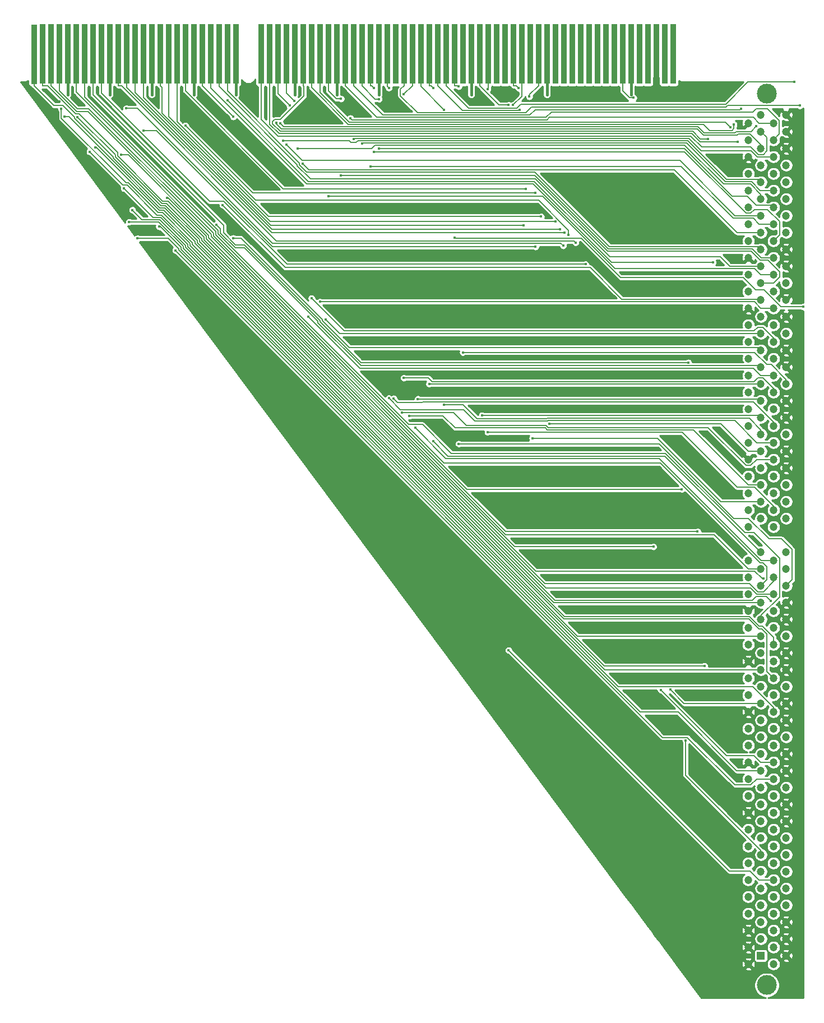
<source format=gbr>
%TF.GenerationSoftware,KiCad,Pcbnew,(5.1.6)-1*%
%TF.CreationDate,2023-02-01T13:27:27-05:00*%
%TF.ProjectId,A1200-adapter,41313230-302d-4616-9461-707465722e6b,rev?*%
%TF.SameCoordinates,Original*%
%TF.FileFunction,Copper,L4,Bot*%
%TF.FilePolarity,Positive*%
%FSLAX46Y46*%
G04 Gerber Fmt 4.6, Leading zero omitted, Abs format (unit mm)*
G04 Created by KiCad (PCBNEW (5.1.6)-1) date 2023-02-01 13:27:27*
%MOMM*%
%LPD*%
G01*
G04 APERTURE LIST*
%TA.AperFunction,ComponentPad*%
%ADD10C,1.200000*%
%TD*%
%TA.AperFunction,ComponentPad*%
%ADD11R,1.200000X1.200000*%
%TD*%
%TA.AperFunction,ComponentPad*%
%ADD12C,3.000000*%
%TD*%
%TA.AperFunction,SMDPad,CuDef*%
%ADD13R,0.900000X9.000000*%
%TD*%
%TA.AperFunction,ViaPad*%
%ADD14C,0.400000*%
%TD*%
%TA.AperFunction,Conductor*%
%ADD15C,0.150000*%
%TD*%
%TA.AperFunction,Conductor*%
%ADD16C,0.400000*%
%TD*%
%TA.AperFunction,Conductor*%
%ADD17C,0.254000*%
%TD*%
G04 APERTURE END LIST*
D10*
%TO.P,CON1,103*%
%TO.N,+5V*%
X161173000Y-104135000D03*
%TO.P,CON1,101*%
%TO.N,N/C*%
X157363000Y-104135000D03*
%TO.P,CON1,104*%
X159268000Y-105405000D03*
%TO.P,CON1,102*%
%TO.N,+5V*%
X155458000Y-105405000D03*
%TO.P,CON1,106*%
X155458000Y-102865000D03*
%TO.P,CON1,108*%
%TO.N,/RMC*%
X159268000Y-102865000D03*
%TO.P,CON1,105*%
%TO.N,/BG*%
X157363000Y-101595000D03*
%TO.P,CON1,107*%
%TO.N,+5V*%
X161173000Y-101595000D03*
%TO.P,CON1,115*%
%TO.N,GND*%
X161173000Y-96515000D03*
%TO.P,CON1,113*%
%TO.N,N/C*%
X157363000Y-96515000D03*
%TO.P,CON1,116*%
X159268000Y-97785000D03*
%TO.P,CON1,114*%
X155458000Y-97785000D03*
%TO.P,CON1,110*%
X155458000Y-100325000D03*
%TO.P,CON1,112*%
X159268000Y-100325000D03*
%TO.P,CON1,109*%
%TO.N,/RST*%
X157363000Y-99055000D03*
%TO.P,CON1,111*%
%TO.N,N/C*%
X161173000Y-99055000D03*
%TO.P,CON1,127*%
%TO.N,GND*%
X161173000Y-88895000D03*
%TO.P,CON1,125*%
%TO.N,/FC2*%
X157363000Y-88895000D03*
%TO.P,CON1,128*%
%TO.N,/IPL2*%
X159268000Y-90165000D03*
%TO.P,CON1,126*%
%TO.N,N/C*%
X155458000Y-90165000D03*
%TO.P,CON1,130*%
%TO.N,GND*%
X155458000Y-87625000D03*
%TO.P,CON1,132*%
%TO.N,N/C*%
X159268000Y-87625000D03*
%TO.P,CON1,129*%
%TO.N,/SIZ1*%
X157363000Y-86355000D03*
%TO.P,CON1,131*%
%TO.N,GND*%
X161173000Y-86355000D03*
%TO.P,CON1,123*%
%TO.N,N/C*%
X161173000Y-91435000D03*
%TO.P,CON1,121*%
%TO.N,/SIZ0*%
X157363000Y-91435000D03*
%TO.P,CON1,124*%
%TO.N,/IPL1*%
X159268000Y-92705000D03*
%TO.P,CON1,122*%
%TO.N,N/C*%
X155458000Y-92705000D03*
%TO.P,CON1,118*%
%TO.N,GND*%
X155458000Y-95245000D03*
%TO.P,CON1,120*%
%TO.N,/IPL0*%
X159268000Y-95245000D03*
%TO.P,CON1,117*%
%TO.N,/RESET*%
X157363000Y-93975000D03*
%TO.P,CON1,119*%
%TO.N,GND*%
X161173000Y-93975000D03*
%TO.P,CON1,151*%
X161173000Y-73655000D03*
%TO.P,CON1,149*%
%TO.N,/D28*%
X157363000Y-73655000D03*
%TO.P,CON1,152*%
%TO.N,/D12*%
X159268000Y-74925000D03*
%TO.P,CON1,150*%
%TO.N,N/C*%
X155458000Y-74925000D03*
%TO.P,CON1,154*%
%TO.N,GND*%
X155458000Y-72385000D03*
%TO.P,CON1,156*%
%TO.N,/D11*%
X159268000Y-72385000D03*
%TO.P,CON1,153*%
%TO.N,/D27*%
X157363000Y-71115000D03*
%TO.P,CON1,155*%
%TO.N,GND*%
X161173000Y-71115000D03*
%TO.P,CON1,163*%
X161173000Y-66035000D03*
%TO.P,CON1,161*%
%TO.N,/D25*%
X157363000Y-66035000D03*
%TO.P,CON1,164*%
%TO.N,/D9*%
X159268000Y-67305000D03*
%TO.P,CON1,162*%
%TO.N,N/C*%
X155458000Y-67305000D03*
%TO.P,CON1,158*%
X155458000Y-69845000D03*
%TO.P,CON1,160*%
%TO.N,/D10*%
X159268000Y-69845000D03*
%TO.P,CON1,157*%
%TO.N,/D26*%
X157363000Y-68575000D03*
%TO.P,CON1,159*%
%TO.N,N/C*%
X161173000Y-68575000D03*
%TO.P,CON1,143*%
%TO.N,GND*%
X161173000Y-78735000D03*
%TO.P,CON1,141*%
%TO.N,/D30*%
X157363000Y-78735000D03*
%TO.P,CON1,144*%
%TO.N,/D14*%
X159268000Y-80005000D03*
%TO.P,CON1,142*%
%TO.N,GND*%
X155458000Y-80005000D03*
%TO.P,CON1,146*%
%TO.N,N/C*%
X155458000Y-77465000D03*
%TO.P,CON1,148*%
%TO.N,/D13*%
X159268000Y-77465000D03*
%TO.P,CON1,145*%
%TO.N,/D29*%
X157363000Y-76195000D03*
%TO.P,CON1,147*%
%TO.N,N/C*%
X161173000Y-76195000D03*
%TO.P,CON1,139*%
%TO.N,GND*%
X161173000Y-81275000D03*
%TO.P,CON1,137*%
%TO.N,/D31*%
X157363000Y-81275000D03*
%TO.P,CON1,140*%
%TO.N,/D15*%
X159268000Y-82545000D03*
%TO.P,CON1,138*%
%TO.N,GND*%
X155458000Y-82545000D03*
%TO.P,CON1,134*%
%TO.N,/FPUCS*%
X155458000Y-85085000D03*
%TO.P,CON1,136*%
%TO.N,/OCS*%
X159268000Y-85085000D03*
%TO.P,CON1,133*%
%TO.N,/AS*%
X157363000Y-83815000D03*
%TO.P,CON1,135*%
%TO.N,/CPUCLK*%
X161173000Y-83815000D03*
%TO.P,CON1,171*%
%TO.N,N/C*%
X161173000Y-60955000D03*
%TO.P,CON1,169*%
%TO.N,/D16*%
X157363000Y-60955000D03*
%TO.P,CON1,172*%
%TO.N,/D0*%
X159268000Y-62225000D03*
%TO.P,CON1,170*%
%TO.N,N/C*%
X155458000Y-62225000D03*
%TO.P,CON1,174*%
%TO.N,+5V*%
X155458000Y-59685000D03*
%TO.P,CON1,176*%
%TO.N,/D1*%
X159268000Y-59685000D03*
%TO.P,CON1,173*%
%TO.N,/D17*%
X157363000Y-58415000D03*
%TO.P,CON1,175*%
%TO.N,+5V*%
X161173000Y-58415000D03*
%TO.P,CON1,183*%
X161173000Y-53335000D03*
%TO.P,CON1,181*%
%TO.N,/D19*%
X157363000Y-53335000D03*
%TO.P,CON1,184*%
%TO.N,/D3*%
X159268000Y-54605000D03*
%TO.P,CON1,182*%
%TO.N,+5V*%
X155458000Y-54605000D03*
%TO.P,CON1,178*%
X155458000Y-57145000D03*
%TO.P,CON1,180*%
%TO.N,/D2*%
X159268000Y-57145000D03*
%TO.P,CON1,177*%
%TO.N,/D18*%
X157363000Y-55875000D03*
%TO.P,CON1,179*%
%TO.N,+5V*%
X161173000Y-55875000D03*
%TO.P,CON1,195*%
%TO.N,GND*%
X161173000Y-45715000D03*
%TO.P,CON1,193*%
%TO.N,/D22*%
X157363000Y-45715000D03*
%TO.P,CON1,196*%
%TO.N,/D6*%
X159268000Y-46985000D03*
%TO.P,CON1,194*%
%TO.N,GND*%
X155458000Y-46985000D03*
%TO.P,CON1,198*%
X155458000Y-44445000D03*
%TO.P,CON1,200*%
%TO.N,/D7*%
X159268000Y-44445000D03*
%TO.P,CON1,197*%
%TO.N,/D23*%
X157363000Y-43175000D03*
%TO.P,CON1,199*%
%TO.N,GND*%
X161173000Y-43175000D03*
%TO.P,CON1,191*%
X161173000Y-48255000D03*
%TO.P,CON1,189*%
%TO.N,/D21*%
X157363000Y-48255000D03*
%TO.P,CON1,192*%
%TO.N,/D5*%
X159268000Y-49525000D03*
%TO.P,CON1,190*%
%TO.N,GND*%
X155458000Y-49525000D03*
%TO.P,CON1,186*%
%TO.N,+5V*%
X155458000Y-52065000D03*
%TO.P,CON1,188*%
%TO.N,/D4*%
X159268000Y-52065000D03*
%TO.P,CON1,185*%
%TO.N,/D20*%
X157363000Y-50795000D03*
%TO.P,CON1,187*%
%TO.N,+5V*%
X161173000Y-50795000D03*
%TO.P,CON1,167*%
%TO.N,GND*%
X161173000Y-63495000D03*
%TO.P,CON1,165*%
%TO.N,/D24*%
X157363000Y-63495000D03*
%TO.P,CON1,168*%
%TO.N,/D8*%
X159268000Y-64765000D03*
%TO.P,CON1,166*%
%TO.N,GND*%
X155458000Y-64765000D03*
%TO.P,CON1,66*%
%TO.N,N/C*%
X155458000Y-130805000D03*
%TO.P,CON1,68*%
%TO.N,/A24*%
X159268000Y-130805000D03*
%TO.P,CON1,65*%
%TO.N,/A16*%
X157363000Y-129535000D03*
%TO.P,CON1,67*%
%TO.N,N/C*%
X161173000Y-129535000D03*
%TO.P,CON1,87*%
%TO.N,GND*%
X161173000Y-116835000D03*
%TO.P,CON1,85*%
%TO.N,/A21*%
X157363000Y-116835000D03*
%TO.P,CON1,88*%
%TO.N,/A29*%
X159268000Y-118105000D03*
%TO.P,CON1,86*%
%TO.N,GND*%
X155458000Y-118105000D03*
%TO.P,CON1,90*%
%TO.N,N/C*%
X155458000Y-115565000D03*
%TO.P,CON1,92*%
%TO.N,/A30*%
X159268000Y-115565000D03*
%TO.P,CON1,89*%
%TO.N,/A22*%
X157363000Y-114295000D03*
%TO.P,CON1,91*%
%TO.N,/DSACK0*%
X161173000Y-114295000D03*
%TO.P,CON1,99*%
%TO.N,+5V*%
X161173000Y-109215000D03*
%TO.P,CON1,97*%
%TO.N,/DS*%
X157363000Y-109215000D03*
%TO.P,CON1,100*%
%TO.N,/ECS*%
X159268000Y-110485000D03*
%TO.P,CON1,98*%
%TO.N,+5V*%
X155458000Y-110485000D03*
%TO.P,CON1,94*%
X155458000Y-113025000D03*
%TO.P,CON1,96*%
%TO.N,/A31*%
X159268000Y-113025000D03*
%TO.P,CON1,93*%
%TO.N,/A23*%
X157363000Y-111755000D03*
%TO.P,CON1,95*%
%TO.N,+5V*%
X161173000Y-111755000D03*
%TO.P,CON1,79*%
%TO.N,N/C*%
X161173000Y-121915000D03*
%TO.P,CON1,77*%
%TO.N,/A19*%
X157363000Y-121915000D03*
%TO.P,CON1,80*%
%TO.N,/A27*%
X159268000Y-123185000D03*
%TO.P,CON1,78*%
%TO.N,N/C*%
X155458000Y-123185000D03*
%TO.P,CON1,82*%
%TO.N,/INT2*%
X155458000Y-120645000D03*
%TO.P,CON1,84*%
%TO.N,/A28*%
X159268000Y-120645000D03*
%TO.P,CON1,81*%
%TO.N,/A20*%
X157363000Y-119375000D03*
%TO.P,CON1,83*%
%TO.N,GND*%
X161173000Y-119375000D03*
%TO.P,CON1,75*%
X161173000Y-124455000D03*
%TO.P,CON1,73*%
%TO.N,/A18*%
X157363000Y-124455000D03*
%TO.P,CON1,76*%
%TO.N,/A26*%
X159268000Y-125725000D03*
%TO.P,CON1,74*%
%TO.N,GND*%
X155458000Y-125725000D03*
%TO.P,CON1,70*%
%TO.N,N/C*%
X155458000Y-128265000D03*
%TO.P,CON1,72*%
%TO.N,/A25*%
X159268000Y-128265000D03*
%TO.P,CON1,69*%
%TO.N,/A17*%
X157363000Y-126995000D03*
%TO.P,CON1,71*%
%TO.N,GND*%
X161173000Y-126995000D03*
%TO.P,CON1,35*%
X161173000Y-149855000D03*
%TO.P,CON1,33*%
%TO.N,/A8*%
X157363000Y-149855000D03*
%TO.P,CON1,36*%
%TO.N,/A0*%
X159268000Y-151125000D03*
%TO.P,CON1,34*%
%TO.N,N/C*%
X155458000Y-151125000D03*
%TO.P,CON1,38*%
%TO.N,GND*%
X155458000Y-148585000D03*
%TO.P,CON1,40*%
%TO.N,/A1*%
X159268000Y-148585000D03*
%TO.P,CON1,37*%
%TO.N,/A9*%
X157363000Y-147315000D03*
%TO.P,CON1,39*%
%TO.N,GND*%
X161173000Y-147315000D03*
%TO.P,CON1,47*%
X161173000Y-142235000D03*
%TO.P,CON1,45*%
%TO.N,/A11*%
X157363000Y-142235000D03*
%TO.P,CON1,48*%
%TO.N,/A3*%
X159268000Y-143505000D03*
%TO.P,CON1,46*%
%TO.N,N/C*%
X155458000Y-143505000D03*
%TO.P,CON1,42*%
X155458000Y-146045000D03*
%TO.P,CON1,44*%
%TO.N,/A2*%
X159268000Y-146045000D03*
%TO.P,CON1,41*%
%TO.N,/A10*%
X157363000Y-144775000D03*
%TO.P,CON1,43*%
%TO.N,/INT6*%
X161173000Y-144775000D03*
%TO.P,CON1,59*%
%TO.N,GND*%
X161173000Y-134615000D03*
%TO.P,CON1,57*%
%TO.N,/A14*%
X157363000Y-134615000D03*
%TO.P,CON1,60*%
%TO.N,/A6*%
X159268000Y-135885000D03*
%TO.P,CON1,58*%
%TO.N,N/C*%
X155458000Y-135885000D03*
%TO.P,CON1,62*%
%TO.N,GND*%
X155458000Y-133345000D03*
%TO.P,CON1,64*%
%TO.N,/A7*%
X159268000Y-133345000D03*
%TO.P,CON1,61*%
%TO.N,/A15*%
X157363000Y-132075000D03*
%TO.P,CON1,63*%
%TO.N,GND*%
X161173000Y-132075000D03*
%TO.P,CON1,55*%
%TO.N,N/C*%
X161173000Y-137155000D03*
%TO.P,CON1,53*%
%TO.N,/A13*%
X157363000Y-137155000D03*
%TO.P,CON1,56*%
%TO.N,/A5*%
X159268000Y-138425000D03*
%TO.P,CON1,54*%
%TO.N,N/C*%
X155458000Y-138425000D03*
%TO.P,CON1,50*%
%TO.N,GND*%
X155458000Y-140965000D03*
%TO.P,CON1,52*%
%TO.N,/A4*%
X159268000Y-140965000D03*
%TO.P,CON1,49*%
%TO.N,/A12*%
X157363000Y-139695000D03*
%TO.P,CON1,51*%
%TO.N,GND*%
X161173000Y-139695000D03*
%TO.P,CON1,19*%
%TO.N,+5V*%
X161173000Y-160015000D03*
%TO.P,CON1,17*%
%TO.N,/BOSS*%
X157363000Y-160015000D03*
%TO.P,CON1,20*%
%TO.N,/FC0*%
X159268000Y-161285000D03*
%TO.P,CON1,18*%
%TO.N,+5V*%
X155458000Y-161285000D03*
%TO.P,CON1,22*%
X155458000Y-158745000D03*
%TO.P,CON1,24*%
%TO.N,/FC1*%
X159268000Y-158745000D03*
%TO.P,CON1,21*%
%TO.N,N/C*%
X157363000Y-157475000D03*
%TO.P,CON1,23*%
%TO.N,+5V*%
X161173000Y-157475000D03*
%TO.P,CON1,31*%
%TO.N,N/C*%
X161173000Y-152395000D03*
%TO.P,CON1,29*%
%TO.N,/BERR*%
X157363000Y-152395000D03*
%TO.P,CON1,32*%
%TO.N,N/C*%
X159268000Y-153665000D03*
%TO.P,CON1,30*%
X155458000Y-153665000D03*
%TO.P,CON1,26*%
%TO.N,+5V*%
X155458000Y-156205000D03*
%TO.P,CON1,28*%
%TO.N,N/C*%
X159268000Y-156205000D03*
%TO.P,CON1,25*%
%TO.N,/BR*%
X157363000Y-154935000D03*
%TO.P,CON1,27*%
%TO.N,+5V*%
X161173000Y-154935000D03*
%TO.P,CON1,11*%
%TO.N,GND*%
X161173000Y-165095000D03*
%TO.P,CON1,9*%
%TO.N,N/C*%
X157363000Y-165095000D03*
%TO.P,CON1,12*%
%TO.N,/AVEC*%
X159268000Y-166365000D03*
%TO.P,CON1,10*%
%TO.N,GND*%
X155458000Y-166365000D03*
%TO.P,CON1,14*%
%TO.N,+5V*%
X155458000Y-163825000D03*
%TO.P,CON1,16*%
%TO.N,N/C*%
X159268000Y-163825000D03*
%TO.P,CON1,13*%
X157363000Y-162555000D03*
%TO.P,CON1,15*%
%TO.N,+5V*%
X161173000Y-162555000D03*
%TO.P,CON1,7*%
%TO.N,GND*%
X161173000Y-167635000D03*
%TO.P,CON1,5*%
%TO.N,/RW*%
X157363000Y-167635000D03*
%TO.P,CON1,8*%
%TO.N,/BGACK*%
X159268000Y-168905000D03*
%TO.P,CON1,6*%
%TO.N,GND*%
X155458000Y-168905000D03*
%TO.P,CON1,2*%
X155458000Y-171445000D03*
%TO.P,CON1,4*%
%TO.N,/HLT*%
X159268000Y-171445000D03*
D11*
%TO.P,CON1,1*%
%TO.N,/DSACK1*%
X157363000Y-170175000D03*
D10*
%TO.P,CON1,3*%
%TO.N,GND*%
X161173000Y-170175000D03*
D12*
%TO.P,CON1,*%
%TO.N,*%
X158252000Y-40000000D03*
X158252000Y-174620000D03*
%TD*%
D13*
%TO.P,CON2,4*%
%TO.N,/A28*%
X48846700Y-34005500D03*
%TO.P,CON2,6*%
%TO.N,/A26*%
X50116700Y-34005500D03*
%TO.P,CON2,8*%
%TO.N,/A24*%
X51386700Y-34005500D03*
%TO.P,CON2,10*%
%TO.N,+5V*%
X52656700Y-34005500D03*
%TO.P,CON2,12*%
%TO.N,/A22*%
X53926700Y-34005500D03*
%TO.P,CON2,14*%
%TO.N,/A20*%
X55196700Y-34005500D03*
%TO.P,CON2,16*%
%TO.N,/A18*%
X56466700Y-34005500D03*
%TO.P,CON2,18*%
%TO.N,/A16*%
X57736700Y-34005500D03*
%TO.P,CON2,20*%
%TO.N,+5V*%
X59006700Y-34005500D03*
%TO.P,CON2,22*%
%TO.N,/A14*%
X60276700Y-34005500D03*
%TO.P,CON2,24*%
%TO.N,/A12*%
X61546700Y-34005500D03*
%TO.P,CON2,26*%
%TO.N,/A10*%
X62816700Y-34005500D03*
%TO.P,CON2,28*%
%TO.N,/A8*%
X64086700Y-34005500D03*
%TO.P,CON2,30*%
%TO.N,+5V*%
X65356700Y-34005500D03*
%TO.P,CON2,32*%
%TO.N,/A6*%
X66626700Y-34005500D03*
%TO.P,CON2,34*%
%TO.N,/A4*%
X67896700Y-34005500D03*
%TO.P,CON2,36*%
%TO.N,/A2*%
X69166700Y-34005500D03*
%TO.P,CON2,38*%
%TO.N,/A0*%
X70436700Y-34005500D03*
%TO.P,CON2,40*%
%TO.N,+5V*%
X71706700Y-34005500D03*
%TO.P,CON2,42*%
%TO.N,/D30*%
X72976700Y-34005500D03*
%TO.P,CON2,44*%
%TO.N,/D28*%
X74246700Y-34005500D03*
%TO.P,CON2,46*%
%TO.N,/D26*%
X75516700Y-34005500D03*
%TO.P,CON2,48*%
%TO.N,/D24*%
X76786700Y-34005500D03*
%TO.P,CON2,50*%
%TO.N,+5V*%
X78056700Y-34005500D03*
%TO.P,CON2,52*%
%TO.N,/D22*%
X81866700Y-34005500D03*
%TO.P,CON2,54*%
%TO.N,/D20*%
X83136700Y-34005500D03*
%TO.P,CON2,56*%
%TO.N,/D18*%
X84406700Y-34005500D03*
%TO.P,CON2,58*%
%TO.N,/D16*%
X85676700Y-34005500D03*
%TO.P,CON2,60*%
%TO.N,+5V*%
X86946700Y-34005500D03*
%TO.P,CON2,62*%
%TO.N,/D14*%
X88216700Y-34005500D03*
%TO.P,CON2,64*%
%TO.N,/D12*%
X89486700Y-34005500D03*
%TO.P,CON2,66*%
%TO.N,/D10*%
X90756700Y-34005500D03*
%TO.P,CON2,68*%
%TO.N,/D8*%
X92026700Y-34005500D03*
%TO.P,CON2,70*%
%TO.N,+5V*%
X93296700Y-34005500D03*
%TO.P,CON2,72*%
%TO.N,/D6*%
X94566700Y-34005500D03*
%TO.P,CON2,74*%
%TO.N,/D4*%
X95836700Y-34005500D03*
%TO.P,CON2,76*%
%TO.N,/D2*%
X97106700Y-34005500D03*
%TO.P,CON2,78*%
%TO.N,/D0*%
X98376700Y-34005500D03*
%TO.P,CON2,80*%
%TO.N,+5V*%
X99646700Y-34005500D03*
%TO.P,CON2,82*%
%TO.N,/IPL1*%
X100916700Y-34005500D03*
%TO.P,CON2,84*%
%TO.N,N/C*%
X102186700Y-34005500D03*
%TO.P,CON2,86*%
%TO.N,/HLT*%
X103456700Y-34005500D03*
%TO.P,CON2,88*%
%TO.N,/OCS*%
X104726700Y-34005500D03*
%TO.P,CON2,90*%
%TO.N,/SIZ0*%
X105996700Y-34005500D03*
%TO.P,CON2,92*%
%TO.N,/DS*%
X107266700Y-34005500D03*
%TO.P,CON2,94*%
%TO.N,/BERR*%
X108536700Y-34005500D03*
%TO.P,CON2,96*%
%TO.N,/AVEC*%
X109806700Y-34005500D03*
%TO.P,CON2,98*%
%TO.N,/DSACK0*%
X111076700Y-34005500D03*
%TO.P,CON2,100*%
%TO.N,N/C*%
X112346700Y-34005500D03*
%TO.P,CON2,102*%
%TO.N,+5V*%
X113616700Y-34005500D03*
%TO.P,CON2,104*%
%TO.N,/FC1*%
X114886700Y-34005500D03*
%TO.P,CON2,106*%
%TO.N,/RMC*%
X116156700Y-34005500D03*
%TO.P,CON2,108*%
%TO.N,N/C*%
X117426700Y-34005500D03*
%TO.P,CON2,110*%
X118696700Y-34005500D03*
%TO.P,CON2,112*%
%TO.N,/BG*%
X119966700Y-34005500D03*
%TO.P,CON2,114*%
%TO.N,/BOSS*%
X121236700Y-34005500D03*
%TO.P,CON2,116*%
%TO.N,N/C*%
X122506700Y-34005500D03*
%TO.P,CON2,118*%
%TO.N,/RESET*%
X123776700Y-34005500D03*
%TO.P,CON2,120*%
%TO.N,+5V*%
X125046700Y-34005500D03*
%TO.P,CON2,122*%
%TO.N,N/C*%
X126316700Y-34005500D03*
%TO.P,CON2,124*%
X127586700Y-34005500D03*
%TO.P,CON2,126*%
X128856700Y-34005500D03*
%TO.P,CON2,128*%
X130126700Y-34005500D03*
%TO.P,CON2,130*%
X131396700Y-34005500D03*
%TO.P,CON2,132*%
X132666700Y-34005500D03*
%TO.P,CON2,134*%
X133936700Y-34005500D03*
%TO.P,CON2,136*%
X135206700Y-34005500D03*
%TO.P,CON2,138*%
%TO.N,/INT6*%
X136476700Y-34005500D03*
%TO.P,CON2,140*%
%TO.N,+5V*%
X137746700Y-34005500D03*
%TO.P,CON2,142*%
%TO.N,N/C*%
X139016700Y-34005500D03*
%TO.P,CON2,144*%
X140286700Y-34005500D03*
%TO.P,CON2,146*%
%TO.N,GND*%
X141556700Y-34005500D03*
%TO.P,CON2,148*%
%TO.N,N/C*%
X142826700Y-34005500D03*
%TO.P,CON2,150*%
X144096700Y-34005500D03*
%TO.P,CON2,2*%
%TO.N,/A30*%
X47576700Y-34008040D03*
%TD*%
D14*
%TO.N,+5V*%
X52656700Y-40114200D03*
X59004200Y-40111700D03*
X65359300Y-40111700D03*
X71706700Y-40114200D03*
X78056700Y-40129500D03*
X86949300Y-40121800D03*
X99654400Y-40111700D03*
X93284000Y-40126900D03*
X113617000Y-40119300D03*
X125047000Y-40119300D03*
X137749000Y-40132000D03*
%TO.N,/RMC*%
X116092600Y-91107600D03*
X116092600Y-39257900D03*
%TO.N,/BG*%
X120774500Y-39140100D03*
X122841200Y-92018500D03*
%TO.N,GND*%
X94147600Y-40137100D03*
X53522900Y-40126900D03*
X59867800Y-40121800D03*
X66222900Y-40121800D03*
X72572900Y-40126900D03*
X78928000Y-40142200D03*
X87838300Y-40132000D03*
X125913000Y-40132000D03*
X114473000Y-40121800D03*
X100518000Y-40116800D03*
X141554000Y-40132000D03*
X138643000Y-40132000D03*
X141635480Y-73822560D03*
X136235440Y-73822560D03*
X132537200Y-103449120D03*
X142453360Y-110611920D03*
X125775720Y-97546160D03*
X53324760Y-47284640D03*
X58943240Y-43444160D03*
X51389280Y-41183560D03*
X143687800Y-141762480D03*
X145846800Y-124576840D03*
X147767040Y-137866120D03*
X144312640Y-132831840D03*
X152232360Y-125282960D03*
X145928080Y-136591040D03*
X144429480Y-138089640D03*
X140441680Y-128955800D03*
X162209480Y-174081440D03*
X133029960Y-56408320D03*
X147594320Y-69209920D03*
X132394960Y-69651880D03*
X86659720Y-43815000D03*
X82544920Y-42103040D03*
X83845400Y-42103040D03*
X117688360Y-40228520D03*
X72212200Y-42875200D03*
X110251240Y-91282520D03*
X100050600Y-82910680D03*
X98216720Y-79598520D03*
X96880680Y-77419200D03*
X150083520Y-97896680D03*
X146522440Y-130896360D03*
X141975840Y-120538240D03*
X143200120Y-115407440D03*
X143200120Y-113009680D03*
X114178080Y-87386160D03*
X98491040Y-57058560D03*
X64785240Y-60492640D03*
X151165560Y-65598040D03*
X150058120Y-67116960D03*
X155620720Y-106791760D03*
%TO.N,/FC2*%
X115240000Y-88572100D03*
%TO.N,/IPL2*%
X101886200Y-86022000D03*
%TO.N,/SIZ1*%
X105552000Y-86096200D03*
%TO.N,/SIZ0*%
X109508700Y-86997100D03*
X109508700Y-42393300D03*
%TO.N,/IPL1*%
X101163300Y-39118200D03*
X101163300Y-85971200D03*
%TO.N,/IPL0*%
X103119700Y-88175200D03*
%TO.N,/RESET*%
X125378000Y-89837500D03*
X122378800Y-40409000D03*
%TO.N,/D28*%
X150125800Y-65454000D03*
%TO.N,/D12*%
X153264800Y-44640100D03*
%TO.N,/D11*%
X90756700Y-71420400D03*
%TO.N,/D27*%
X76061500Y-56791300D03*
%TO.N,/D25*%
X76786700Y-40981400D03*
%TO.N,/D9*%
X92026700Y-55459100D03*
%TO.N,/D10*%
X152789600Y-45037800D03*
%TO.N,/D30*%
X77663300Y-61799100D03*
X77663300Y-43461000D03*
%TO.N,/D14*%
X149384400Y-46792700D03*
%TO.N,/D13*%
X89486700Y-70874600D03*
%TO.N,/D29*%
X91593800Y-74077900D03*
%TO.N,/D31*%
X75140500Y-59771400D03*
%TO.N,/D15*%
X88999300Y-73630300D03*
%TO.N,/OCS*%
X103418700Y-40082700D03*
X103418700Y-82914800D03*
%TO.N,/AS*%
X107266700Y-83815000D03*
%TO.N,/CPUCLK*%
X112346700Y-79051300D03*
%TO.N,/D16*%
X88142500Y-50542700D03*
X86882600Y-41056800D03*
%TO.N,/D0*%
X98949200Y-48748300D03*
X98949200Y-39162900D03*
%TO.N,/D1*%
X98376700Y-50970100D03*
%TO.N,/D17*%
X85676700Y-47708000D03*
%TO.N,/D19*%
X85185000Y-47085200D03*
%TO.N,/D3*%
X97106700Y-47551100D03*
%TO.N,/D2*%
X99671100Y-48273200D03*
X99671100Y-40792700D03*
%TO.N,/D18*%
X87353800Y-48273000D03*
X86194400Y-41781200D03*
%TO.N,/D7*%
X95345500Y-43668600D03*
%TO.N,/D23*%
X156681700Y-44862400D03*
X84763200Y-44490700D03*
%TO.N,/D21*%
X84144000Y-44366700D03*
%TO.N,/D5*%
X95836700Y-46850900D03*
%TO.N,/D4*%
X154357300Y-42268000D03*
%TO.N,/D20*%
X153882200Y-47297100D03*
%TO.N,/D8*%
X93931700Y-52305000D03*
X93931700Y-40750200D03*
%TO.N,/A24*%
X145401400Y-99719400D03*
%TO.N,/A16*%
X130886300Y-65743900D03*
%TO.N,/A21*%
X56810800Y-48126300D03*
%TO.N,/A29*%
X158833900Y-116587200D03*
X52196800Y-43460000D03*
%TO.N,/DSACK0*%
X111711700Y-92863700D03*
X111711700Y-38890900D03*
%TO.N,/DS*%
X107875600Y-92506500D03*
X107875600Y-39142400D03*
%TO.N,/ECS*%
X105140400Y-90443500D03*
%TO.N,/A31*%
X54152500Y-43499300D03*
%TO.N,/A23*%
X60683700Y-49192900D03*
%TO.N,/A19*%
X61158900Y-54291900D03*
%TO.N,/A27*%
X51702100Y-42268300D03*
%TO.N,/A28*%
X157734600Y-113245900D03*
%TO.N,/A18*%
X146390200Y-80588600D03*
%TO.N,/A26*%
X147791300Y-106108000D03*
%TO.N,/A25*%
X55985600Y-48767700D03*
%TO.N,/A17*%
X61942300Y-59356000D03*
%TO.N,/A8*%
X121536000Y-59891500D03*
%TO.N,/A0*%
X121884600Y-54349800D03*
%TO.N,/A1*%
X123324200Y-54984000D03*
X70436700Y-44801900D03*
%TO.N,/A9*%
X123316300Y-63115200D03*
X64086700Y-45565800D03*
%TO.N,/A11*%
X63184000Y-61837700D03*
%TO.N,/A3*%
X68938800Y-63650600D03*
%TO.N,/A2*%
X128323900Y-61320800D03*
%TO.N,/A10*%
X127023600Y-60497500D03*
%TO.N,/INT6*%
X138123700Y-40607300D03*
%TO.N,/A14*%
X129385900Y-62464200D03*
%TO.N,/A6*%
X126340800Y-59285600D03*
%TO.N,/A7*%
X66454200Y-60056400D03*
%TO.N,/A15*%
X143673500Y-130017700D03*
X127498700Y-62939300D03*
X61511300Y-42181500D03*
%TO.N,/A13*%
X148835800Y-126419600D03*
X62417400Y-57552000D03*
%TO.N,/A5*%
X141129100Y-108405900D03*
X67650100Y-55730000D03*
%TO.N,/A4*%
X142229900Y-130022800D03*
X124159600Y-58551900D03*
%TO.N,/A12*%
X127736300Y-60997500D03*
%TO.N,/BOSS*%
X119923800Y-41693100D03*
%TO.N,/FC1*%
X119253200Y-124046500D03*
X119253200Y-41693100D03*
%TO.N,/BERR*%
X120933200Y-42393300D03*
%TO.N,/BR*%
X145999500Y-137695400D03*
%TO.N,/AVEC*%
X162414400Y-38191300D03*
%TO.N,/HLT*%
X163250300Y-41792900D03*
%TO.N,/DSACK1*%
X111076700Y-61733100D03*
X163758200Y-72177000D03*
%TO.N,/RST*%
X104251200Y-88658900D03*
%TD*%
D15*
%TO.N,+5V*%
X113617000Y-37062400D02*
X113616700Y-37062100D01*
X113616700Y-37062100D02*
X113616700Y-34005500D01*
D16*
X113617000Y-37062400D02*
X113617000Y-40119300D01*
X113617000Y-34005500D02*
X113617000Y-37062400D01*
D15*
X125047000Y-37062400D02*
X125046700Y-37062100D01*
X125046700Y-37062100D02*
X125046700Y-34005500D01*
D16*
X125047000Y-37062400D02*
X125047000Y-40119300D01*
X125047000Y-34005500D02*
X125047000Y-37062400D01*
D15*
X137747000Y-37067500D02*
X137746700Y-37067200D01*
X137746700Y-37067200D02*
X137746700Y-34005500D01*
D16*
X137747000Y-37067500D02*
X137747000Y-40129500D01*
X137747000Y-40129500D02*
X137749000Y-40132000D01*
X137747000Y-34005500D02*
X137747000Y-37067500D01*
X52656700Y-34005500D02*
X52656700Y-40114200D01*
X59006700Y-34005500D02*
X59006700Y-40109100D01*
X59006700Y-40109100D02*
X59004200Y-40111700D01*
X65356700Y-34005500D02*
X65356700Y-40109100D01*
X65356700Y-40109100D02*
X65359300Y-40111700D01*
X71706700Y-34005500D02*
X71706700Y-40114200D01*
X78056700Y-34005500D02*
X78056700Y-40129500D01*
X86946700Y-34005500D02*
X86946700Y-40119300D01*
X86946700Y-40119300D02*
X86949300Y-40121800D01*
X99646700Y-34005500D02*
X99646700Y-40104100D01*
X99646700Y-40104100D02*
X99654400Y-40111700D01*
X93296700Y-34005500D02*
X93296700Y-40114200D01*
X93296700Y-40114200D02*
X93284000Y-40126900D01*
D15*
%TO.N,/RMC*%
X159268000Y-102865000D02*
X159268000Y-102262200D01*
X159268000Y-102262200D02*
X156411000Y-99405200D01*
X156411000Y-99405200D02*
X153733800Y-99405200D01*
X153733800Y-99405200D02*
X145436200Y-91107600D01*
X145436200Y-91107600D02*
X116092600Y-91107600D01*
X116156700Y-34005500D02*
X116156700Y-39193800D01*
X116156700Y-39193800D02*
X116092600Y-39257900D01*
%TO.N,/BG*%
X157363000Y-101595000D02*
X151343300Y-101595000D01*
X151343300Y-101595000D02*
X141766800Y-92018500D01*
X141766800Y-92018500D02*
X122841200Y-92018500D01*
X119966700Y-34005500D02*
X119966700Y-38780600D01*
X119966700Y-38780600D02*
X120415000Y-38780600D01*
X120415000Y-38780600D02*
X120774500Y-39140100D01*
%TO.N,GND*%
X141557000Y-37067500D02*
X141556700Y-37067200D01*
X141556700Y-37067200D02*
X141556700Y-34005500D01*
D16*
X141557000Y-37067500D02*
X141557000Y-40129500D01*
X141557000Y-40129500D02*
X141554000Y-40132000D01*
X141557000Y-34005500D02*
X141557000Y-37067500D01*
D15*
%TO.N,/FC2*%
X157363000Y-88895000D02*
X157040100Y-88572100D01*
X157040100Y-88572100D02*
X115240000Y-88572100D01*
%TO.N,/IPL2*%
X159268000Y-90165000D02*
X159268000Y-89562200D01*
X159268000Y-89562200D02*
X156227800Y-86522000D01*
X156227800Y-86522000D02*
X106262100Y-86522000D01*
X106262100Y-86522000D02*
X106171700Y-86612400D01*
X106171700Y-86612400D02*
X102476600Y-86612400D01*
X102476600Y-86612400D02*
X101886200Y-86022000D01*
%TO.N,/SIZ1*%
X157363000Y-86355000D02*
X157104200Y-86096200D01*
X157104200Y-86096200D02*
X105552000Y-86096200D01*
%TO.N,/SIZ0*%
X109508700Y-42393300D02*
X105996700Y-38881300D01*
X105996700Y-38881300D02*
X105996700Y-34005500D01*
X157363000Y-91435000D02*
X157363000Y-90773300D01*
X157363000Y-90773300D02*
X155602000Y-89012300D01*
X155602000Y-89012300D02*
X125036100Y-89012300D01*
X125036100Y-89012300D02*
X124977900Y-89070500D01*
X124977900Y-89070500D02*
X114485200Y-89070500D01*
X114485200Y-89070500D02*
X112411800Y-86997100D01*
X112411800Y-86997100D02*
X109508700Y-86997100D01*
%TO.N,/IPL1*%
X159268000Y-92705000D02*
X156760300Y-92705000D01*
X156760300Y-92705000D02*
X153417700Y-89362400D01*
X153417700Y-89362400D02*
X125181200Y-89362400D01*
X125181200Y-89362400D02*
X125117400Y-89426200D01*
X125117400Y-89426200D02*
X114170800Y-89426200D01*
X114170800Y-89426200D02*
X112444700Y-87700100D01*
X112444700Y-87700100D02*
X102892200Y-87700100D01*
X102892200Y-87700100D02*
X101163300Y-85971200D01*
X100916700Y-34005500D02*
X100916700Y-38871600D01*
X100916700Y-38871600D02*
X101163300Y-39118200D01*
%TO.N,/IPL0*%
X103119700Y-88175200D02*
X110965500Y-88175200D01*
X110965500Y-88175200D02*
X112847600Y-90057300D01*
X112847600Y-90057300D02*
X124925800Y-90057300D01*
X124925800Y-90057300D02*
X125275900Y-90407400D01*
X125275900Y-90407400D02*
X149382900Y-90407400D01*
X149382900Y-90407400D02*
X155095600Y-96120100D01*
X155095600Y-96120100D02*
X155820500Y-96120100D01*
X155820500Y-96120100D02*
X156695600Y-95245000D01*
X156695600Y-95245000D02*
X159268000Y-95245000D01*
%TO.N,/RESET*%
X123776700Y-38780600D02*
X122378800Y-40178500D01*
X122378800Y-40178500D02*
X122378800Y-40409000D01*
X123776700Y-34005500D02*
X123776700Y-38780600D01*
X125378000Y-89837500D02*
X151288300Y-89837500D01*
X151288300Y-89837500D02*
X155425800Y-93975000D01*
X155425800Y-93975000D02*
X157363000Y-93975000D01*
%TO.N,/D28*%
X74246700Y-38780600D02*
X74246700Y-39113300D01*
X74246700Y-39113300D02*
X88713700Y-53580300D01*
X88713700Y-53580300D02*
X122974900Y-53580300D01*
X122974900Y-53580300D02*
X134848600Y-65454000D01*
X134848600Y-65454000D02*
X150125800Y-65454000D01*
X74246700Y-34005500D02*
X74246700Y-38780600D01*
%TO.N,/D12*%
X153264800Y-44640100D02*
X153264800Y-45246100D01*
X153264800Y-45246100D02*
X152988600Y-45522300D01*
X152988600Y-45522300D02*
X149619600Y-45522300D01*
X149619600Y-45522300D02*
X148716300Y-44619000D01*
X148716300Y-44619000D02*
X95039400Y-44619000D01*
X95039400Y-44619000D02*
X89486700Y-39066300D01*
X89486700Y-39066300D02*
X89486700Y-34005500D01*
%TO.N,/D11*%
X159268000Y-72385000D02*
X157330800Y-72385000D01*
X157330800Y-72385000D02*
X156366200Y-71420400D01*
X156366200Y-71420400D02*
X90756700Y-71420400D01*
%TO.N,/D27*%
X157363000Y-71115000D02*
X157267100Y-71019100D01*
X157267100Y-71019100D02*
X136347500Y-71019100D01*
X136347500Y-71019100D02*
X131563800Y-66235400D01*
X131563800Y-66235400D02*
X85505600Y-66235400D01*
X85505600Y-66235400D02*
X76061500Y-56791300D01*
%TO.N,/D25*%
X76786700Y-40981400D02*
X89035500Y-53230200D01*
X89035500Y-53230200D02*
X123120100Y-53230200D01*
X123120100Y-53230200D02*
X134517000Y-64627100D01*
X134517000Y-64627100D02*
X151233900Y-64627100D01*
X151233900Y-64627100D02*
X152641800Y-66035000D01*
X152641800Y-66035000D02*
X157363000Y-66035000D01*
%TO.N,/D9*%
X159268000Y-67305000D02*
X157330800Y-67305000D01*
X157330800Y-67305000D02*
X156411000Y-66385200D01*
X156411000Y-66385200D02*
X135284600Y-66385200D01*
X135284600Y-66385200D02*
X124358500Y-55459100D01*
X124358500Y-55459100D02*
X92026700Y-55459100D01*
%TO.N,/D10*%
X152789600Y-45037800D02*
X152020700Y-44268900D01*
X152020700Y-44268900D02*
X95214100Y-44268900D01*
X95214100Y-44268900D02*
X90756700Y-39811500D01*
X90756700Y-39811500D02*
X90756700Y-34005500D01*
%TO.N,/D26*%
X75516700Y-38780600D02*
X75516700Y-38890700D01*
X75516700Y-38890700D02*
X87317300Y-50691300D01*
X87317300Y-50691300D02*
X87317300Y-50884600D01*
X87317300Y-50884600D02*
X89312800Y-52880100D01*
X89312800Y-52880100D02*
X123265200Y-52880100D01*
X123265200Y-52880100D02*
X134185400Y-63800300D01*
X134185400Y-63800300D02*
X155912700Y-63800300D01*
X155912700Y-63800300D02*
X157272200Y-65159800D01*
X157272200Y-65159800D02*
X158425100Y-65159800D01*
X158425100Y-65159800D02*
X160171900Y-66906600D01*
X160171900Y-66906600D02*
X160171900Y-67698600D01*
X160171900Y-67698600D02*
X159295500Y-68575000D01*
X159295500Y-68575000D02*
X157363000Y-68575000D01*
X75516700Y-34005500D02*
X75516700Y-38780600D01*
%TO.N,/D30*%
X77663300Y-61799100D02*
X78830600Y-61799100D01*
X78830600Y-61799100D02*
X91118700Y-74087200D01*
X91118700Y-74087200D02*
X91118700Y-74274700D01*
X91118700Y-74274700D02*
X95195100Y-78351100D01*
X95195100Y-78351100D02*
X156979100Y-78351100D01*
X156979100Y-78351100D02*
X157363000Y-78735000D01*
X72976700Y-34005500D02*
X72976700Y-38780600D01*
X72976700Y-38780600D02*
X72982900Y-38780600D01*
X72982900Y-38780600D02*
X77663300Y-43461000D01*
%TO.N,/D14*%
X149384400Y-46792700D02*
X148216200Y-46792700D01*
X148216200Y-46792700D02*
X147092800Y-45669300D01*
X147092800Y-45669300D02*
X84774500Y-45669300D01*
X84774500Y-45669300D02*
X83623800Y-44518600D01*
X83623800Y-44518600D02*
X83623800Y-44205900D01*
X83623800Y-44205900D02*
X83938100Y-43891600D01*
X83938100Y-43891600D02*
X84766300Y-43891600D01*
X84766300Y-43891600D02*
X88313500Y-40344400D01*
X88313500Y-40344400D02*
X88313500Y-38877400D01*
X88313500Y-38877400D02*
X88216700Y-38780600D01*
X88216700Y-34005500D02*
X88216700Y-38780600D01*
%TO.N,/D13*%
X159268000Y-77465000D02*
X159268000Y-76859500D01*
X159268000Y-76859500D02*
X157691300Y-75282800D01*
X157691300Y-75282800D02*
X156863000Y-75282800D01*
X156863000Y-75282800D02*
X156343500Y-75802300D01*
X156343500Y-75802300D02*
X94414400Y-75802300D01*
X94414400Y-75802300D02*
X89486700Y-70874600D01*
%TO.N,/D29*%
X91593800Y-74077900D02*
X93710900Y-76195000D01*
X93710900Y-76195000D02*
X157363000Y-76195000D01*
%TO.N,/D31*%
X75140500Y-59771400D02*
X75715800Y-60346700D01*
X75715800Y-60346700D02*
X75715800Y-61018800D01*
X75715800Y-61018800D02*
X77966500Y-63269500D01*
X77966500Y-63269500D02*
X79310500Y-63269500D01*
X79310500Y-63269500D02*
X90418500Y-74377500D01*
X90418500Y-74377500D02*
X90418500Y-74564900D01*
X90418500Y-74564900D02*
X96928000Y-81074400D01*
X96928000Y-81074400D02*
X157162400Y-81074400D01*
X157162400Y-81074400D02*
X157363000Y-81275000D01*
%TO.N,/D15*%
X88999300Y-73630300D02*
X88999300Y-73640900D01*
X88999300Y-73640900D02*
X96783000Y-81424600D01*
X96783000Y-81424600D02*
X156210400Y-81424600D01*
X156210400Y-81424600D02*
X157330800Y-82545000D01*
X157330800Y-82545000D02*
X159268000Y-82545000D01*
%TO.N,/OCS*%
X159268000Y-85085000D02*
X159268000Y-84469900D01*
X159268000Y-84469900D02*
X157693300Y-82895200D01*
X157693300Y-82895200D02*
X156870600Y-82895200D01*
X156870600Y-82895200D02*
X156301000Y-83464800D01*
X156301000Y-83464800D02*
X107689900Y-83464800D01*
X107689900Y-83464800D02*
X107139900Y-82914800D01*
X107139900Y-82914800D02*
X103418700Y-82914800D01*
X104726700Y-34005500D02*
X104726700Y-38780600D01*
X104726700Y-38780600D02*
X104720800Y-38780600D01*
X104720800Y-38780600D02*
X103418700Y-40082700D01*
%TO.N,/AS*%
X157363000Y-83815000D02*
X107266700Y-83815000D01*
%TO.N,/CPUCLK*%
X161173000Y-83815000D02*
X161173000Y-83153300D01*
X161173000Y-83153300D02*
X158899900Y-80880200D01*
X158899900Y-80880200D02*
X158238300Y-80880200D01*
X158238300Y-80880200D02*
X156409400Y-79051300D01*
X156409400Y-79051300D02*
X112346700Y-79051300D01*
%TO.N,/D16*%
X85676700Y-34005500D02*
X85676700Y-39850900D01*
X85676700Y-39850900D02*
X86882600Y-41056800D01*
X88142500Y-50542700D02*
X89079400Y-51479600D01*
X89079400Y-51479600D02*
X144283000Y-51479600D01*
X144283000Y-51479600D02*
X153758400Y-60955000D01*
X153758400Y-60955000D02*
X157363000Y-60955000D01*
%TO.N,/D0*%
X159268000Y-62225000D02*
X160171900Y-61321100D01*
X160171900Y-61321100D02*
X160171900Y-59291300D01*
X160171900Y-59291300D02*
X158359200Y-57478600D01*
X158359200Y-57478600D02*
X156376400Y-57478600D01*
X156376400Y-57478600D02*
X155834900Y-58020100D01*
X155834900Y-58020100D02*
X155095600Y-58020100D01*
X155095600Y-58020100D02*
X145823800Y-48748300D01*
X145823800Y-48748300D02*
X98949200Y-48748300D01*
X98376700Y-34005500D02*
X98376700Y-38780600D01*
X98376700Y-38780600D02*
X98566900Y-38780600D01*
X98566900Y-38780600D02*
X98949200Y-39162900D01*
%TO.N,/D1*%
X98376700Y-50970100D02*
X145342800Y-50970100D01*
X145342800Y-50970100D02*
X153182400Y-58809700D01*
X153182400Y-58809700D02*
X156240500Y-58809700D01*
X156240500Y-58809700D02*
X157115800Y-59685000D01*
X157115800Y-59685000D02*
X159268000Y-59685000D01*
%TO.N,/D17*%
X157363000Y-58415000D02*
X153458100Y-58415000D01*
X153458100Y-58415000D02*
X145110700Y-50067600D01*
X145110700Y-50067600D02*
X88036300Y-50067600D01*
X88036300Y-50067600D02*
X85676700Y-47708000D01*
%TO.N,/D19*%
X157363000Y-53335000D02*
X156968100Y-52940100D01*
X156968100Y-52940100D02*
X152175800Y-52940100D01*
X152175800Y-52940100D02*
X146305400Y-47069700D01*
X146305400Y-47069700D02*
X96508700Y-47069700D01*
X96508700Y-47069700D02*
X96206000Y-47372400D01*
X96206000Y-47372400D02*
X95467500Y-47372400D01*
X95467500Y-47372400D02*
X95180300Y-47085200D01*
X95180300Y-47085200D02*
X85185000Y-47085200D01*
%TO.N,/D3*%
X159268000Y-54605000D02*
X157255500Y-54605000D01*
X157255500Y-54605000D02*
X155940700Y-53290200D01*
X155940700Y-53290200D02*
X152030700Y-53290200D01*
X152030700Y-53290200D02*
X146160300Y-47419800D01*
X146160300Y-47419800D02*
X97238000Y-47419800D01*
X97238000Y-47419800D02*
X97106700Y-47551100D01*
%TO.N,/D2*%
X99671100Y-48273200D02*
X145844000Y-48273200D01*
X145844000Y-48273200D02*
X153051000Y-55480200D01*
X153051000Y-55480200D02*
X155310500Y-55480200D01*
X155310500Y-55480200D02*
X156692600Y-56862300D01*
X156692600Y-56862300D02*
X158985300Y-56862300D01*
X158985300Y-56862300D02*
X159268000Y-57145000D01*
X97106700Y-34005500D02*
X97106700Y-38780600D01*
X97106700Y-38780600D02*
X99118800Y-40792700D01*
X99118800Y-40792700D02*
X99671100Y-40792700D01*
%TO.N,/D18*%
X84406700Y-34005500D02*
X84406700Y-39993500D01*
X84406700Y-39993500D02*
X86194400Y-41781200D01*
X157363000Y-55875000D02*
X157363000Y-55207800D01*
X157363000Y-55207800D02*
X155795600Y-53640400D01*
X155795600Y-53640400D02*
X151710400Y-53640400D01*
X151710400Y-53640400D02*
X145839900Y-47769900D01*
X145839900Y-47769900D02*
X99079400Y-47769900D01*
X99079400Y-47769900D02*
X98576300Y-48273000D01*
X98576300Y-48273000D02*
X87353800Y-48273000D01*
%TO.N,/D22*%
X157363000Y-45715000D02*
X158266900Y-46618900D01*
X158266900Y-46618900D02*
X158266900Y-48648600D01*
X158266900Y-48648600D02*
X157740700Y-49174800D01*
X157740700Y-49174800D02*
X156980700Y-49174800D01*
X156980700Y-49174800D02*
X155841000Y-48035100D01*
X155841000Y-48035100D02*
X148440500Y-48035100D01*
X148440500Y-48035100D02*
X146774900Y-46369500D01*
X146774900Y-46369500D02*
X84393700Y-46369500D01*
X84393700Y-46369500D02*
X81866700Y-43842500D01*
X81866700Y-43842500D02*
X81866700Y-34005500D01*
%TO.N,/D6*%
X159268000Y-46985000D02*
X160156600Y-46096400D01*
X160156600Y-46096400D02*
X160156600Y-44070600D01*
X160156600Y-44070600D02*
X158373100Y-42287100D01*
X158373100Y-42287100D02*
X156635900Y-42287100D01*
X156635900Y-42287100D02*
X156179800Y-42743200D01*
X156179800Y-42743200D02*
X125756600Y-42743200D01*
X125756600Y-42743200D02*
X124931100Y-43568700D01*
X124931100Y-43568700D02*
X99354800Y-43568700D01*
X99354800Y-43568700D02*
X94566700Y-38780600D01*
X94566700Y-34005500D02*
X94566700Y-38780600D01*
%TO.N,/D7*%
X159268000Y-44445000D02*
X157115800Y-44445000D01*
X157115800Y-44445000D02*
X156237900Y-43567100D01*
X156237900Y-43567100D02*
X125427900Y-43567100D01*
X125427900Y-43567100D02*
X125076200Y-43918800D01*
X125076200Y-43918800D02*
X95595700Y-43918800D01*
X95595700Y-43918800D02*
X95345500Y-43668600D01*
%TO.N,/D23*%
X156681700Y-44862400D02*
X155846800Y-45697300D01*
X155846800Y-45697300D02*
X153615000Y-45697300D01*
X153615000Y-45697300D02*
X153439800Y-45872500D01*
X153439800Y-45872500D02*
X148781600Y-45872500D01*
X148781600Y-45872500D02*
X147878200Y-44969100D01*
X147878200Y-44969100D02*
X85241600Y-44969100D01*
X85241600Y-44969100D02*
X84763200Y-44490700D01*
%TO.N,/D21*%
X157363000Y-48255000D02*
X157363000Y-47652400D01*
X157363000Y-47652400D02*
X155758100Y-46047500D01*
X155758100Y-46047500D02*
X153935200Y-46047500D01*
X153935200Y-46047500D02*
X153738300Y-46244400D01*
X153738300Y-46244400D02*
X148658300Y-46244400D01*
X148658300Y-46244400D02*
X147733100Y-45319200D01*
X147733100Y-45319200D02*
X84919600Y-45319200D01*
X84919600Y-45319200D02*
X84144000Y-44543600D01*
X84144000Y-44543600D02*
X84144000Y-44366700D01*
%TO.N,/D5*%
X159268000Y-49525000D02*
X156835600Y-49525000D01*
X156835600Y-49525000D02*
X155915800Y-48605200D01*
X155915800Y-48605200D02*
X148336100Y-48605200D01*
X148336100Y-48605200D02*
X146450500Y-46719600D01*
X146450500Y-46719600D02*
X95968000Y-46719600D01*
X95968000Y-46719600D02*
X95836700Y-46850900D01*
%TO.N,/D4*%
X154357300Y-42268000D02*
X154232200Y-42393100D01*
X154232200Y-42393100D02*
X123311800Y-42393100D01*
X123311800Y-42393100D02*
X122486300Y-43218600D01*
X122486300Y-43218600D02*
X100274700Y-43218600D01*
X100274700Y-43218600D02*
X95836700Y-38780600D01*
X95836700Y-34005500D02*
X95836700Y-38780600D01*
%TO.N,/D20*%
X153882200Y-47297100D02*
X148197700Y-47297100D01*
X148197700Y-47297100D02*
X146920000Y-46019400D01*
X146920000Y-46019400D02*
X84557800Y-46019400D01*
X84557800Y-46019400D02*
X83136700Y-44598300D01*
X83136700Y-44598300D02*
X83136700Y-38780600D01*
X83136700Y-34005500D02*
X83136700Y-38780600D01*
%TO.N,/D24*%
X76786700Y-34005500D02*
X76786700Y-39577900D01*
X76786700Y-39577900D02*
X87667400Y-50458600D01*
X87667400Y-50458600D02*
X87667400Y-50739500D01*
X87667400Y-50739500D02*
X88757700Y-51829800D01*
X88757700Y-51829800D02*
X123205200Y-51829800D01*
X123205200Y-51829800D02*
X134475500Y-63100100D01*
X134475500Y-63100100D02*
X156968100Y-63100100D01*
X156968100Y-63100100D02*
X157363000Y-63495000D01*
%TO.N,/D8*%
X93931700Y-52305000D02*
X123185300Y-52305000D01*
X123185300Y-52305000D02*
X134330500Y-63450200D01*
X134330500Y-63450200D02*
X156057800Y-63450200D01*
X156057800Y-63450200D02*
X157372600Y-64765000D01*
X157372600Y-64765000D02*
X159268000Y-64765000D01*
X92026700Y-34005500D02*
X92026700Y-39564600D01*
X92026700Y-39564600D02*
X93212300Y-40750200D01*
X93212300Y-40750200D02*
X93931700Y-40750200D01*
%TO.N,/A24*%
X51386700Y-38780600D02*
X51386700Y-39567300D01*
X51386700Y-39567300D02*
X54086000Y-42266600D01*
X54086000Y-42266600D02*
X55849300Y-42266600D01*
X55849300Y-42266600D02*
X74665500Y-61082800D01*
X74665500Y-61082800D02*
X74665500Y-61454100D01*
X74665500Y-61454100D02*
X112930800Y-99719400D01*
X112930800Y-99719400D02*
X145401400Y-99719400D01*
X51386700Y-34005500D02*
X51386700Y-38780600D01*
%TO.N,/A16*%
X57736700Y-38780600D02*
X57736800Y-38780600D01*
X57736800Y-38780600D02*
X57736800Y-39887700D01*
X57736800Y-39887700D02*
X74089000Y-56239900D01*
X74089000Y-56239900D02*
X76250600Y-56239900D01*
X76250600Y-56239900D02*
X85754600Y-65743900D01*
X85754600Y-65743900D02*
X130886300Y-65743900D01*
X57736700Y-34005500D02*
X57736700Y-38780600D01*
%TO.N,/A21*%
X56810800Y-48126300D02*
X56964400Y-48126300D01*
X56964400Y-48126300D02*
X66443600Y-57605500D01*
X66443600Y-57605500D02*
X67151500Y-57605500D01*
X67151500Y-57605500D02*
X71864700Y-62318700D01*
X71864700Y-62318700D02*
X71864700Y-62614900D01*
X71864700Y-62614900D02*
X126084800Y-116835000D01*
X126084800Y-116835000D02*
X157363000Y-116835000D01*
%TO.N,/A29*%
X52196800Y-43460000D02*
X52816600Y-43460000D01*
X52816600Y-43460000D02*
X59158300Y-49801700D01*
X59158300Y-49801700D02*
X59158300Y-49825000D01*
X59158300Y-49825000D02*
X66588700Y-57255400D01*
X66588700Y-57255400D02*
X67296600Y-57255400D01*
X67296600Y-57255400D02*
X72214800Y-62173600D01*
X72214800Y-62173600D02*
X72214800Y-62469800D01*
X72214800Y-62469800D02*
X126229800Y-116484800D01*
X126229800Y-116484800D02*
X156055500Y-116484800D01*
X156055500Y-116484800D02*
X156625100Y-115915200D01*
X156625100Y-115915200D02*
X158161900Y-115915200D01*
X158161900Y-115915200D02*
X158833900Y-116587200D01*
%TO.N,/A30*%
X47576700Y-38773100D02*
X50576000Y-41772400D01*
X50576000Y-41772400D02*
X51929900Y-41772400D01*
X51929900Y-41772400D02*
X53677400Y-43519900D01*
X53677400Y-43519900D02*
X53677400Y-43696100D01*
X53677400Y-43696100D02*
X59508400Y-49527100D01*
X59508400Y-49527100D02*
X59508400Y-49679900D01*
X59508400Y-49679900D02*
X66733800Y-56905300D01*
X66733800Y-56905300D02*
X67441700Y-56905300D01*
X67441700Y-56905300D02*
X72564900Y-62028500D01*
X72564900Y-62028500D02*
X72564900Y-62324700D01*
X72564900Y-62324700D02*
X124863600Y-114623400D01*
X124863600Y-114623400D02*
X155818700Y-114623400D01*
X155818700Y-114623400D02*
X156760300Y-115565000D01*
X156760300Y-115565000D02*
X159268000Y-115565000D01*
X47576700Y-34008100D02*
X47576700Y-38773100D01*
%TO.N,/A22*%
X53926700Y-38780600D02*
X53926700Y-39725000D01*
X53926700Y-39725000D02*
X75015600Y-60813900D01*
X75015600Y-60813900D02*
X75015600Y-61309000D01*
X75015600Y-61309000D02*
X109488600Y-95782000D01*
X109488600Y-95782000D02*
X142197000Y-95782000D01*
X142197000Y-95782000D02*
X157250200Y-110835200D01*
X157250200Y-110835200D02*
X157689200Y-110835200D01*
X157689200Y-110835200D02*
X158266900Y-111412900D01*
X158266900Y-111412900D02*
X158266900Y-113391100D01*
X158266900Y-113391100D02*
X157363000Y-114295000D01*
X53926700Y-34005500D02*
X53926700Y-38780600D01*
%TO.N,/DSACK0*%
X111076700Y-34005500D02*
X111076700Y-38780600D01*
X161173000Y-114295000D02*
X162075200Y-113392800D01*
X162075200Y-113392800D02*
X162075200Y-108816200D01*
X162075200Y-108816200D02*
X160488900Y-107229900D01*
X160488900Y-107229900D02*
X158600300Y-107229900D01*
X158600300Y-107229900D02*
X155505400Y-104135000D01*
X155505400Y-104135000D02*
X153273600Y-104135000D01*
X153273600Y-104135000D02*
X142002300Y-92863700D01*
X142002300Y-92863700D02*
X111711700Y-92863700D01*
X111076700Y-38780600D02*
X111601400Y-38780600D01*
X111601400Y-38780600D02*
X111711700Y-38890900D01*
%TO.N,/DS*%
X157363000Y-109215000D02*
X142879700Y-94731700D01*
X142879700Y-94731700D02*
X110100800Y-94731700D01*
X110100800Y-94731700D02*
X107875600Y-92506500D01*
X107266700Y-34005500D02*
X107266700Y-38780600D01*
X107266700Y-38780600D02*
X107513800Y-38780600D01*
X107513800Y-38780600D02*
X107875600Y-39142400D01*
%TO.N,/ECS*%
X159268000Y-110485000D02*
X157395200Y-110485000D01*
X157395200Y-110485000D02*
X141992000Y-95081800D01*
X141992000Y-95081800D02*
X109778700Y-95081800D01*
X109778700Y-95081800D02*
X105140400Y-90443500D01*
%TO.N,/A31*%
X54152500Y-43499300D02*
X59858500Y-49205300D01*
X59858500Y-49205300D02*
X59858500Y-49534800D01*
X59858500Y-49534800D02*
X66878900Y-56555200D01*
X66878900Y-56555200D02*
X67586800Y-56555200D01*
X67586800Y-56555200D02*
X72915000Y-61883400D01*
X72915000Y-61883400D02*
X72915000Y-62179600D01*
X72915000Y-62179600D02*
X124698100Y-113962700D01*
X124698100Y-113962700D02*
X155653300Y-113962700D01*
X155653300Y-113962700D02*
X156905400Y-115214800D01*
X156905400Y-115214800D02*
X157711900Y-115214800D01*
X157711900Y-115214800D02*
X159268000Y-113658700D01*
X159268000Y-113658700D02*
X159268000Y-113025000D01*
%TO.N,/A23*%
X60683700Y-49192900D02*
X61785200Y-49192900D01*
X61785200Y-49192900D02*
X73965300Y-61373000D01*
X73965300Y-61373000D02*
X73965300Y-61744300D01*
X73965300Y-61744300D02*
X118812200Y-106591200D01*
X118812200Y-106591200D02*
X150262000Y-106591200D01*
X150262000Y-106591200D02*
X155425800Y-111755000D01*
X155425800Y-111755000D02*
X157363000Y-111755000D01*
%TO.N,/A19*%
X61158900Y-54291900D02*
X65522800Y-58655800D01*
X65522800Y-58655800D02*
X66716200Y-58655800D01*
X66716200Y-58655800D02*
X70814400Y-62754000D01*
X70814400Y-62754000D02*
X70814400Y-63050200D01*
X70814400Y-63050200D02*
X129679200Y-121915000D01*
X129679200Y-121915000D02*
X157363000Y-121915000D01*
%TO.N,/A27*%
X51702100Y-42268300D02*
X51702100Y-43689500D01*
X51702100Y-43689500D02*
X61462100Y-53449500D01*
X61462100Y-53449500D02*
X61792400Y-53449500D01*
X61792400Y-53449500D02*
X66298500Y-57955600D01*
X66298500Y-57955600D02*
X67006400Y-57955600D01*
X67006400Y-57955600D02*
X71514600Y-62463800D01*
X71514600Y-62463800D02*
X71514600Y-62760000D01*
X71514600Y-62760000D02*
X127734800Y-118980200D01*
X127734800Y-118980200D02*
X155666000Y-118980200D01*
X155666000Y-118980200D02*
X157053400Y-120367600D01*
X157053400Y-120367600D02*
X157576100Y-120367600D01*
X157576100Y-120367600D02*
X159268000Y-122059500D01*
X159268000Y-122059500D02*
X159268000Y-123185000D01*
%TO.N,/A28*%
X157734600Y-113245900D02*
X157551800Y-113245900D01*
X157551800Y-113245900D02*
X156411100Y-112105200D01*
X156411100Y-112105200D02*
X123335800Y-112105200D01*
X123335800Y-112105200D02*
X73265100Y-62034500D01*
X73265100Y-62034500D02*
X73265100Y-61663200D01*
X73265100Y-61663200D02*
X67807000Y-56205100D01*
X67807000Y-56205100D02*
X67024000Y-56205100D01*
X67024000Y-56205100D02*
X60208600Y-49389700D01*
X60208600Y-49389700D02*
X60208600Y-48883400D01*
X60208600Y-48883400D02*
X54349400Y-43024200D01*
X54349400Y-43024200D02*
X53853200Y-43024200D01*
X53853200Y-43024200D02*
X49609600Y-38780600D01*
X49609600Y-38780600D02*
X48846700Y-38780600D01*
X48846700Y-34005500D02*
X48846700Y-38780600D01*
%TO.N,/A20*%
X55196700Y-34005500D02*
X55196700Y-40499800D01*
X55196700Y-40499800D02*
X75365700Y-60668800D01*
X75365700Y-60668800D02*
X75365700Y-61163900D01*
X75365700Y-61163900D02*
X104154100Y-89952300D01*
X104154100Y-89952300D02*
X106266100Y-89952300D01*
X106266100Y-89952300D02*
X110615300Y-94301500D01*
X110615300Y-94301500D02*
X142944800Y-94301500D01*
X142944800Y-94301500D02*
X154923500Y-106280200D01*
X154923500Y-106280200D02*
X156303300Y-106280200D01*
X156303300Y-106280200D02*
X160165400Y-110142300D01*
X160165400Y-110142300D02*
X160165400Y-115969800D01*
X160165400Y-115969800D02*
X157363000Y-118772200D01*
X157363000Y-118772200D02*
X157363000Y-119375000D01*
%TO.N,/A18*%
X56466700Y-34005500D02*
X56466700Y-40123600D01*
X56466700Y-40123600D02*
X76189500Y-59846400D01*
X76189500Y-59846400D02*
X76189500Y-60997300D01*
X76189500Y-60997300D02*
X77987700Y-62795500D01*
X77987700Y-62795500D02*
X79331700Y-62795500D01*
X79331700Y-62795500D02*
X90768600Y-74232400D01*
X90768600Y-74232400D02*
X90768600Y-74419800D01*
X90768600Y-74419800D02*
X96937400Y-80588600D01*
X96937400Y-80588600D02*
X146390200Y-80588600D01*
%TO.N,/A26*%
X147791300Y-106108000D02*
X118824200Y-106108000D01*
X118824200Y-106108000D02*
X74315400Y-61599200D01*
X74315400Y-61599200D02*
X74315400Y-61227900D01*
X74315400Y-61227900D02*
X55761600Y-42674100D01*
X55761600Y-42674100D02*
X53998300Y-42674100D01*
X53998300Y-42674100D02*
X50116700Y-38792500D01*
X50116700Y-38792500D02*
X50116700Y-34005500D01*
%TO.N,/A25*%
X159268000Y-128265000D02*
X158251500Y-127248500D01*
X158251500Y-127248500D02*
X158251500Y-121565700D01*
X158251500Y-121565700D02*
X157527400Y-120841600D01*
X157527400Y-120841600D02*
X157032200Y-120841600D01*
X157032200Y-120841600D02*
X155520900Y-119330300D01*
X155520900Y-119330300D02*
X127589700Y-119330300D01*
X127589700Y-119330300D02*
X71164500Y-62905100D01*
X71164500Y-62905100D02*
X71164500Y-62608900D01*
X71164500Y-62608900D02*
X66861300Y-58305700D01*
X66861300Y-58305700D02*
X66153400Y-58305700D01*
X66153400Y-58305700D02*
X61647300Y-53799600D01*
X61647300Y-53799600D02*
X61017500Y-53799600D01*
X61017500Y-53799600D02*
X55985600Y-48767700D01*
%TO.N,/A17*%
X157363000Y-126995000D02*
X133768800Y-126995000D01*
X133768800Y-126995000D02*
X70114200Y-63340400D01*
X70114200Y-63340400D02*
X70114200Y-63044200D01*
X70114200Y-63044200D02*
X66426000Y-59356000D01*
X66426000Y-59356000D02*
X61942300Y-59356000D01*
%TO.N,/A8*%
X64086700Y-34005500D02*
X64086700Y-40609700D01*
X64086700Y-40609700D02*
X83368500Y-59891500D01*
X83368500Y-59891500D02*
X121536000Y-59891500D01*
%TO.N,/A0*%
X70436700Y-34005500D02*
X70436700Y-39555300D01*
X70436700Y-39555300D02*
X85231200Y-54349800D01*
X85231200Y-54349800D02*
X121884600Y-54349800D01*
%TO.N,/A1*%
X123324200Y-54984000D02*
X80618800Y-54984000D01*
X80618800Y-54984000D02*
X70436700Y-44801900D01*
%TO.N,/A9*%
X64086700Y-45565800D02*
X66071700Y-45565800D01*
X66071700Y-45565800D02*
X83621100Y-63115200D01*
X83621100Y-63115200D02*
X123316300Y-63115200D01*
%TO.N,/A11*%
X63184000Y-61837700D02*
X67843200Y-61837700D01*
X67843200Y-61837700D02*
X69414000Y-63408500D01*
X69414000Y-63408500D02*
X69414000Y-63630600D01*
X69414000Y-63630600D02*
X139153800Y-133370400D01*
X139153800Y-133370400D02*
X144859400Y-133370400D01*
X144859400Y-133370400D02*
X153724000Y-142235000D01*
X153724000Y-142235000D02*
X157363000Y-142235000D01*
%TO.N,/A3*%
X159268000Y-143505000D02*
X156695600Y-143505000D01*
X156695600Y-143505000D02*
X155820500Y-144380100D01*
X155820500Y-144380100D02*
X153440700Y-144380100D01*
X153440700Y-144380100D02*
X146279000Y-137218400D01*
X146279000Y-137218400D02*
X142506600Y-137218400D01*
X142506600Y-137218400D02*
X68938800Y-63650600D01*
%TO.N,/A2*%
X128323900Y-61320800D02*
X128323900Y-60596600D01*
X128323900Y-60596600D02*
X123815100Y-56087800D01*
X123815100Y-56087800D02*
X81050400Y-56087800D01*
X81050400Y-56087800D02*
X69166700Y-44204100D01*
X69166700Y-44204100D02*
X69166700Y-38780600D01*
X69166700Y-34005500D02*
X69166700Y-38780600D01*
%TO.N,/A10*%
X62816700Y-38780600D02*
X62816700Y-39834900D01*
X62816700Y-39834900D02*
X83479300Y-60497500D01*
X83479300Y-60497500D02*
X127023600Y-60497500D01*
X62816700Y-34005500D02*
X62816700Y-38780600D01*
%TO.N,/INT6*%
X136476700Y-34005500D02*
X136476700Y-39579500D01*
X136476700Y-39579500D02*
X137504500Y-40607300D01*
X137504500Y-40607300D02*
X138123700Y-40607300D01*
%TO.N,/A14*%
X60276700Y-38780600D02*
X60772000Y-38780600D01*
X60772000Y-38780600D02*
X84199700Y-62208300D01*
X84199700Y-62208300D02*
X129130000Y-62208300D01*
X129130000Y-62208300D02*
X129385900Y-62464200D01*
X60276700Y-34005500D02*
X60276700Y-38780600D01*
%TO.N,/A6*%
X126340800Y-59285600D02*
X83257800Y-59285600D01*
X83257800Y-59285600D02*
X66876700Y-42904500D01*
X66876700Y-42904500D02*
X66876700Y-39030600D01*
X66876700Y-39030600D02*
X66626700Y-38780600D01*
X66626700Y-34005500D02*
X66626700Y-38780600D01*
%TO.N,/A7*%
X66454200Y-60056400D02*
X66631200Y-60056400D01*
X66631200Y-60056400D02*
X69764100Y-63189300D01*
X69764100Y-63189300D02*
X69764100Y-63485500D01*
X69764100Y-63485500D02*
X135813600Y-129535000D01*
X135813600Y-129535000D02*
X156125300Y-129535000D01*
X156125300Y-129535000D02*
X159268000Y-132677700D01*
X159268000Y-132677700D02*
X159268000Y-133345000D01*
%TO.N,/A15*%
X61511300Y-42181500D02*
X63182600Y-42181500D01*
X63182600Y-42181500D02*
X83559500Y-62558400D01*
X83559500Y-62558400D02*
X127117800Y-62558400D01*
X127117800Y-62558400D02*
X127498700Y-62939300D01*
X157363000Y-132075000D02*
X145730800Y-132075000D01*
X145730800Y-132075000D02*
X143673500Y-130017700D01*
%TO.N,/A13*%
X62417400Y-57552000D02*
X63871300Y-59005900D01*
X63871300Y-59005900D02*
X66571100Y-59005900D01*
X66571100Y-59005900D02*
X70464300Y-62899100D01*
X70464300Y-62899100D02*
X70464300Y-63195300D01*
X70464300Y-63195300D02*
X133688600Y-126419600D01*
X133688600Y-126419600D02*
X148835800Y-126419600D01*
%TO.N,/A5*%
X67650100Y-55730000D02*
X67827100Y-55730000D01*
X67827100Y-55730000D02*
X73615200Y-61518100D01*
X73615200Y-61518100D02*
X73615200Y-61889400D01*
X73615200Y-61889400D02*
X120131700Y-108405900D01*
X120131700Y-108405900D02*
X141129100Y-108405900D01*
%TO.N,/A4*%
X124159600Y-58551900D02*
X83019300Y-58551900D01*
X83019300Y-58551900D02*
X67896700Y-43429300D01*
X67896700Y-43429300D02*
X67896700Y-34005500D01*
X159268000Y-140965000D02*
X157330800Y-140965000D01*
X157330800Y-140965000D02*
X156311000Y-139945200D01*
X156311000Y-139945200D02*
X152152300Y-139945200D01*
X152152300Y-139945200D02*
X142229900Y-130022800D01*
%TO.N,/A12*%
X61546700Y-38780600D02*
X61546700Y-39060100D01*
X61546700Y-39060100D02*
X83484100Y-60997500D01*
X83484100Y-60997500D02*
X127736300Y-60997500D01*
X61546700Y-34005500D02*
X61546700Y-38780600D01*
%TO.N,/BOSS*%
X121236700Y-38780600D02*
X121249600Y-38793500D01*
X121249600Y-38793500D02*
X121249600Y-40367300D01*
X121249600Y-40367300D02*
X119923800Y-41693100D01*
X121236700Y-34005500D02*
X121236700Y-38780600D01*
%TO.N,/FC1*%
X119253200Y-41693100D02*
X117799200Y-41693100D01*
X117799200Y-41693100D02*
X114886700Y-38780600D01*
X114886700Y-34005500D02*
X114886700Y-38780600D01*
X155747720Y-157388560D02*
X152595260Y-157388560D01*
X152595260Y-157388560D02*
X119253200Y-124046500D01*
X159268000Y-158745000D02*
X157104160Y-158745000D01*
X157104160Y-158745000D02*
X155747720Y-157388560D01*
%TO.N,/BERR*%
X120933200Y-42393300D02*
X120808100Y-42518400D01*
X120808100Y-42518400D02*
X112274500Y-42518400D01*
X112274500Y-42518400D02*
X108536700Y-38780600D01*
X108536700Y-34005500D02*
X108536700Y-38780600D01*
%TO.N,/BR*%
X157363000Y-154935000D02*
X157363000Y-154300000D01*
X157363000Y-154300000D02*
X145999500Y-142936500D01*
X145999500Y-142936500D02*
X145999500Y-137695400D01*
%TO.N,/AVEC*%
X162414400Y-38191300D02*
X155413400Y-38191300D01*
X155413400Y-38191300D02*
X152047100Y-41557600D01*
X152047100Y-41557600D02*
X121097000Y-41557600D01*
X121097000Y-41557600D02*
X120486300Y-42168300D01*
X120486300Y-42168300D02*
X113194400Y-42168300D01*
X113194400Y-42168300D02*
X109806700Y-38780600D01*
X109806700Y-34005500D02*
X109806700Y-38780600D01*
%TO.N,/HLT*%
X163250300Y-41792900D02*
X152307100Y-41792900D01*
X152307100Y-41792900D02*
X152057000Y-42043000D01*
X152057000Y-42043000D02*
X122671500Y-42043000D01*
X122671500Y-42043000D02*
X121846000Y-42868500D01*
X121846000Y-42868500D02*
X105494200Y-42868500D01*
X105494200Y-42868500D02*
X102917200Y-40291500D01*
X102917200Y-40291500D02*
X102917200Y-39320100D01*
X102917200Y-39320100D02*
X103456700Y-38780600D01*
X103456700Y-34005500D02*
X103456700Y-38780600D01*
%TO.N,/DSACK1*%
X163758200Y-72177000D02*
X160362300Y-72177000D01*
X160362300Y-72177000D02*
X157822300Y-69637000D01*
X157822300Y-69637000D02*
X156552300Y-69637000D01*
X156552300Y-69637000D02*
X154674000Y-67758700D01*
X154674000Y-67758700D02*
X136162800Y-67758700D01*
X136162800Y-67758700D02*
X130262300Y-61858200D01*
X130262300Y-61858200D02*
X111201800Y-61858200D01*
X111201800Y-61858200D02*
X111076700Y-61733100D01*
%TO.N,/RST*%
X104251200Y-88658900D02*
X109345900Y-88658900D01*
X109345900Y-88658900D02*
X111144800Y-90457800D01*
X111144800Y-90457800D02*
X124788100Y-90457800D01*
X124788100Y-90457800D02*
X125087800Y-90757500D01*
X125087800Y-90757500D02*
X147128300Y-90757500D01*
X147128300Y-90757500D02*
X155425800Y-99055000D01*
X155425800Y-99055000D02*
X157363000Y-99055000D01*
%TD*%
D17*
%TO.N,GND*%
G36*
X68499126Y-63203562D02*
G01*
X68451777Y-63250911D01*
X68383160Y-63353604D01*
X68335895Y-63467711D01*
X68311800Y-63588846D01*
X68311800Y-63712354D01*
X68335895Y-63833489D01*
X68383160Y-63947596D01*
X68451777Y-64050289D01*
X68539111Y-64137623D01*
X68641804Y-64206240D01*
X68755911Y-64253505D01*
X68850607Y-64272341D01*
X142134203Y-137555938D01*
X142149916Y-137575084D01*
X142169062Y-137590797D01*
X142169065Y-137590800D01*
X142226354Y-137637817D01*
X142313563Y-137684431D01*
X142408190Y-137713136D01*
X142417032Y-137714007D01*
X142481947Y-137720400D01*
X142481954Y-137720400D01*
X142506600Y-137722827D01*
X142531245Y-137720400D01*
X145372500Y-137720400D01*
X145372500Y-137757154D01*
X145396595Y-137878289D01*
X145443860Y-137992396D01*
X145497501Y-138072676D01*
X145497500Y-142911857D01*
X145495073Y-142936500D01*
X145497500Y-142961143D01*
X145497500Y-142961152D01*
X145504764Y-143034908D01*
X145533469Y-143129535D01*
X145580083Y-143216745D01*
X145642816Y-143293184D01*
X145661968Y-143308902D01*
X155067994Y-152714929D01*
X154971533Y-152754885D01*
X154803326Y-152867277D01*
X154660277Y-153010326D01*
X154547885Y-153178533D01*
X154470467Y-153365435D01*
X154431000Y-153563849D01*
X154431000Y-153766151D01*
X154470467Y-153964565D01*
X154547885Y-154151467D01*
X154660277Y-154319674D01*
X154803326Y-154462723D01*
X154971533Y-154575115D01*
X155158435Y-154652533D01*
X155356849Y-154692000D01*
X155559151Y-154692000D01*
X155757565Y-154652533D01*
X155944467Y-154575115D01*
X156112674Y-154462723D01*
X156255723Y-154319674D01*
X156368115Y-154151467D01*
X156408071Y-154055006D01*
X156599334Y-154246269D01*
X156565277Y-154280326D01*
X156452885Y-154448533D01*
X156375467Y-154635435D01*
X156336000Y-154833849D01*
X156336000Y-155036151D01*
X156375467Y-155234565D01*
X156452885Y-155421467D01*
X156565277Y-155589674D01*
X156708326Y-155732723D01*
X156876533Y-155845115D01*
X157063435Y-155922533D01*
X157261849Y-155962000D01*
X157464151Y-155962000D01*
X157662565Y-155922533D01*
X157849467Y-155845115D01*
X158017674Y-155732723D01*
X158160723Y-155589674D01*
X158273115Y-155421467D01*
X158350533Y-155234565D01*
X158390000Y-155036151D01*
X158390000Y-154833849D01*
X160146000Y-154833849D01*
X160146000Y-155036151D01*
X160185467Y-155234565D01*
X160262885Y-155421467D01*
X160375277Y-155589674D01*
X160518326Y-155732723D01*
X160686533Y-155845115D01*
X160873435Y-155922533D01*
X161071849Y-155962000D01*
X161274151Y-155962000D01*
X161472565Y-155922533D01*
X161659467Y-155845115D01*
X161827674Y-155732723D01*
X161970723Y-155589674D01*
X162083115Y-155421467D01*
X162160533Y-155234565D01*
X162200000Y-155036151D01*
X162200000Y-154833849D01*
X162160533Y-154635435D01*
X162083115Y-154448533D01*
X161970723Y-154280326D01*
X161827674Y-154137277D01*
X161659467Y-154024885D01*
X161472565Y-153947467D01*
X161274151Y-153908000D01*
X161071849Y-153908000D01*
X160873435Y-153947467D01*
X160686533Y-154024885D01*
X160518326Y-154137277D01*
X160375277Y-154280326D01*
X160262885Y-154448533D01*
X160185467Y-154635435D01*
X160146000Y-154833849D01*
X158390000Y-154833849D01*
X158350533Y-154635435D01*
X158273115Y-154448533D01*
X158160723Y-154280326D01*
X158017674Y-154137277D01*
X157849467Y-154024885D01*
X157754264Y-153985450D01*
X157735400Y-153962464D01*
X157735392Y-153962456D01*
X157719684Y-153943316D01*
X157700544Y-153927608D01*
X157336785Y-153563849D01*
X158241000Y-153563849D01*
X158241000Y-153766151D01*
X158280467Y-153964565D01*
X158357885Y-154151467D01*
X158470277Y-154319674D01*
X158613326Y-154462723D01*
X158781533Y-154575115D01*
X158968435Y-154652533D01*
X159166849Y-154692000D01*
X159369151Y-154692000D01*
X159567565Y-154652533D01*
X159754467Y-154575115D01*
X159922674Y-154462723D01*
X160065723Y-154319674D01*
X160178115Y-154151467D01*
X160255533Y-153964565D01*
X160295000Y-153766151D01*
X160295000Y-153563849D01*
X160255533Y-153365435D01*
X160178115Y-153178533D01*
X160065723Y-153010326D01*
X159922674Y-152867277D01*
X159754467Y-152754885D01*
X159567565Y-152677467D01*
X159369151Y-152638000D01*
X159166849Y-152638000D01*
X158968435Y-152677467D01*
X158781533Y-152754885D01*
X158613326Y-152867277D01*
X158470277Y-153010326D01*
X158357885Y-153178533D01*
X158280467Y-153365435D01*
X158241000Y-153563849D01*
X157336785Y-153563849D01*
X157178321Y-153405385D01*
X157261849Y-153422000D01*
X157464151Y-153422000D01*
X157662565Y-153382533D01*
X157849467Y-153305115D01*
X158017674Y-153192723D01*
X158160723Y-153049674D01*
X158273115Y-152881467D01*
X158350533Y-152694565D01*
X158390000Y-152496151D01*
X158390000Y-152293849D01*
X160146000Y-152293849D01*
X160146000Y-152496151D01*
X160185467Y-152694565D01*
X160262885Y-152881467D01*
X160375277Y-153049674D01*
X160518326Y-153192723D01*
X160686533Y-153305115D01*
X160873435Y-153382533D01*
X161071849Y-153422000D01*
X161274151Y-153422000D01*
X161472565Y-153382533D01*
X161659467Y-153305115D01*
X161827674Y-153192723D01*
X161970723Y-153049674D01*
X162083115Y-152881467D01*
X162160533Y-152694565D01*
X162200000Y-152496151D01*
X162200000Y-152293849D01*
X162160533Y-152095435D01*
X162083115Y-151908533D01*
X161970723Y-151740326D01*
X161827674Y-151597277D01*
X161659467Y-151484885D01*
X161472565Y-151407467D01*
X161274151Y-151368000D01*
X161071849Y-151368000D01*
X160873435Y-151407467D01*
X160686533Y-151484885D01*
X160518326Y-151597277D01*
X160375277Y-151740326D01*
X160262885Y-151908533D01*
X160185467Y-152095435D01*
X160146000Y-152293849D01*
X158390000Y-152293849D01*
X158350533Y-152095435D01*
X158273115Y-151908533D01*
X158160723Y-151740326D01*
X158017674Y-151597277D01*
X157849467Y-151484885D01*
X157662565Y-151407467D01*
X157464151Y-151368000D01*
X157261849Y-151368000D01*
X157063435Y-151407467D01*
X156876533Y-151484885D01*
X156708326Y-151597277D01*
X156565277Y-151740326D01*
X156452885Y-151908533D01*
X156375467Y-152095435D01*
X156336000Y-152293849D01*
X156336000Y-152496151D01*
X156352615Y-152579679D01*
X155848006Y-152075071D01*
X155944467Y-152035115D01*
X156112674Y-151922723D01*
X156255723Y-151779674D01*
X156368115Y-151611467D01*
X156445533Y-151424565D01*
X156485000Y-151226151D01*
X156485000Y-151023849D01*
X158241000Y-151023849D01*
X158241000Y-151226151D01*
X158280467Y-151424565D01*
X158357885Y-151611467D01*
X158470277Y-151779674D01*
X158613326Y-151922723D01*
X158781533Y-152035115D01*
X158968435Y-152112533D01*
X159166849Y-152152000D01*
X159369151Y-152152000D01*
X159567565Y-152112533D01*
X159754467Y-152035115D01*
X159922674Y-151922723D01*
X160065723Y-151779674D01*
X160178115Y-151611467D01*
X160255533Y-151424565D01*
X160295000Y-151226151D01*
X160295000Y-151023849D01*
X160255533Y-150825435D01*
X160178115Y-150638533D01*
X160147583Y-150592838D01*
X160614767Y-150592838D01*
X160673780Y-150758183D01*
X160859575Y-150838222D01*
X161057415Y-150880476D01*
X161259696Y-150883321D01*
X161458646Y-150846648D01*
X161646618Y-150771866D01*
X161672220Y-150758183D01*
X161731233Y-150592838D01*
X161173000Y-150034605D01*
X160614767Y-150592838D01*
X160147583Y-150592838D01*
X160065723Y-150470326D01*
X159922674Y-150327277D01*
X159754467Y-150214885D01*
X159567565Y-150137467D01*
X159369151Y-150098000D01*
X159166849Y-150098000D01*
X158968435Y-150137467D01*
X158781533Y-150214885D01*
X158613326Y-150327277D01*
X158470277Y-150470326D01*
X158357885Y-150638533D01*
X158280467Y-150825435D01*
X158241000Y-151023849D01*
X156485000Y-151023849D01*
X156445533Y-150825435D01*
X156368115Y-150638533D01*
X156255723Y-150470326D01*
X156112674Y-150327277D01*
X155944467Y-150214885D01*
X155757565Y-150137467D01*
X155559151Y-150098000D01*
X155356849Y-150098000D01*
X155158435Y-150137467D01*
X154971533Y-150214885D01*
X154803326Y-150327277D01*
X154660277Y-150470326D01*
X154547885Y-150638533D01*
X154507929Y-150734994D01*
X153526784Y-149753849D01*
X156336000Y-149753849D01*
X156336000Y-149956151D01*
X156375467Y-150154565D01*
X156452885Y-150341467D01*
X156565277Y-150509674D01*
X156708326Y-150652723D01*
X156876533Y-150765115D01*
X157063435Y-150842533D01*
X157261849Y-150882000D01*
X157464151Y-150882000D01*
X157662565Y-150842533D01*
X157849467Y-150765115D01*
X158017674Y-150652723D01*
X158160723Y-150509674D01*
X158273115Y-150341467D01*
X158350533Y-150154565D01*
X158390000Y-149956151D01*
X158390000Y-149941696D01*
X160144679Y-149941696D01*
X160181352Y-150140646D01*
X160256134Y-150328618D01*
X160269817Y-150354220D01*
X160435162Y-150413233D01*
X160993395Y-149855000D01*
X161352605Y-149855000D01*
X161910838Y-150413233D01*
X162076183Y-150354220D01*
X162156222Y-150168425D01*
X162198476Y-149970585D01*
X162201321Y-149768304D01*
X162164648Y-149569354D01*
X162089866Y-149381382D01*
X162076183Y-149355780D01*
X161910838Y-149296767D01*
X161352605Y-149855000D01*
X160993395Y-149855000D01*
X160435162Y-149296767D01*
X160269817Y-149355780D01*
X160189778Y-149541575D01*
X160147524Y-149739415D01*
X160144679Y-149941696D01*
X158390000Y-149941696D01*
X158390000Y-149753849D01*
X158350533Y-149555435D01*
X158273115Y-149368533D01*
X158160723Y-149200326D01*
X158017674Y-149057277D01*
X157849467Y-148944885D01*
X157662565Y-148867467D01*
X157464151Y-148828000D01*
X157261849Y-148828000D01*
X157063435Y-148867467D01*
X156876533Y-148944885D01*
X156708326Y-149057277D01*
X156565277Y-149200326D01*
X156452885Y-149368533D01*
X156375467Y-149555435D01*
X156336000Y-149753849D01*
X153526784Y-149753849D01*
X153095773Y-149322838D01*
X154899767Y-149322838D01*
X154958780Y-149488183D01*
X155144575Y-149568222D01*
X155342415Y-149610476D01*
X155544696Y-149613321D01*
X155743646Y-149576648D01*
X155931618Y-149501866D01*
X155957220Y-149488183D01*
X156016233Y-149322838D01*
X155458000Y-148764605D01*
X154899767Y-149322838D01*
X153095773Y-149322838D01*
X152444631Y-148671696D01*
X154429679Y-148671696D01*
X154466352Y-148870646D01*
X154541134Y-149058618D01*
X154554817Y-149084220D01*
X154720162Y-149143233D01*
X155278395Y-148585000D01*
X155637605Y-148585000D01*
X156195838Y-149143233D01*
X156361183Y-149084220D01*
X156441222Y-148898425D01*
X156483476Y-148700585D01*
X156486321Y-148498304D01*
X156483657Y-148483849D01*
X158241000Y-148483849D01*
X158241000Y-148686151D01*
X158280467Y-148884565D01*
X158357885Y-149071467D01*
X158470277Y-149239674D01*
X158613326Y-149382723D01*
X158781533Y-149495115D01*
X158968435Y-149572533D01*
X159166849Y-149612000D01*
X159369151Y-149612000D01*
X159567565Y-149572533D01*
X159754467Y-149495115D01*
X159922674Y-149382723D01*
X160065723Y-149239674D01*
X160147582Y-149117162D01*
X160614767Y-149117162D01*
X161173000Y-149675395D01*
X161731233Y-149117162D01*
X161672220Y-148951817D01*
X161486425Y-148871778D01*
X161288585Y-148829524D01*
X161086304Y-148826679D01*
X160887354Y-148863352D01*
X160699382Y-148938134D01*
X160673780Y-148951817D01*
X160614767Y-149117162D01*
X160147582Y-149117162D01*
X160178115Y-149071467D01*
X160255533Y-148884565D01*
X160295000Y-148686151D01*
X160295000Y-148483849D01*
X160255533Y-148285435D01*
X160178115Y-148098533D01*
X160147583Y-148052838D01*
X160614767Y-148052838D01*
X160673780Y-148218183D01*
X160859575Y-148298222D01*
X161057415Y-148340476D01*
X161259696Y-148343321D01*
X161458646Y-148306648D01*
X161646618Y-148231866D01*
X161672220Y-148218183D01*
X161731233Y-148052838D01*
X161173000Y-147494605D01*
X160614767Y-148052838D01*
X160147583Y-148052838D01*
X160065723Y-147930326D01*
X159922674Y-147787277D01*
X159754467Y-147674885D01*
X159567565Y-147597467D01*
X159369151Y-147558000D01*
X159166849Y-147558000D01*
X158968435Y-147597467D01*
X158781533Y-147674885D01*
X158613326Y-147787277D01*
X158470277Y-147930326D01*
X158357885Y-148098533D01*
X158280467Y-148285435D01*
X158241000Y-148483849D01*
X156483657Y-148483849D01*
X156449648Y-148299354D01*
X156374866Y-148111382D01*
X156361183Y-148085780D01*
X156195838Y-148026767D01*
X155637605Y-148585000D01*
X155278395Y-148585000D01*
X154720162Y-148026767D01*
X154554817Y-148085780D01*
X154474778Y-148271575D01*
X154432524Y-148469415D01*
X154429679Y-148671696D01*
X152444631Y-148671696D01*
X151620097Y-147847162D01*
X154899767Y-147847162D01*
X155458000Y-148405395D01*
X156016233Y-147847162D01*
X155957220Y-147681817D01*
X155771425Y-147601778D01*
X155573585Y-147559524D01*
X155371304Y-147556679D01*
X155172354Y-147593352D01*
X154984382Y-147668134D01*
X154958780Y-147681817D01*
X154899767Y-147847162D01*
X151620097Y-147847162D01*
X150986784Y-147213849D01*
X156336000Y-147213849D01*
X156336000Y-147416151D01*
X156375467Y-147614565D01*
X156452885Y-147801467D01*
X156565277Y-147969674D01*
X156708326Y-148112723D01*
X156876533Y-148225115D01*
X157063435Y-148302533D01*
X157261849Y-148342000D01*
X157464151Y-148342000D01*
X157662565Y-148302533D01*
X157849467Y-148225115D01*
X158017674Y-148112723D01*
X158160723Y-147969674D01*
X158273115Y-147801467D01*
X158350533Y-147614565D01*
X158390000Y-147416151D01*
X158390000Y-147401696D01*
X160144679Y-147401696D01*
X160181352Y-147600646D01*
X160256134Y-147788618D01*
X160269817Y-147814220D01*
X160435162Y-147873233D01*
X160993395Y-147315000D01*
X161352605Y-147315000D01*
X161910838Y-147873233D01*
X162076183Y-147814220D01*
X162156222Y-147628425D01*
X162198476Y-147430585D01*
X162201321Y-147228304D01*
X162164648Y-147029354D01*
X162089866Y-146841382D01*
X162076183Y-146815780D01*
X161910838Y-146756767D01*
X161352605Y-147315000D01*
X160993395Y-147315000D01*
X160435162Y-146756767D01*
X160269817Y-146815780D01*
X160189778Y-147001575D01*
X160147524Y-147199415D01*
X160144679Y-147401696D01*
X158390000Y-147401696D01*
X158390000Y-147213849D01*
X158350533Y-147015435D01*
X158273115Y-146828533D01*
X158160723Y-146660326D01*
X158017674Y-146517277D01*
X157849467Y-146404885D01*
X157662565Y-146327467D01*
X157464151Y-146288000D01*
X157261849Y-146288000D01*
X157063435Y-146327467D01*
X156876533Y-146404885D01*
X156708326Y-146517277D01*
X156565277Y-146660326D01*
X156452885Y-146828533D01*
X156375467Y-147015435D01*
X156336000Y-147213849D01*
X150986784Y-147213849D01*
X149716784Y-145943849D01*
X154431000Y-145943849D01*
X154431000Y-146146151D01*
X154470467Y-146344565D01*
X154547885Y-146531467D01*
X154660277Y-146699674D01*
X154803326Y-146842723D01*
X154971533Y-146955115D01*
X155158435Y-147032533D01*
X155356849Y-147072000D01*
X155559151Y-147072000D01*
X155757565Y-147032533D01*
X155944467Y-146955115D01*
X156112674Y-146842723D01*
X156255723Y-146699674D01*
X156368115Y-146531467D01*
X156445533Y-146344565D01*
X156485000Y-146146151D01*
X156485000Y-145943849D01*
X158241000Y-145943849D01*
X158241000Y-146146151D01*
X158280467Y-146344565D01*
X158357885Y-146531467D01*
X158470277Y-146699674D01*
X158613326Y-146842723D01*
X158781533Y-146955115D01*
X158968435Y-147032533D01*
X159166849Y-147072000D01*
X159369151Y-147072000D01*
X159567565Y-147032533D01*
X159754467Y-146955115D01*
X159922674Y-146842723D01*
X160065723Y-146699674D01*
X160147582Y-146577162D01*
X160614767Y-146577162D01*
X161173000Y-147135395D01*
X161731233Y-146577162D01*
X161672220Y-146411817D01*
X161486425Y-146331778D01*
X161288585Y-146289524D01*
X161086304Y-146286679D01*
X160887354Y-146323352D01*
X160699382Y-146398134D01*
X160673780Y-146411817D01*
X160614767Y-146577162D01*
X160147582Y-146577162D01*
X160178115Y-146531467D01*
X160255533Y-146344565D01*
X160295000Y-146146151D01*
X160295000Y-145943849D01*
X160255533Y-145745435D01*
X160178115Y-145558533D01*
X160065723Y-145390326D01*
X159922674Y-145247277D01*
X159754467Y-145134885D01*
X159567565Y-145057467D01*
X159369151Y-145018000D01*
X159166849Y-145018000D01*
X158968435Y-145057467D01*
X158781533Y-145134885D01*
X158613326Y-145247277D01*
X158470277Y-145390326D01*
X158357885Y-145558533D01*
X158280467Y-145745435D01*
X158241000Y-145943849D01*
X156485000Y-145943849D01*
X156445533Y-145745435D01*
X156368115Y-145558533D01*
X156255723Y-145390326D01*
X156112674Y-145247277D01*
X155944467Y-145134885D01*
X155757565Y-145057467D01*
X155559151Y-145018000D01*
X155356849Y-145018000D01*
X155158435Y-145057467D01*
X154971533Y-145134885D01*
X154803326Y-145247277D01*
X154660277Y-145390326D01*
X154547885Y-145558533D01*
X154470467Y-145745435D01*
X154431000Y-145943849D01*
X149716784Y-145943849D01*
X146501500Y-142728566D01*
X146501500Y-138150834D01*
X153068303Y-144717638D01*
X153084016Y-144736784D01*
X153160455Y-144799517D01*
X153247664Y-144846131D01*
X153342291Y-144874836D01*
X153416047Y-144882100D01*
X153416056Y-144882100D01*
X153440699Y-144884527D01*
X153465342Y-144882100D01*
X155795857Y-144882100D01*
X155820500Y-144884527D01*
X155845143Y-144882100D01*
X155845153Y-144882100D01*
X155918909Y-144874836D01*
X156013536Y-144846131D01*
X156100745Y-144799517D01*
X156177184Y-144736784D01*
X156192901Y-144717633D01*
X156360660Y-144549874D01*
X156336000Y-144673849D01*
X156336000Y-144876151D01*
X156375467Y-145074565D01*
X156452885Y-145261467D01*
X156565277Y-145429674D01*
X156708326Y-145572723D01*
X156876533Y-145685115D01*
X157063435Y-145762533D01*
X157261849Y-145802000D01*
X157464151Y-145802000D01*
X157662565Y-145762533D01*
X157849467Y-145685115D01*
X158017674Y-145572723D01*
X158160723Y-145429674D01*
X158273115Y-145261467D01*
X158350533Y-145074565D01*
X158390000Y-144876151D01*
X158390000Y-144673849D01*
X160146000Y-144673849D01*
X160146000Y-144876151D01*
X160185467Y-145074565D01*
X160262885Y-145261467D01*
X160375277Y-145429674D01*
X160518326Y-145572723D01*
X160686533Y-145685115D01*
X160873435Y-145762533D01*
X161071849Y-145802000D01*
X161274151Y-145802000D01*
X161472565Y-145762533D01*
X161659467Y-145685115D01*
X161827674Y-145572723D01*
X161970723Y-145429674D01*
X162083115Y-145261467D01*
X162160533Y-145074565D01*
X162200000Y-144876151D01*
X162200000Y-144673849D01*
X162160533Y-144475435D01*
X162083115Y-144288533D01*
X161970723Y-144120326D01*
X161827674Y-143977277D01*
X161659467Y-143864885D01*
X161472565Y-143787467D01*
X161274151Y-143748000D01*
X161071849Y-143748000D01*
X160873435Y-143787467D01*
X160686533Y-143864885D01*
X160518326Y-143977277D01*
X160375277Y-144120326D01*
X160262885Y-144288533D01*
X160185467Y-144475435D01*
X160146000Y-144673849D01*
X158390000Y-144673849D01*
X158350533Y-144475435D01*
X158273115Y-144288533D01*
X158160723Y-144120326D01*
X158047397Y-144007000D01*
X158368264Y-144007000D01*
X158470277Y-144159674D01*
X158613326Y-144302723D01*
X158781533Y-144415115D01*
X158968435Y-144492533D01*
X159166849Y-144532000D01*
X159369151Y-144532000D01*
X159567565Y-144492533D01*
X159754467Y-144415115D01*
X159922674Y-144302723D01*
X160065723Y-144159674D01*
X160178115Y-143991467D01*
X160255533Y-143804565D01*
X160295000Y-143606151D01*
X160295000Y-143403849D01*
X160255533Y-143205435D01*
X160178115Y-143018533D01*
X160147583Y-142972838D01*
X160614767Y-142972838D01*
X160673780Y-143138183D01*
X160859575Y-143218222D01*
X161057415Y-143260476D01*
X161259696Y-143263321D01*
X161458646Y-143226648D01*
X161646618Y-143151866D01*
X161672220Y-143138183D01*
X161731233Y-142972838D01*
X161173000Y-142414605D01*
X160614767Y-142972838D01*
X160147583Y-142972838D01*
X160065723Y-142850326D01*
X159922674Y-142707277D01*
X159754467Y-142594885D01*
X159567565Y-142517467D01*
X159369151Y-142478000D01*
X159166849Y-142478000D01*
X158968435Y-142517467D01*
X158781533Y-142594885D01*
X158613326Y-142707277D01*
X158470277Y-142850326D01*
X158368264Y-143003000D01*
X158047397Y-143003000D01*
X158160723Y-142889674D01*
X158273115Y-142721467D01*
X158350533Y-142534565D01*
X158390000Y-142336151D01*
X158390000Y-142321696D01*
X160144679Y-142321696D01*
X160181352Y-142520646D01*
X160256134Y-142708618D01*
X160269817Y-142734220D01*
X160435162Y-142793233D01*
X160993395Y-142235000D01*
X161352605Y-142235000D01*
X161910838Y-142793233D01*
X162076183Y-142734220D01*
X162156222Y-142548425D01*
X162198476Y-142350585D01*
X162201321Y-142148304D01*
X162164648Y-141949354D01*
X162089866Y-141761382D01*
X162076183Y-141735780D01*
X161910838Y-141676767D01*
X161352605Y-142235000D01*
X160993395Y-142235000D01*
X160435162Y-141676767D01*
X160269817Y-141735780D01*
X160189778Y-141921575D01*
X160147524Y-142119415D01*
X160144679Y-142321696D01*
X158390000Y-142321696D01*
X158390000Y-142133849D01*
X158350533Y-141935435D01*
X158273115Y-141748533D01*
X158160723Y-141580326D01*
X158047397Y-141467000D01*
X158368264Y-141467000D01*
X158470277Y-141619674D01*
X158613326Y-141762723D01*
X158781533Y-141875115D01*
X158968435Y-141952533D01*
X159166849Y-141992000D01*
X159369151Y-141992000D01*
X159567565Y-141952533D01*
X159754467Y-141875115D01*
X159922674Y-141762723D01*
X160065723Y-141619674D01*
X160147582Y-141497162D01*
X160614767Y-141497162D01*
X161173000Y-142055395D01*
X161731233Y-141497162D01*
X161672220Y-141331817D01*
X161486425Y-141251778D01*
X161288585Y-141209524D01*
X161086304Y-141206679D01*
X160887354Y-141243352D01*
X160699382Y-141318134D01*
X160673780Y-141331817D01*
X160614767Y-141497162D01*
X160147582Y-141497162D01*
X160178115Y-141451467D01*
X160255533Y-141264565D01*
X160295000Y-141066151D01*
X160295000Y-140863849D01*
X160255533Y-140665435D01*
X160178115Y-140478533D01*
X160147583Y-140432838D01*
X160614767Y-140432838D01*
X160673780Y-140598183D01*
X160859575Y-140678222D01*
X161057415Y-140720476D01*
X161259696Y-140723321D01*
X161458646Y-140686648D01*
X161646618Y-140611866D01*
X161672220Y-140598183D01*
X161731233Y-140432838D01*
X161173000Y-139874605D01*
X160614767Y-140432838D01*
X160147583Y-140432838D01*
X160065723Y-140310326D01*
X159922674Y-140167277D01*
X159754467Y-140054885D01*
X159567565Y-139977467D01*
X159369151Y-139938000D01*
X159166849Y-139938000D01*
X158968435Y-139977467D01*
X158781533Y-140054885D01*
X158613326Y-140167277D01*
X158470277Y-140310326D01*
X158368264Y-140463000D01*
X158047397Y-140463000D01*
X158160723Y-140349674D01*
X158273115Y-140181467D01*
X158350533Y-139994565D01*
X158390000Y-139796151D01*
X158390000Y-139781696D01*
X160144679Y-139781696D01*
X160181352Y-139980646D01*
X160256134Y-140168618D01*
X160269817Y-140194220D01*
X160435162Y-140253233D01*
X160993395Y-139695000D01*
X161352605Y-139695000D01*
X161910838Y-140253233D01*
X162076183Y-140194220D01*
X162156222Y-140008425D01*
X162198476Y-139810585D01*
X162201321Y-139608304D01*
X162164648Y-139409354D01*
X162089866Y-139221382D01*
X162076183Y-139195780D01*
X161910838Y-139136767D01*
X161352605Y-139695000D01*
X160993395Y-139695000D01*
X160435162Y-139136767D01*
X160269817Y-139195780D01*
X160189778Y-139381575D01*
X160147524Y-139579415D01*
X160144679Y-139781696D01*
X158390000Y-139781696D01*
X158390000Y-139593849D01*
X158350533Y-139395435D01*
X158273115Y-139208533D01*
X158160723Y-139040326D01*
X158017674Y-138897277D01*
X157849467Y-138784885D01*
X157662565Y-138707467D01*
X157464151Y-138668000D01*
X157261849Y-138668000D01*
X157063435Y-138707467D01*
X156876533Y-138784885D01*
X156708326Y-138897277D01*
X156565277Y-139040326D01*
X156452885Y-139208533D01*
X156375467Y-139395435D01*
X156365384Y-139446128D01*
X156335653Y-139443200D01*
X156335643Y-139443200D01*
X156311000Y-139440773D01*
X156286357Y-139443200D01*
X155603392Y-139443200D01*
X155757565Y-139412533D01*
X155944467Y-139335115D01*
X156112674Y-139222723D01*
X156255723Y-139079674D01*
X156368115Y-138911467D01*
X156445533Y-138724565D01*
X156485000Y-138526151D01*
X156485000Y-138323849D01*
X158241000Y-138323849D01*
X158241000Y-138526151D01*
X158280467Y-138724565D01*
X158357885Y-138911467D01*
X158470277Y-139079674D01*
X158613326Y-139222723D01*
X158781533Y-139335115D01*
X158968435Y-139412533D01*
X159166849Y-139452000D01*
X159369151Y-139452000D01*
X159567565Y-139412533D01*
X159754467Y-139335115D01*
X159922674Y-139222723D01*
X160065723Y-139079674D01*
X160147582Y-138957162D01*
X160614767Y-138957162D01*
X161173000Y-139515395D01*
X161731233Y-138957162D01*
X161672220Y-138791817D01*
X161486425Y-138711778D01*
X161288585Y-138669524D01*
X161086304Y-138666679D01*
X160887354Y-138703352D01*
X160699382Y-138778134D01*
X160673780Y-138791817D01*
X160614767Y-138957162D01*
X160147582Y-138957162D01*
X160178115Y-138911467D01*
X160255533Y-138724565D01*
X160295000Y-138526151D01*
X160295000Y-138323849D01*
X160255533Y-138125435D01*
X160178115Y-137938533D01*
X160065723Y-137770326D01*
X159922674Y-137627277D01*
X159754467Y-137514885D01*
X159567565Y-137437467D01*
X159369151Y-137398000D01*
X159166849Y-137398000D01*
X158968435Y-137437467D01*
X158781533Y-137514885D01*
X158613326Y-137627277D01*
X158470277Y-137770326D01*
X158357885Y-137938533D01*
X158280467Y-138125435D01*
X158241000Y-138323849D01*
X156485000Y-138323849D01*
X156445533Y-138125435D01*
X156368115Y-137938533D01*
X156255723Y-137770326D01*
X156112674Y-137627277D01*
X155944467Y-137514885D01*
X155757565Y-137437467D01*
X155559151Y-137398000D01*
X155356849Y-137398000D01*
X155158435Y-137437467D01*
X154971533Y-137514885D01*
X154803326Y-137627277D01*
X154660277Y-137770326D01*
X154547885Y-137938533D01*
X154470467Y-138125435D01*
X154431000Y-138323849D01*
X154431000Y-138526151D01*
X154470467Y-138724565D01*
X154547885Y-138911467D01*
X154660277Y-139079674D01*
X154803326Y-139222723D01*
X154971533Y-139335115D01*
X155158435Y-139412533D01*
X155312608Y-139443200D01*
X152360236Y-139443200D01*
X149970885Y-137053849D01*
X156336000Y-137053849D01*
X156336000Y-137256151D01*
X156375467Y-137454565D01*
X156452885Y-137641467D01*
X156565277Y-137809674D01*
X156708326Y-137952723D01*
X156876533Y-138065115D01*
X157063435Y-138142533D01*
X157261849Y-138182000D01*
X157464151Y-138182000D01*
X157662565Y-138142533D01*
X157849467Y-138065115D01*
X158017674Y-137952723D01*
X158160723Y-137809674D01*
X158273115Y-137641467D01*
X158350533Y-137454565D01*
X158390000Y-137256151D01*
X158390000Y-137053849D01*
X160146000Y-137053849D01*
X160146000Y-137256151D01*
X160185467Y-137454565D01*
X160262885Y-137641467D01*
X160375277Y-137809674D01*
X160518326Y-137952723D01*
X160686533Y-138065115D01*
X160873435Y-138142533D01*
X161071849Y-138182000D01*
X161274151Y-138182000D01*
X161472565Y-138142533D01*
X161659467Y-138065115D01*
X161827674Y-137952723D01*
X161970723Y-137809674D01*
X162083115Y-137641467D01*
X162160533Y-137454565D01*
X162200000Y-137256151D01*
X162200000Y-137053849D01*
X162160533Y-136855435D01*
X162083115Y-136668533D01*
X161970723Y-136500326D01*
X161827674Y-136357277D01*
X161659467Y-136244885D01*
X161472565Y-136167467D01*
X161274151Y-136128000D01*
X161071849Y-136128000D01*
X160873435Y-136167467D01*
X160686533Y-136244885D01*
X160518326Y-136357277D01*
X160375277Y-136500326D01*
X160262885Y-136668533D01*
X160185467Y-136855435D01*
X160146000Y-137053849D01*
X158390000Y-137053849D01*
X158350533Y-136855435D01*
X158273115Y-136668533D01*
X158160723Y-136500326D01*
X158017674Y-136357277D01*
X157849467Y-136244885D01*
X157662565Y-136167467D01*
X157464151Y-136128000D01*
X157261849Y-136128000D01*
X157063435Y-136167467D01*
X156876533Y-136244885D01*
X156708326Y-136357277D01*
X156565277Y-136500326D01*
X156452885Y-136668533D01*
X156375467Y-136855435D01*
X156336000Y-137053849D01*
X149970885Y-137053849D01*
X148700885Y-135783849D01*
X154431000Y-135783849D01*
X154431000Y-135986151D01*
X154470467Y-136184565D01*
X154547885Y-136371467D01*
X154660277Y-136539674D01*
X154803326Y-136682723D01*
X154971533Y-136795115D01*
X155158435Y-136872533D01*
X155356849Y-136912000D01*
X155559151Y-136912000D01*
X155757565Y-136872533D01*
X155944467Y-136795115D01*
X156112674Y-136682723D01*
X156255723Y-136539674D01*
X156368115Y-136371467D01*
X156445533Y-136184565D01*
X156485000Y-135986151D01*
X156485000Y-135783849D01*
X158241000Y-135783849D01*
X158241000Y-135986151D01*
X158280467Y-136184565D01*
X158357885Y-136371467D01*
X158470277Y-136539674D01*
X158613326Y-136682723D01*
X158781533Y-136795115D01*
X158968435Y-136872533D01*
X159166849Y-136912000D01*
X159369151Y-136912000D01*
X159567565Y-136872533D01*
X159754467Y-136795115D01*
X159922674Y-136682723D01*
X160065723Y-136539674D01*
X160178115Y-136371467D01*
X160255533Y-136184565D01*
X160295000Y-135986151D01*
X160295000Y-135783849D01*
X160255533Y-135585435D01*
X160178115Y-135398533D01*
X160147583Y-135352838D01*
X160614767Y-135352838D01*
X160673780Y-135518183D01*
X160859575Y-135598222D01*
X161057415Y-135640476D01*
X161259696Y-135643321D01*
X161458646Y-135606648D01*
X161646618Y-135531866D01*
X161672220Y-135518183D01*
X161731233Y-135352838D01*
X161173000Y-134794605D01*
X160614767Y-135352838D01*
X160147583Y-135352838D01*
X160065723Y-135230326D01*
X159922674Y-135087277D01*
X159754467Y-134974885D01*
X159567565Y-134897467D01*
X159369151Y-134858000D01*
X159166849Y-134858000D01*
X158968435Y-134897467D01*
X158781533Y-134974885D01*
X158613326Y-135087277D01*
X158470277Y-135230326D01*
X158357885Y-135398533D01*
X158280467Y-135585435D01*
X158241000Y-135783849D01*
X156485000Y-135783849D01*
X156445533Y-135585435D01*
X156368115Y-135398533D01*
X156255723Y-135230326D01*
X156112674Y-135087277D01*
X155944467Y-134974885D01*
X155757565Y-134897467D01*
X155559151Y-134858000D01*
X155356849Y-134858000D01*
X155158435Y-134897467D01*
X154971533Y-134974885D01*
X154803326Y-135087277D01*
X154660277Y-135230326D01*
X154547885Y-135398533D01*
X154470467Y-135585435D01*
X154431000Y-135783849D01*
X148700885Y-135783849D01*
X147430885Y-134513849D01*
X156336000Y-134513849D01*
X156336000Y-134716151D01*
X156375467Y-134914565D01*
X156452885Y-135101467D01*
X156565277Y-135269674D01*
X156708326Y-135412723D01*
X156876533Y-135525115D01*
X157063435Y-135602533D01*
X157261849Y-135642000D01*
X157464151Y-135642000D01*
X157662565Y-135602533D01*
X157849467Y-135525115D01*
X158017674Y-135412723D01*
X158160723Y-135269674D01*
X158273115Y-135101467D01*
X158350533Y-134914565D01*
X158390000Y-134716151D01*
X158390000Y-134701696D01*
X160144679Y-134701696D01*
X160181352Y-134900646D01*
X160256134Y-135088618D01*
X160269817Y-135114220D01*
X160435162Y-135173233D01*
X160993395Y-134615000D01*
X161352605Y-134615000D01*
X161910838Y-135173233D01*
X162076183Y-135114220D01*
X162156222Y-134928425D01*
X162198476Y-134730585D01*
X162201321Y-134528304D01*
X162164648Y-134329354D01*
X162089866Y-134141382D01*
X162076183Y-134115780D01*
X161910838Y-134056767D01*
X161352605Y-134615000D01*
X160993395Y-134615000D01*
X160435162Y-134056767D01*
X160269817Y-134115780D01*
X160189778Y-134301575D01*
X160147524Y-134499415D01*
X160144679Y-134701696D01*
X158390000Y-134701696D01*
X158390000Y-134513849D01*
X158350533Y-134315435D01*
X158273115Y-134128533D01*
X158160723Y-133960326D01*
X158017674Y-133817277D01*
X157849467Y-133704885D01*
X157662565Y-133627467D01*
X157464151Y-133588000D01*
X157261849Y-133588000D01*
X157063435Y-133627467D01*
X156876533Y-133704885D01*
X156708326Y-133817277D01*
X156565277Y-133960326D01*
X156452885Y-134128533D01*
X156375467Y-134315435D01*
X156336000Y-134513849D01*
X147430885Y-134513849D01*
X146999874Y-134082838D01*
X154899767Y-134082838D01*
X154958780Y-134248183D01*
X155144575Y-134328222D01*
X155342415Y-134370476D01*
X155544696Y-134373321D01*
X155743646Y-134336648D01*
X155931618Y-134261866D01*
X155957220Y-134248183D01*
X156016233Y-134082838D01*
X155458000Y-133524605D01*
X154899767Y-134082838D01*
X146999874Y-134082838D01*
X146348731Y-133431696D01*
X154429679Y-133431696D01*
X154466352Y-133630646D01*
X154541134Y-133818618D01*
X154554817Y-133844220D01*
X154720162Y-133903233D01*
X155278395Y-133345000D01*
X155637605Y-133345000D01*
X156195838Y-133903233D01*
X156361183Y-133844220D01*
X156441222Y-133658425D01*
X156483476Y-133460585D01*
X156486321Y-133258304D01*
X156449648Y-133059354D01*
X156374866Y-132871382D01*
X156361183Y-132845780D01*
X156195838Y-132786767D01*
X155637605Y-133345000D01*
X155278395Y-133345000D01*
X154720162Y-132786767D01*
X154554817Y-132845780D01*
X154474778Y-133031575D01*
X154432524Y-133229415D01*
X154429679Y-133431696D01*
X146348731Y-133431696D01*
X143549316Y-130632282D01*
X143585307Y-130639441D01*
X145358403Y-132412538D01*
X145374116Y-132431684D01*
X145393262Y-132447397D01*
X145393265Y-132447400D01*
X145450554Y-132494417D01*
X145537763Y-132541031D01*
X145632390Y-132569736D01*
X145641232Y-132570607D01*
X145706147Y-132577000D01*
X145706154Y-132577000D01*
X145730800Y-132579427D01*
X145755445Y-132577000D01*
X154910532Y-132577000D01*
X154899767Y-132607162D01*
X155458000Y-133165395D01*
X156016233Y-132607162D01*
X156005468Y-132577000D01*
X156463264Y-132577000D01*
X156565277Y-132729674D01*
X156708326Y-132872723D01*
X156876533Y-132985115D01*
X157063435Y-133062533D01*
X157261849Y-133102000D01*
X157464151Y-133102000D01*
X157662565Y-133062533D01*
X157849467Y-132985115D01*
X158017674Y-132872723D01*
X158160723Y-132729674D01*
X158273115Y-132561467D01*
X158322531Y-132442166D01*
X158520484Y-132640119D01*
X158470277Y-132690326D01*
X158357885Y-132858533D01*
X158280467Y-133045435D01*
X158241000Y-133243849D01*
X158241000Y-133446151D01*
X158280467Y-133644565D01*
X158357885Y-133831467D01*
X158470277Y-133999674D01*
X158613326Y-134142723D01*
X158781533Y-134255115D01*
X158968435Y-134332533D01*
X159166849Y-134372000D01*
X159369151Y-134372000D01*
X159567565Y-134332533D01*
X159754467Y-134255115D01*
X159922674Y-134142723D01*
X160065723Y-133999674D01*
X160147582Y-133877162D01*
X160614767Y-133877162D01*
X161173000Y-134435395D01*
X161731233Y-133877162D01*
X161672220Y-133711817D01*
X161486425Y-133631778D01*
X161288585Y-133589524D01*
X161086304Y-133586679D01*
X160887354Y-133623352D01*
X160699382Y-133698134D01*
X160673780Y-133711817D01*
X160614767Y-133877162D01*
X160147582Y-133877162D01*
X160178115Y-133831467D01*
X160255533Y-133644565D01*
X160295000Y-133446151D01*
X160295000Y-133243849D01*
X160255533Y-133045435D01*
X160178115Y-132858533D01*
X160147583Y-132812838D01*
X160614767Y-132812838D01*
X160673780Y-132978183D01*
X160859575Y-133058222D01*
X161057415Y-133100476D01*
X161259696Y-133103321D01*
X161458646Y-133066648D01*
X161646618Y-132991866D01*
X161672220Y-132978183D01*
X161731233Y-132812838D01*
X161173000Y-132254605D01*
X160614767Y-132812838D01*
X160147583Y-132812838D01*
X160065723Y-132690326D01*
X159922674Y-132547277D01*
X159754467Y-132434885D01*
X159694046Y-132409858D01*
X159687417Y-132397455D01*
X159624684Y-132321016D01*
X159605538Y-132305303D01*
X159461931Y-132161696D01*
X160144679Y-132161696D01*
X160181352Y-132360646D01*
X160256134Y-132548618D01*
X160269817Y-132574220D01*
X160435162Y-132633233D01*
X160993395Y-132075000D01*
X161352605Y-132075000D01*
X161910838Y-132633233D01*
X162076183Y-132574220D01*
X162156222Y-132388425D01*
X162198476Y-132190585D01*
X162201321Y-131988304D01*
X162164648Y-131789354D01*
X162089866Y-131601382D01*
X162076183Y-131575780D01*
X161910838Y-131516767D01*
X161352605Y-132075000D01*
X160993395Y-132075000D01*
X160435162Y-131516767D01*
X160269817Y-131575780D01*
X160189778Y-131761575D01*
X160147524Y-131959415D01*
X160144679Y-132161696D01*
X159461931Y-132161696D01*
X159123640Y-131823405D01*
X159166849Y-131832000D01*
X159369151Y-131832000D01*
X159567565Y-131792533D01*
X159754467Y-131715115D01*
X159922674Y-131602723D01*
X160065723Y-131459674D01*
X160147582Y-131337162D01*
X160614767Y-131337162D01*
X161173000Y-131895395D01*
X161731233Y-131337162D01*
X161672220Y-131171817D01*
X161486425Y-131091778D01*
X161288585Y-131049524D01*
X161086304Y-131046679D01*
X160887354Y-131083352D01*
X160699382Y-131158134D01*
X160673780Y-131171817D01*
X160614767Y-131337162D01*
X160147582Y-131337162D01*
X160178115Y-131291467D01*
X160255533Y-131104565D01*
X160295000Y-130906151D01*
X160295000Y-130703849D01*
X160255533Y-130505435D01*
X160178115Y-130318533D01*
X160065723Y-130150326D01*
X159922674Y-130007277D01*
X159754467Y-129894885D01*
X159567565Y-129817467D01*
X159369151Y-129778000D01*
X159166849Y-129778000D01*
X158968435Y-129817467D01*
X158781533Y-129894885D01*
X158613326Y-130007277D01*
X158470277Y-130150326D01*
X158357885Y-130318533D01*
X158280467Y-130505435D01*
X158241000Y-130703849D01*
X158241000Y-130906151D01*
X158249595Y-130949360D01*
X157775845Y-130475611D01*
X157849467Y-130445115D01*
X158017674Y-130332723D01*
X158160723Y-130189674D01*
X158273115Y-130021467D01*
X158350533Y-129834565D01*
X158390000Y-129636151D01*
X158390000Y-129433849D01*
X160146000Y-129433849D01*
X160146000Y-129636151D01*
X160185467Y-129834565D01*
X160262885Y-130021467D01*
X160375277Y-130189674D01*
X160518326Y-130332723D01*
X160686533Y-130445115D01*
X160873435Y-130522533D01*
X161071849Y-130562000D01*
X161274151Y-130562000D01*
X161472565Y-130522533D01*
X161659467Y-130445115D01*
X161827674Y-130332723D01*
X161970723Y-130189674D01*
X162083115Y-130021467D01*
X162160533Y-129834565D01*
X162200000Y-129636151D01*
X162200000Y-129433849D01*
X162160533Y-129235435D01*
X162083115Y-129048533D01*
X161970723Y-128880326D01*
X161827674Y-128737277D01*
X161659467Y-128624885D01*
X161472565Y-128547467D01*
X161274151Y-128508000D01*
X161071849Y-128508000D01*
X160873435Y-128547467D01*
X160686533Y-128624885D01*
X160518326Y-128737277D01*
X160375277Y-128880326D01*
X160262885Y-129048533D01*
X160185467Y-129235435D01*
X160146000Y-129433849D01*
X158390000Y-129433849D01*
X158350533Y-129235435D01*
X158273115Y-129048533D01*
X158160723Y-128880326D01*
X158017674Y-128737277D01*
X157849467Y-128624885D01*
X157662565Y-128547467D01*
X157464151Y-128508000D01*
X157261849Y-128508000D01*
X157063435Y-128547467D01*
X156876533Y-128624885D01*
X156708326Y-128737277D01*
X156565277Y-128880326D01*
X156452885Y-129048533D01*
X156420148Y-129127567D01*
X156405545Y-129115583D01*
X156318336Y-129068969D01*
X156223709Y-129040264D01*
X156149953Y-129033000D01*
X156149943Y-129033000D01*
X156143074Y-129032323D01*
X156255723Y-128919674D01*
X156368115Y-128751467D01*
X156445533Y-128564565D01*
X156485000Y-128366151D01*
X156485000Y-128163849D01*
X156445533Y-127965435D01*
X156368115Y-127778533D01*
X156255723Y-127610326D01*
X156142397Y-127497000D01*
X156463264Y-127497000D01*
X156565277Y-127649674D01*
X156708326Y-127792723D01*
X156876533Y-127905115D01*
X157063435Y-127982533D01*
X157261849Y-128022000D01*
X157464151Y-128022000D01*
X157662565Y-127982533D01*
X157849467Y-127905115D01*
X158017674Y-127792723D01*
X158051731Y-127758666D01*
X158276823Y-127983757D01*
X158241000Y-128163849D01*
X158241000Y-128366151D01*
X158280467Y-128564565D01*
X158357885Y-128751467D01*
X158470277Y-128919674D01*
X158613326Y-129062723D01*
X158781533Y-129175115D01*
X158968435Y-129252533D01*
X159166849Y-129292000D01*
X159369151Y-129292000D01*
X159567565Y-129252533D01*
X159754467Y-129175115D01*
X159922674Y-129062723D01*
X160065723Y-128919674D01*
X160178115Y-128751467D01*
X160255533Y-128564565D01*
X160295000Y-128366151D01*
X160295000Y-128163849D01*
X160255533Y-127965435D01*
X160178115Y-127778533D01*
X160147583Y-127732838D01*
X160614767Y-127732838D01*
X160673780Y-127898183D01*
X160859575Y-127978222D01*
X161057415Y-128020476D01*
X161259696Y-128023321D01*
X161458646Y-127986648D01*
X161646618Y-127911866D01*
X161672220Y-127898183D01*
X161731233Y-127732838D01*
X161173000Y-127174605D01*
X160614767Y-127732838D01*
X160147583Y-127732838D01*
X160065723Y-127610326D01*
X159922674Y-127467277D01*
X159754467Y-127354885D01*
X159567565Y-127277467D01*
X159369151Y-127238000D01*
X159166849Y-127238000D01*
X158986757Y-127273823D01*
X158794630Y-127081696D01*
X160144679Y-127081696D01*
X160181352Y-127280646D01*
X160256134Y-127468618D01*
X160269817Y-127494220D01*
X160435162Y-127553233D01*
X160993395Y-126995000D01*
X161352605Y-126995000D01*
X161910838Y-127553233D01*
X162076183Y-127494220D01*
X162156222Y-127308425D01*
X162198476Y-127110585D01*
X162201321Y-126908304D01*
X162164648Y-126709354D01*
X162089866Y-126521382D01*
X162076183Y-126495780D01*
X161910838Y-126436767D01*
X161352605Y-126995000D01*
X160993395Y-126995000D01*
X160435162Y-126436767D01*
X160269817Y-126495780D01*
X160189778Y-126681575D01*
X160147524Y-126879415D01*
X160144679Y-127081696D01*
X158794630Y-127081696D01*
X158753500Y-127040566D01*
X158753500Y-126616384D01*
X158781533Y-126635115D01*
X158968435Y-126712533D01*
X159166849Y-126752000D01*
X159369151Y-126752000D01*
X159567565Y-126712533D01*
X159754467Y-126635115D01*
X159922674Y-126522723D01*
X160065723Y-126379674D01*
X160147582Y-126257162D01*
X160614767Y-126257162D01*
X161173000Y-126815395D01*
X161731233Y-126257162D01*
X161672220Y-126091817D01*
X161486425Y-126011778D01*
X161288585Y-125969524D01*
X161086304Y-125966679D01*
X160887354Y-126003352D01*
X160699382Y-126078134D01*
X160673780Y-126091817D01*
X160614767Y-126257162D01*
X160147582Y-126257162D01*
X160178115Y-126211467D01*
X160255533Y-126024565D01*
X160295000Y-125826151D01*
X160295000Y-125623849D01*
X160255533Y-125425435D01*
X160178115Y-125238533D01*
X160147583Y-125192838D01*
X160614767Y-125192838D01*
X160673780Y-125358183D01*
X160859575Y-125438222D01*
X161057415Y-125480476D01*
X161259696Y-125483321D01*
X161458646Y-125446648D01*
X161646618Y-125371866D01*
X161672220Y-125358183D01*
X161731233Y-125192838D01*
X161173000Y-124634605D01*
X160614767Y-125192838D01*
X160147583Y-125192838D01*
X160065723Y-125070326D01*
X159922674Y-124927277D01*
X159754467Y-124814885D01*
X159567565Y-124737467D01*
X159369151Y-124698000D01*
X159166849Y-124698000D01*
X158968435Y-124737467D01*
X158781533Y-124814885D01*
X158753500Y-124833616D01*
X158753500Y-124541696D01*
X160144679Y-124541696D01*
X160181352Y-124740646D01*
X160256134Y-124928618D01*
X160269817Y-124954220D01*
X160435162Y-125013233D01*
X160993395Y-124455000D01*
X161352605Y-124455000D01*
X161910838Y-125013233D01*
X162076183Y-124954220D01*
X162156222Y-124768425D01*
X162198476Y-124570585D01*
X162201321Y-124368304D01*
X162164648Y-124169354D01*
X162089866Y-123981382D01*
X162076183Y-123955780D01*
X161910838Y-123896767D01*
X161352605Y-124455000D01*
X160993395Y-124455000D01*
X160435162Y-123896767D01*
X160269817Y-123955780D01*
X160189778Y-124141575D01*
X160147524Y-124339415D01*
X160144679Y-124541696D01*
X158753500Y-124541696D01*
X158753500Y-124076384D01*
X158781533Y-124095115D01*
X158968435Y-124172533D01*
X159166849Y-124212000D01*
X159369151Y-124212000D01*
X159567565Y-124172533D01*
X159754467Y-124095115D01*
X159922674Y-123982723D01*
X160065723Y-123839674D01*
X160147582Y-123717162D01*
X160614767Y-123717162D01*
X161173000Y-124275395D01*
X161731233Y-123717162D01*
X161672220Y-123551817D01*
X161486425Y-123471778D01*
X161288585Y-123429524D01*
X161086304Y-123426679D01*
X160887354Y-123463352D01*
X160699382Y-123538134D01*
X160673780Y-123551817D01*
X160614767Y-123717162D01*
X160147582Y-123717162D01*
X160178115Y-123671467D01*
X160255533Y-123484565D01*
X160295000Y-123286151D01*
X160295000Y-123083849D01*
X160255533Y-122885435D01*
X160178115Y-122698533D01*
X160065723Y-122530326D01*
X159922674Y-122387277D01*
X159770000Y-122285264D01*
X159770000Y-122084143D01*
X159772427Y-122059500D01*
X159770000Y-122034857D01*
X159770000Y-122034847D01*
X159762736Y-121961091D01*
X159734031Y-121866464D01*
X159705908Y-121813849D01*
X160146000Y-121813849D01*
X160146000Y-122016151D01*
X160185467Y-122214565D01*
X160262885Y-122401467D01*
X160375277Y-122569674D01*
X160518326Y-122712723D01*
X160686533Y-122825115D01*
X160873435Y-122902533D01*
X161071849Y-122942000D01*
X161274151Y-122942000D01*
X161472565Y-122902533D01*
X161659467Y-122825115D01*
X161827674Y-122712723D01*
X161970723Y-122569674D01*
X162083115Y-122401467D01*
X162160533Y-122214565D01*
X162200000Y-122016151D01*
X162200000Y-121813849D01*
X162160533Y-121615435D01*
X162083115Y-121428533D01*
X161970723Y-121260326D01*
X161827674Y-121117277D01*
X161659467Y-121004885D01*
X161472565Y-120927467D01*
X161274151Y-120888000D01*
X161071849Y-120888000D01*
X160873435Y-120927467D01*
X160686533Y-121004885D01*
X160518326Y-121117277D01*
X160375277Y-121260326D01*
X160262885Y-121428533D01*
X160185467Y-121615435D01*
X160146000Y-121813849D01*
X159705908Y-121813849D01*
X159687417Y-121779255D01*
X159624684Y-121702816D01*
X159605538Y-121687103D01*
X159553722Y-121635287D01*
X159567565Y-121632533D01*
X159754467Y-121555115D01*
X159922674Y-121442723D01*
X160065723Y-121299674D01*
X160178115Y-121131467D01*
X160255533Y-120944565D01*
X160295000Y-120746151D01*
X160295000Y-120543849D01*
X160255533Y-120345435D01*
X160178115Y-120158533D01*
X160147583Y-120112838D01*
X160614767Y-120112838D01*
X160673780Y-120278183D01*
X160859575Y-120358222D01*
X161057415Y-120400476D01*
X161259696Y-120403321D01*
X161458646Y-120366648D01*
X161646618Y-120291866D01*
X161672220Y-120278183D01*
X161731233Y-120112838D01*
X161173000Y-119554605D01*
X160614767Y-120112838D01*
X160147583Y-120112838D01*
X160065723Y-119990326D01*
X159922674Y-119847277D01*
X159754467Y-119734885D01*
X159567565Y-119657467D01*
X159369151Y-119618000D01*
X159166849Y-119618000D01*
X158968435Y-119657467D01*
X158781533Y-119734885D01*
X158613326Y-119847277D01*
X158470277Y-119990326D01*
X158357885Y-120158533D01*
X158280467Y-120345435D01*
X158277713Y-120359279D01*
X158054416Y-120135981D01*
X158160723Y-120029674D01*
X158273115Y-119861467D01*
X158350533Y-119674565D01*
X158390000Y-119476151D01*
X158390000Y-119461696D01*
X160144679Y-119461696D01*
X160181352Y-119660646D01*
X160256134Y-119848618D01*
X160269817Y-119874220D01*
X160435162Y-119933233D01*
X160993395Y-119375000D01*
X161352605Y-119375000D01*
X161910838Y-119933233D01*
X162076183Y-119874220D01*
X162156222Y-119688425D01*
X162198476Y-119490585D01*
X162201321Y-119288304D01*
X162164648Y-119089354D01*
X162089866Y-118901382D01*
X162076183Y-118875780D01*
X161910838Y-118816767D01*
X161352605Y-119375000D01*
X160993395Y-119375000D01*
X160435162Y-118816767D01*
X160269817Y-118875780D01*
X160189778Y-119061575D01*
X160147524Y-119259415D01*
X160144679Y-119461696D01*
X158390000Y-119461696D01*
X158390000Y-119273849D01*
X158350533Y-119075435D01*
X158273115Y-118888533D01*
X158160723Y-118720326D01*
X158142766Y-118702369D01*
X158327360Y-118517774D01*
X158357885Y-118591467D01*
X158470277Y-118759674D01*
X158613326Y-118902723D01*
X158781533Y-119015115D01*
X158968435Y-119092533D01*
X159166849Y-119132000D01*
X159369151Y-119132000D01*
X159567565Y-119092533D01*
X159754467Y-119015115D01*
X159922674Y-118902723D01*
X160065723Y-118759674D01*
X160147582Y-118637162D01*
X160614767Y-118637162D01*
X161173000Y-119195395D01*
X161731233Y-118637162D01*
X161672220Y-118471817D01*
X161486425Y-118391778D01*
X161288585Y-118349524D01*
X161086304Y-118346679D01*
X160887354Y-118383352D01*
X160699382Y-118458134D01*
X160673780Y-118471817D01*
X160614767Y-118637162D01*
X160147582Y-118637162D01*
X160178115Y-118591467D01*
X160255533Y-118404565D01*
X160295000Y-118206151D01*
X160295000Y-118003849D01*
X160255533Y-117805435D01*
X160178115Y-117618533D01*
X160147583Y-117572838D01*
X160614767Y-117572838D01*
X160673780Y-117738183D01*
X160859575Y-117818222D01*
X161057415Y-117860476D01*
X161259696Y-117863321D01*
X161458646Y-117826648D01*
X161646618Y-117751866D01*
X161672220Y-117738183D01*
X161731233Y-117572838D01*
X161173000Y-117014605D01*
X160614767Y-117572838D01*
X160147583Y-117572838D01*
X160065723Y-117450326D01*
X159922674Y-117307277D01*
X159754467Y-117194885D01*
X159680774Y-117164360D01*
X160153446Y-116691689D01*
X160147524Y-116719415D01*
X160144679Y-116921696D01*
X160181352Y-117120646D01*
X160256134Y-117308618D01*
X160269817Y-117334220D01*
X160435162Y-117393233D01*
X160993395Y-116835000D01*
X161352605Y-116835000D01*
X161910838Y-117393233D01*
X162076183Y-117334220D01*
X162156222Y-117148425D01*
X162198476Y-116950585D01*
X162201321Y-116748304D01*
X162164648Y-116549354D01*
X162089866Y-116361382D01*
X162076183Y-116335780D01*
X161910838Y-116276767D01*
X161352605Y-116835000D01*
X160993395Y-116835000D01*
X160979253Y-116820858D01*
X161158858Y-116641253D01*
X161173000Y-116655395D01*
X161731233Y-116097162D01*
X161672220Y-115931817D01*
X161486425Y-115851778D01*
X161288585Y-115809524D01*
X161086304Y-115806679D01*
X160887354Y-115843352D01*
X160699382Y-115918134D01*
X160673780Y-115931817D01*
X160667750Y-115948712D01*
X160667400Y-115945158D01*
X160667400Y-115192331D01*
X160686533Y-115205115D01*
X160873435Y-115282533D01*
X161071849Y-115322000D01*
X161274151Y-115322000D01*
X161472565Y-115282533D01*
X161659467Y-115205115D01*
X161827674Y-115092723D01*
X161970723Y-114949674D01*
X162083115Y-114781467D01*
X162160533Y-114594565D01*
X162200000Y-114396151D01*
X162200000Y-114193849D01*
X162164178Y-114013757D01*
X162412738Y-113765197D01*
X162431884Y-113749484D01*
X162462705Y-113711930D01*
X162494616Y-113673046D01*
X162495525Y-113671346D01*
X162541231Y-113585836D01*
X162569936Y-113491209D01*
X162577200Y-113417453D01*
X162577200Y-113417444D01*
X162579627Y-113392801D01*
X162577200Y-113368158D01*
X162577200Y-108840843D01*
X162579627Y-108816200D01*
X162577200Y-108791557D01*
X162577200Y-108791547D01*
X162569936Y-108717791D01*
X162541231Y-108623164D01*
X162494617Y-108535955D01*
X162431884Y-108459516D01*
X162412738Y-108443803D01*
X160861299Y-106892365D01*
X160845584Y-106873216D01*
X160769145Y-106810483D01*
X160681936Y-106763869D01*
X160587309Y-106735164D01*
X160513553Y-106727900D01*
X160513543Y-106727900D01*
X160488900Y-106725473D01*
X160464257Y-106727900D01*
X158808235Y-106727900D01*
X157384184Y-105303849D01*
X158241000Y-105303849D01*
X158241000Y-105506151D01*
X158280467Y-105704565D01*
X158357885Y-105891467D01*
X158470277Y-106059674D01*
X158613326Y-106202723D01*
X158781533Y-106315115D01*
X158968435Y-106392533D01*
X159166849Y-106432000D01*
X159369151Y-106432000D01*
X159567565Y-106392533D01*
X159754467Y-106315115D01*
X159922674Y-106202723D01*
X160065723Y-106059674D01*
X160178115Y-105891467D01*
X160255533Y-105704565D01*
X160295000Y-105506151D01*
X160295000Y-105303849D01*
X160255533Y-105105435D01*
X160178115Y-104918533D01*
X160065723Y-104750326D01*
X159922674Y-104607277D01*
X159754467Y-104494885D01*
X159567565Y-104417467D01*
X159369151Y-104378000D01*
X159166849Y-104378000D01*
X158968435Y-104417467D01*
X158781533Y-104494885D01*
X158613326Y-104607277D01*
X158470277Y-104750326D01*
X158357885Y-104918533D01*
X158280467Y-105105435D01*
X158241000Y-105303849D01*
X157384184Y-105303849D01*
X157237489Y-105157154D01*
X157261849Y-105162000D01*
X157464151Y-105162000D01*
X157662565Y-105122533D01*
X157849467Y-105045115D01*
X158017674Y-104932723D01*
X158160723Y-104789674D01*
X158273115Y-104621467D01*
X158350533Y-104434565D01*
X158390000Y-104236151D01*
X158390000Y-104033849D01*
X160146000Y-104033849D01*
X160146000Y-104236151D01*
X160185467Y-104434565D01*
X160262885Y-104621467D01*
X160375277Y-104789674D01*
X160518326Y-104932723D01*
X160686533Y-105045115D01*
X160873435Y-105122533D01*
X161071849Y-105162000D01*
X161274151Y-105162000D01*
X161472565Y-105122533D01*
X161659467Y-105045115D01*
X161827674Y-104932723D01*
X161970723Y-104789674D01*
X162083115Y-104621467D01*
X162160533Y-104434565D01*
X162200000Y-104236151D01*
X162200000Y-104033849D01*
X162160533Y-103835435D01*
X162083115Y-103648533D01*
X161970723Y-103480326D01*
X161827674Y-103337277D01*
X161659467Y-103224885D01*
X161472565Y-103147467D01*
X161274151Y-103108000D01*
X161071849Y-103108000D01*
X160873435Y-103147467D01*
X160686533Y-103224885D01*
X160518326Y-103337277D01*
X160375277Y-103480326D01*
X160262885Y-103648533D01*
X160185467Y-103835435D01*
X160146000Y-104033849D01*
X158390000Y-104033849D01*
X158350533Y-103835435D01*
X158273115Y-103648533D01*
X158160723Y-103480326D01*
X158017674Y-103337277D01*
X157849467Y-103224885D01*
X157662565Y-103147467D01*
X157464151Y-103108000D01*
X157261849Y-103108000D01*
X157063435Y-103147467D01*
X156876533Y-103224885D01*
X156708326Y-103337277D01*
X156565277Y-103480326D01*
X156452885Y-103648533D01*
X156375467Y-103835435D01*
X156336000Y-104033849D01*
X156336000Y-104236151D01*
X156340846Y-104260511D01*
X155881522Y-103801188D01*
X155944467Y-103775115D01*
X156112674Y-103662723D01*
X156255723Y-103519674D01*
X156368115Y-103351467D01*
X156445533Y-103164565D01*
X156485000Y-102966151D01*
X156485000Y-102763849D01*
X156445533Y-102565435D01*
X156368115Y-102378533D01*
X156255723Y-102210326D01*
X156142397Y-102097000D01*
X156463264Y-102097000D01*
X156565277Y-102249674D01*
X156708326Y-102392723D01*
X156876533Y-102505115D01*
X157063435Y-102582533D01*
X157261849Y-102622000D01*
X157464151Y-102622000D01*
X157662565Y-102582533D01*
X157849467Y-102505115D01*
X158017674Y-102392723D01*
X158160723Y-102249674D01*
X158273115Y-102081467D01*
X158303640Y-102007774D01*
X158488234Y-102192369D01*
X158470277Y-102210326D01*
X158357885Y-102378533D01*
X158280467Y-102565435D01*
X158241000Y-102763849D01*
X158241000Y-102966151D01*
X158280467Y-103164565D01*
X158357885Y-103351467D01*
X158470277Y-103519674D01*
X158613326Y-103662723D01*
X158781533Y-103775115D01*
X158968435Y-103852533D01*
X159166849Y-103892000D01*
X159369151Y-103892000D01*
X159567565Y-103852533D01*
X159754467Y-103775115D01*
X159922674Y-103662723D01*
X160065723Y-103519674D01*
X160178115Y-103351467D01*
X160255533Y-103164565D01*
X160295000Y-102966151D01*
X160295000Y-102763849D01*
X160255533Y-102565435D01*
X160178115Y-102378533D01*
X160065723Y-102210326D01*
X159922674Y-102067277D01*
X159754467Y-101954885D01*
X159613886Y-101896654D01*
X159605538Y-101889803D01*
X159209584Y-101493849D01*
X160146000Y-101493849D01*
X160146000Y-101696151D01*
X160185467Y-101894565D01*
X160262885Y-102081467D01*
X160375277Y-102249674D01*
X160518326Y-102392723D01*
X160686533Y-102505115D01*
X160873435Y-102582533D01*
X161071849Y-102622000D01*
X161274151Y-102622000D01*
X161472565Y-102582533D01*
X161659467Y-102505115D01*
X161827674Y-102392723D01*
X161970723Y-102249674D01*
X162083115Y-102081467D01*
X162160533Y-101894565D01*
X162200000Y-101696151D01*
X162200000Y-101493849D01*
X162160533Y-101295435D01*
X162083115Y-101108533D01*
X161970723Y-100940326D01*
X161827674Y-100797277D01*
X161659467Y-100684885D01*
X161472565Y-100607467D01*
X161274151Y-100568000D01*
X161071849Y-100568000D01*
X160873435Y-100607467D01*
X160686533Y-100684885D01*
X160518326Y-100797277D01*
X160375277Y-100940326D01*
X160262885Y-101108533D01*
X160185467Y-101295435D01*
X160146000Y-101493849D01*
X159209584Y-101493849D01*
X159043124Y-101327390D01*
X159166849Y-101352000D01*
X159369151Y-101352000D01*
X159567565Y-101312533D01*
X159754467Y-101235115D01*
X159922674Y-101122723D01*
X160065723Y-100979674D01*
X160178115Y-100811467D01*
X160255533Y-100624565D01*
X160295000Y-100426151D01*
X160295000Y-100223849D01*
X160255533Y-100025435D01*
X160178115Y-99838533D01*
X160065723Y-99670326D01*
X159922674Y-99527277D01*
X159754467Y-99414885D01*
X159567565Y-99337467D01*
X159369151Y-99298000D01*
X159166849Y-99298000D01*
X158968435Y-99337467D01*
X158781533Y-99414885D01*
X158613326Y-99527277D01*
X158470277Y-99670326D01*
X158357885Y-99838533D01*
X158280467Y-100025435D01*
X158241000Y-100223849D01*
X158241000Y-100426151D01*
X158265610Y-100549876D01*
X157730237Y-100014502D01*
X157849467Y-99965115D01*
X158017674Y-99852723D01*
X158160723Y-99709674D01*
X158273115Y-99541467D01*
X158350533Y-99354565D01*
X158390000Y-99156151D01*
X158390000Y-98953849D01*
X160146000Y-98953849D01*
X160146000Y-99156151D01*
X160185467Y-99354565D01*
X160262885Y-99541467D01*
X160375277Y-99709674D01*
X160518326Y-99852723D01*
X160686533Y-99965115D01*
X160873435Y-100042533D01*
X161071849Y-100082000D01*
X161274151Y-100082000D01*
X161472565Y-100042533D01*
X161659467Y-99965115D01*
X161827674Y-99852723D01*
X161970723Y-99709674D01*
X162083115Y-99541467D01*
X162160533Y-99354565D01*
X162200000Y-99156151D01*
X162200000Y-98953849D01*
X162160533Y-98755435D01*
X162083115Y-98568533D01*
X161970723Y-98400326D01*
X161827674Y-98257277D01*
X161659467Y-98144885D01*
X161472565Y-98067467D01*
X161274151Y-98028000D01*
X161071849Y-98028000D01*
X160873435Y-98067467D01*
X160686533Y-98144885D01*
X160518326Y-98257277D01*
X160375277Y-98400326D01*
X160262885Y-98568533D01*
X160185467Y-98755435D01*
X160146000Y-98953849D01*
X158390000Y-98953849D01*
X158350533Y-98755435D01*
X158273115Y-98568533D01*
X158160723Y-98400326D01*
X158017674Y-98257277D01*
X157849467Y-98144885D01*
X157662565Y-98067467D01*
X157464151Y-98028000D01*
X157261849Y-98028000D01*
X157063435Y-98067467D01*
X156876533Y-98144885D01*
X156708326Y-98257277D01*
X156565277Y-98400326D01*
X156463264Y-98553000D01*
X156142397Y-98553000D01*
X156255723Y-98439674D01*
X156368115Y-98271467D01*
X156445533Y-98084565D01*
X156485000Y-97886151D01*
X156485000Y-97683849D01*
X158241000Y-97683849D01*
X158241000Y-97886151D01*
X158280467Y-98084565D01*
X158357885Y-98271467D01*
X158470277Y-98439674D01*
X158613326Y-98582723D01*
X158781533Y-98695115D01*
X158968435Y-98772533D01*
X159166849Y-98812000D01*
X159369151Y-98812000D01*
X159567565Y-98772533D01*
X159754467Y-98695115D01*
X159922674Y-98582723D01*
X160065723Y-98439674D01*
X160178115Y-98271467D01*
X160255533Y-98084565D01*
X160295000Y-97886151D01*
X160295000Y-97683849D01*
X160255533Y-97485435D01*
X160178115Y-97298533D01*
X160147583Y-97252838D01*
X160614767Y-97252838D01*
X160673780Y-97418183D01*
X160859575Y-97498222D01*
X161057415Y-97540476D01*
X161259696Y-97543321D01*
X161458646Y-97506648D01*
X161646618Y-97431866D01*
X161672220Y-97418183D01*
X161731233Y-97252838D01*
X161173000Y-96694605D01*
X160614767Y-97252838D01*
X160147583Y-97252838D01*
X160065723Y-97130326D01*
X159922674Y-96987277D01*
X159754467Y-96874885D01*
X159567565Y-96797467D01*
X159369151Y-96758000D01*
X159166849Y-96758000D01*
X158968435Y-96797467D01*
X158781533Y-96874885D01*
X158613326Y-96987277D01*
X158470277Y-97130326D01*
X158357885Y-97298533D01*
X158280467Y-97485435D01*
X158241000Y-97683849D01*
X156485000Y-97683849D01*
X156445533Y-97485435D01*
X156368115Y-97298533D01*
X156255723Y-97130326D01*
X156112674Y-96987277D01*
X155944467Y-96874885D01*
X155757565Y-96797467D01*
X155559151Y-96758000D01*
X155356849Y-96758000D01*
X155158435Y-96797467D01*
X154971533Y-96874885D01*
X154803326Y-96987277D01*
X154660277Y-97130326D01*
X154547885Y-97298533D01*
X154498498Y-97417763D01*
X147990134Y-90909400D01*
X149174966Y-90909400D01*
X154723208Y-96457644D01*
X154738916Y-96476784D01*
X154758056Y-96492492D01*
X154758064Y-96492500D01*
X154785481Y-96515000D01*
X154815355Y-96539517D01*
X154902564Y-96586131D01*
X154997191Y-96614836D01*
X155070947Y-96622100D01*
X155070957Y-96622100D01*
X155095600Y-96624527D01*
X155120243Y-96622100D01*
X155795857Y-96622100D01*
X155820500Y-96624527D01*
X155845143Y-96622100D01*
X155845153Y-96622100D01*
X155918909Y-96614836D01*
X156013536Y-96586131D01*
X156100745Y-96539517D01*
X156177184Y-96476784D01*
X156192901Y-96457633D01*
X156360660Y-96289874D01*
X156336000Y-96413849D01*
X156336000Y-96616151D01*
X156375467Y-96814565D01*
X156452885Y-97001467D01*
X156565277Y-97169674D01*
X156708326Y-97312723D01*
X156876533Y-97425115D01*
X157063435Y-97502533D01*
X157261849Y-97542000D01*
X157464151Y-97542000D01*
X157662565Y-97502533D01*
X157849467Y-97425115D01*
X158017674Y-97312723D01*
X158160723Y-97169674D01*
X158273115Y-97001467D01*
X158350533Y-96814565D01*
X158390000Y-96616151D01*
X158390000Y-96601696D01*
X160144679Y-96601696D01*
X160181352Y-96800646D01*
X160256134Y-96988618D01*
X160269817Y-97014220D01*
X160435162Y-97073233D01*
X160993395Y-96515000D01*
X161352605Y-96515000D01*
X161910838Y-97073233D01*
X162076183Y-97014220D01*
X162156222Y-96828425D01*
X162198476Y-96630585D01*
X162201321Y-96428304D01*
X162164648Y-96229354D01*
X162089866Y-96041382D01*
X162076183Y-96015780D01*
X161910838Y-95956767D01*
X161352605Y-96515000D01*
X160993395Y-96515000D01*
X160435162Y-95956767D01*
X160269817Y-96015780D01*
X160189778Y-96201575D01*
X160147524Y-96399415D01*
X160144679Y-96601696D01*
X158390000Y-96601696D01*
X158390000Y-96413849D01*
X158350533Y-96215435D01*
X158273115Y-96028533D01*
X158160723Y-95860326D01*
X158047397Y-95747000D01*
X158368264Y-95747000D01*
X158470277Y-95899674D01*
X158613326Y-96042723D01*
X158781533Y-96155115D01*
X158968435Y-96232533D01*
X159166849Y-96272000D01*
X159369151Y-96272000D01*
X159567565Y-96232533D01*
X159754467Y-96155115D01*
X159922674Y-96042723D01*
X160065723Y-95899674D01*
X160147582Y-95777162D01*
X160614767Y-95777162D01*
X161173000Y-96335395D01*
X161731233Y-95777162D01*
X161672220Y-95611817D01*
X161486425Y-95531778D01*
X161288585Y-95489524D01*
X161086304Y-95486679D01*
X160887354Y-95523352D01*
X160699382Y-95598134D01*
X160673780Y-95611817D01*
X160614767Y-95777162D01*
X160147582Y-95777162D01*
X160178115Y-95731467D01*
X160255533Y-95544565D01*
X160295000Y-95346151D01*
X160295000Y-95143849D01*
X160255533Y-94945435D01*
X160178115Y-94758533D01*
X160147583Y-94712838D01*
X160614767Y-94712838D01*
X160673780Y-94878183D01*
X160859575Y-94958222D01*
X161057415Y-95000476D01*
X161259696Y-95003321D01*
X161458646Y-94966648D01*
X161646618Y-94891866D01*
X161672220Y-94878183D01*
X161731233Y-94712838D01*
X161173000Y-94154605D01*
X160614767Y-94712838D01*
X160147583Y-94712838D01*
X160065723Y-94590326D01*
X159922674Y-94447277D01*
X159754467Y-94334885D01*
X159567565Y-94257467D01*
X159369151Y-94218000D01*
X159166849Y-94218000D01*
X158968435Y-94257467D01*
X158781533Y-94334885D01*
X158613326Y-94447277D01*
X158470277Y-94590326D01*
X158368264Y-94743000D01*
X158047397Y-94743000D01*
X158160723Y-94629674D01*
X158273115Y-94461467D01*
X158350533Y-94274565D01*
X158390000Y-94076151D01*
X158390000Y-94061696D01*
X160144679Y-94061696D01*
X160181352Y-94260646D01*
X160256134Y-94448618D01*
X160269817Y-94474220D01*
X160435162Y-94533233D01*
X160993395Y-93975000D01*
X161352605Y-93975000D01*
X161910838Y-94533233D01*
X162076183Y-94474220D01*
X162156222Y-94288425D01*
X162198476Y-94090585D01*
X162201321Y-93888304D01*
X162164648Y-93689354D01*
X162089866Y-93501382D01*
X162076183Y-93475780D01*
X161910838Y-93416767D01*
X161352605Y-93975000D01*
X160993395Y-93975000D01*
X160435162Y-93416767D01*
X160269817Y-93475780D01*
X160189778Y-93661575D01*
X160147524Y-93859415D01*
X160144679Y-94061696D01*
X158390000Y-94061696D01*
X158390000Y-93873849D01*
X158350533Y-93675435D01*
X158273115Y-93488533D01*
X158160723Y-93320326D01*
X158047397Y-93207000D01*
X158368264Y-93207000D01*
X158470277Y-93359674D01*
X158613326Y-93502723D01*
X158781533Y-93615115D01*
X158968435Y-93692533D01*
X159166849Y-93732000D01*
X159369151Y-93732000D01*
X159567565Y-93692533D01*
X159754467Y-93615115D01*
X159922674Y-93502723D01*
X160065723Y-93359674D01*
X160147582Y-93237162D01*
X160614767Y-93237162D01*
X161173000Y-93795395D01*
X161731233Y-93237162D01*
X161672220Y-93071817D01*
X161486425Y-92991778D01*
X161288585Y-92949524D01*
X161086304Y-92946679D01*
X160887354Y-92983352D01*
X160699382Y-93058134D01*
X160673780Y-93071817D01*
X160614767Y-93237162D01*
X160147582Y-93237162D01*
X160178115Y-93191467D01*
X160255533Y-93004565D01*
X160295000Y-92806151D01*
X160295000Y-92603849D01*
X160255533Y-92405435D01*
X160178115Y-92218533D01*
X160065723Y-92050326D01*
X159922674Y-91907277D01*
X159754467Y-91794885D01*
X159567565Y-91717467D01*
X159369151Y-91678000D01*
X159166849Y-91678000D01*
X158968435Y-91717467D01*
X158781533Y-91794885D01*
X158613326Y-91907277D01*
X158470277Y-92050326D01*
X158368264Y-92203000D01*
X158047397Y-92203000D01*
X158160723Y-92089674D01*
X158273115Y-91921467D01*
X158350533Y-91734565D01*
X158390000Y-91536151D01*
X158390000Y-91333849D01*
X160146000Y-91333849D01*
X160146000Y-91536151D01*
X160185467Y-91734565D01*
X160262885Y-91921467D01*
X160375277Y-92089674D01*
X160518326Y-92232723D01*
X160686533Y-92345115D01*
X160873435Y-92422533D01*
X161071849Y-92462000D01*
X161274151Y-92462000D01*
X161472565Y-92422533D01*
X161659467Y-92345115D01*
X161827674Y-92232723D01*
X161970723Y-92089674D01*
X162083115Y-91921467D01*
X162160533Y-91734565D01*
X162200000Y-91536151D01*
X162200000Y-91333849D01*
X162160533Y-91135435D01*
X162083115Y-90948533D01*
X161970723Y-90780326D01*
X161827674Y-90637277D01*
X161659467Y-90524885D01*
X161472565Y-90447467D01*
X161274151Y-90408000D01*
X161071849Y-90408000D01*
X160873435Y-90447467D01*
X160686533Y-90524885D01*
X160518326Y-90637277D01*
X160375277Y-90780326D01*
X160262885Y-90948533D01*
X160185467Y-91135435D01*
X160146000Y-91333849D01*
X158390000Y-91333849D01*
X158350533Y-91135435D01*
X158273115Y-90948533D01*
X158160723Y-90780326D01*
X158017674Y-90637277D01*
X157849467Y-90524885D01*
X157785202Y-90498265D01*
X157782417Y-90493055D01*
X157766739Y-90473952D01*
X157735399Y-90435764D01*
X157735397Y-90435762D01*
X157719684Y-90416616D01*
X157700538Y-90400903D01*
X157211649Y-89912015D01*
X157261849Y-89922000D01*
X157464151Y-89922000D01*
X157662565Y-89882533D01*
X157849467Y-89805115D01*
X158017674Y-89692723D01*
X158160723Y-89549674D01*
X158273115Y-89381467D01*
X158303640Y-89307774D01*
X158488234Y-89492369D01*
X158470277Y-89510326D01*
X158357885Y-89678533D01*
X158280467Y-89865435D01*
X158241000Y-90063849D01*
X158241000Y-90266151D01*
X158280467Y-90464565D01*
X158357885Y-90651467D01*
X158470277Y-90819674D01*
X158613326Y-90962723D01*
X158781533Y-91075115D01*
X158968435Y-91152533D01*
X159166849Y-91192000D01*
X159369151Y-91192000D01*
X159567565Y-91152533D01*
X159754467Y-91075115D01*
X159922674Y-90962723D01*
X160065723Y-90819674D01*
X160178115Y-90651467D01*
X160255533Y-90464565D01*
X160295000Y-90266151D01*
X160295000Y-90063849D01*
X160255533Y-89865435D01*
X160178115Y-89678533D01*
X160147583Y-89632838D01*
X160614767Y-89632838D01*
X160673780Y-89798183D01*
X160859575Y-89878222D01*
X161057415Y-89920476D01*
X161259696Y-89923321D01*
X161458646Y-89886648D01*
X161646618Y-89811866D01*
X161672220Y-89798183D01*
X161731233Y-89632838D01*
X161173000Y-89074605D01*
X160614767Y-89632838D01*
X160147583Y-89632838D01*
X160065723Y-89510326D01*
X159922674Y-89367277D01*
X159754467Y-89254885D01*
X159613886Y-89196654D01*
X159605538Y-89189803D01*
X159397431Y-88981696D01*
X160144679Y-88981696D01*
X160181352Y-89180646D01*
X160256134Y-89368618D01*
X160269817Y-89394220D01*
X160435162Y-89453233D01*
X160993395Y-88895000D01*
X161352605Y-88895000D01*
X161910838Y-89453233D01*
X162076183Y-89394220D01*
X162156222Y-89208425D01*
X162198476Y-89010585D01*
X162201321Y-88808304D01*
X162164648Y-88609354D01*
X162089866Y-88421382D01*
X162076183Y-88395780D01*
X161910838Y-88336767D01*
X161352605Y-88895000D01*
X160993395Y-88895000D01*
X160435162Y-88336767D01*
X160269817Y-88395780D01*
X160189778Y-88581575D01*
X160147524Y-88779415D01*
X160144679Y-88981696D01*
X159397431Y-88981696D01*
X159043124Y-88627390D01*
X159166849Y-88652000D01*
X159369151Y-88652000D01*
X159567565Y-88612533D01*
X159754467Y-88535115D01*
X159922674Y-88422723D01*
X160065723Y-88279674D01*
X160147582Y-88157162D01*
X160614767Y-88157162D01*
X161173000Y-88715395D01*
X161731233Y-88157162D01*
X161672220Y-87991817D01*
X161486425Y-87911778D01*
X161288585Y-87869524D01*
X161086304Y-87866679D01*
X160887354Y-87903352D01*
X160699382Y-87978134D01*
X160673780Y-87991817D01*
X160614767Y-88157162D01*
X160147582Y-88157162D01*
X160178115Y-88111467D01*
X160255533Y-87924565D01*
X160295000Y-87726151D01*
X160295000Y-87523849D01*
X160255533Y-87325435D01*
X160178115Y-87138533D01*
X160147583Y-87092838D01*
X160614767Y-87092838D01*
X160673780Y-87258183D01*
X160859575Y-87338222D01*
X161057415Y-87380476D01*
X161259696Y-87383321D01*
X161458646Y-87346648D01*
X161646618Y-87271866D01*
X161672220Y-87258183D01*
X161731233Y-87092838D01*
X161173000Y-86534605D01*
X160614767Y-87092838D01*
X160147583Y-87092838D01*
X160065723Y-86970326D01*
X159922674Y-86827277D01*
X159754467Y-86714885D01*
X159567565Y-86637467D01*
X159369151Y-86598000D01*
X159166849Y-86598000D01*
X158968435Y-86637467D01*
X158781533Y-86714885D01*
X158613326Y-86827277D01*
X158470277Y-86970326D01*
X158357885Y-87138533D01*
X158280467Y-87325435D01*
X158241000Y-87523849D01*
X158241000Y-87726151D01*
X158265610Y-87849876D01*
X157730237Y-87314502D01*
X157849467Y-87265115D01*
X158017674Y-87152723D01*
X158160723Y-87009674D01*
X158273115Y-86841467D01*
X158350533Y-86654565D01*
X158390000Y-86456151D01*
X158390000Y-86441696D01*
X160144679Y-86441696D01*
X160181352Y-86640646D01*
X160256134Y-86828618D01*
X160269817Y-86854220D01*
X160435162Y-86913233D01*
X160993395Y-86355000D01*
X161352605Y-86355000D01*
X161910838Y-86913233D01*
X162076183Y-86854220D01*
X162156222Y-86668425D01*
X162198476Y-86470585D01*
X162201321Y-86268304D01*
X162164648Y-86069354D01*
X162089866Y-85881382D01*
X162076183Y-85855780D01*
X161910838Y-85796767D01*
X161352605Y-86355000D01*
X160993395Y-86355000D01*
X160435162Y-85796767D01*
X160269817Y-85855780D01*
X160189778Y-86041575D01*
X160147524Y-86239415D01*
X160144679Y-86441696D01*
X158390000Y-86441696D01*
X158390000Y-86253849D01*
X158350533Y-86055435D01*
X158273115Y-85868533D01*
X158160723Y-85700326D01*
X158017674Y-85557277D01*
X157849467Y-85444885D01*
X157662565Y-85367467D01*
X157464151Y-85328000D01*
X157261849Y-85328000D01*
X157063435Y-85367467D01*
X156876533Y-85444885D01*
X156708326Y-85557277D01*
X156671403Y-85594200D01*
X156352925Y-85594200D01*
X156368115Y-85571467D01*
X156445533Y-85384565D01*
X156485000Y-85186151D01*
X156485000Y-84983849D01*
X156445533Y-84785435D01*
X156368115Y-84598533D01*
X156255723Y-84430326D01*
X156142397Y-84317000D01*
X156463264Y-84317000D01*
X156565277Y-84469674D01*
X156708326Y-84612723D01*
X156876533Y-84725115D01*
X157063435Y-84802533D01*
X157261849Y-84842000D01*
X157464151Y-84842000D01*
X157662565Y-84802533D01*
X157849467Y-84725115D01*
X158017674Y-84612723D01*
X158160723Y-84469674D01*
X158273115Y-84301467D01*
X158307242Y-84219077D01*
X158494384Y-84406219D01*
X158470277Y-84430326D01*
X158357885Y-84598533D01*
X158280467Y-84785435D01*
X158241000Y-84983849D01*
X158241000Y-85186151D01*
X158280467Y-85384565D01*
X158357885Y-85571467D01*
X158470277Y-85739674D01*
X158613326Y-85882723D01*
X158781533Y-85995115D01*
X158968435Y-86072533D01*
X159166849Y-86112000D01*
X159369151Y-86112000D01*
X159567565Y-86072533D01*
X159754467Y-85995115D01*
X159922674Y-85882723D01*
X160065723Y-85739674D01*
X160147582Y-85617162D01*
X160614767Y-85617162D01*
X161173000Y-86175395D01*
X161731233Y-85617162D01*
X161672220Y-85451817D01*
X161486425Y-85371778D01*
X161288585Y-85329524D01*
X161086304Y-85326679D01*
X160887354Y-85363352D01*
X160699382Y-85438134D01*
X160673780Y-85451817D01*
X160614767Y-85617162D01*
X160147582Y-85617162D01*
X160178115Y-85571467D01*
X160255533Y-85384565D01*
X160295000Y-85186151D01*
X160295000Y-84983849D01*
X160255533Y-84785435D01*
X160178115Y-84598533D01*
X160065723Y-84430326D01*
X159922674Y-84287277D01*
X159754467Y-84174885D01*
X159634520Y-84125201D01*
X159624684Y-84113216D01*
X159605538Y-84097503D01*
X159058478Y-83550444D01*
X159166849Y-83572000D01*
X159369151Y-83572000D01*
X159567565Y-83532533D01*
X159754467Y-83455115D01*
X159922674Y-83342723D01*
X160065723Y-83199674D01*
X160178115Y-83031467D01*
X160225891Y-82916126D01*
X160422684Y-83112919D01*
X160375277Y-83160326D01*
X160262885Y-83328533D01*
X160185467Y-83515435D01*
X160146000Y-83713849D01*
X160146000Y-83916151D01*
X160185467Y-84114565D01*
X160262885Y-84301467D01*
X160375277Y-84469674D01*
X160518326Y-84612723D01*
X160686533Y-84725115D01*
X160873435Y-84802533D01*
X161071849Y-84842000D01*
X161274151Y-84842000D01*
X161472565Y-84802533D01*
X161659467Y-84725115D01*
X161827674Y-84612723D01*
X161970723Y-84469674D01*
X162083115Y-84301467D01*
X162160533Y-84114565D01*
X162200000Y-83916151D01*
X162200000Y-83713849D01*
X162160533Y-83515435D01*
X162083115Y-83328533D01*
X161970723Y-83160326D01*
X161827674Y-83017277D01*
X161659467Y-82904885D01*
X161595202Y-82878265D01*
X161592417Y-82873055D01*
X161575996Y-82853046D01*
X161545400Y-82815764D01*
X161545392Y-82815756D01*
X161529684Y-82796616D01*
X161510543Y-82780907D01*
X161022696Y-82293061D01*
X161057415Y-82300476D01*
X161259696Y-82303321D01*
X161458646Y-82266648D01*
X161646618Y-82191866D01*
X161672220Y-82178183D01*
X161731233Y-82012838D01*
X161173000Y-81454605D01*
X161158858Y-81468748D01*
X160979253Y-81289143D01*
X160993395Y-81275000D01*
X161352605Y-81275000D01*
X161910838Y-81833233D01*
X162076183Y-81774220D01*
X162156222Y-81588425D01*
X162198476Y-81390585D01*
X162201321Y-81188304D01*
X162164648Y-80989354D01*
X162089866Y-80801382D01*
X162076183Y-80775780D01*
X161910838Y-80716767D01*
X161352605Y-81275000D01*
X160993395Y-81275000D01*
X160435162Y-80716767D01*
X160269817Y-80775780D01*
X160189778Y-80961575D01*
X160147524Y-81159415D01*
X160144679Y-81361696D01*
X160156735Y-81427100D01*
X159676885Y-80947251D01*
X159754467Y-80915115D01*
X159922674Y-80802723D01*
X160065723Y-80659674D01*
X160147582Y-80537162D01*
X160614767Y-80537162D01*
X161173000Y-81095395D01*
X161731233Y-80537162D01*
X161672220Y-80371817D01*
X161486425Y-80291778D01*
X161288585Y-80249524D01*
X161086304Y-80246679D01*
X160887354Y-80283352D01*
X160699382Y-80358134D01*
X160673780Y-80371817D01*
X160614767Y-80537162D01*
X160147582Y-80537162D01*
X160178115Y-80491467D01*
X160255533Y-80304565D01*
X160295000Y-80106151D01*
X160295000Y-79903849D01*
X160255533Y-79705435D01*
X160178115Y-79518533D01*
X160147583Y-79472838D01*
X160614767Y-79472838D01*
X160673780Y-79638183D01*
X160859575Y-79718222D01*
X161057415Y-79760476D01*
X161259696Y-79763321D01*
X161458646Y-79726648D01*
X161646618Y-79651866D01*
X161672220Y-79638183D01*
X161731233Y-79472838D01*
X161173000Y-78914605D01*
X160614767Y-79472838D01*
X160147583Y-79472838D01*
X160065723Y-79350326D01*
X159922674Y-79207277D01*
X159754467Y-79094885D01*
X159567565Y-79017467D01*
X159369151Y-78978000D01*
X159166849Y-78978000D01*
X158968435Y-79017467D01*
X158781533Y-79094885D01*
X158613326Y-79207277D01*
X158470277Y-79350326D01*
X158357885Y-79518533D01*
X158280467Y-79705435D01*
X158241000Y-79903849D01*
X158241000Y-80106151D01*
X158257590Y-80189555D01*
X157753076Y-79685042D01*
X157849467Y-79645115D01*
X158017674Y-79532723D01*
X158160723Y-79389674D01*
X158273115Y-79221467D01*
X158350533Y-79034565D01*
X158390000Y-78836151D01*
X158390000Y-78821696D01*
X160144679Y-78821696D01*
X160181352Y-79020646D01*
X160256134Y-79208618D01*
X160269817Y-79234220D01*
X160435162Y-79293233D01*
X160993395Y-78735000D01*
X161352605Y-78735000D01*
X161910838Y-79293233D01*
X162076183Y-79234220D01*
X162156222Y-79048425D01*
X162198476Y-78850585D01*
X162201321Y-78648304D01*
X162164648Y-78449354D01*
X162089866Y-78261382D01*
X162076183Y-78235780D01*
X161910838Y-78176767D01*
X161352605Y-78735000D01*
X160993395Y-78735000D01*
X160435162Y-78176767D01*
X160269817Y-78235780D01*
X160189778Y-78421575D01*
X160147524Y-78619415D01*
X160144679Y-78821696D01*
X158390000Y-78821696D01*
X158390000Y-78633849D01*
X158350533Y-78435435D01*
X158273115Y-78248533D01*
X158160723Y-78080326D01*
X158017674Y-77937277D01*
X157849467Y-77824885D01*
X157662565Y-77747467D01*
X157464151Y-77708000D01*
X157261849Y-77708000D01*
X157063435Y-77747467D01*
X156876533Y-77824885D01*
X156840293Y-77849100D01*
X156410517Y-77849100D01*
X156445533Y-77764565D01*
X156485000Y-77566151D01*
X156485000Y-77363849D01*
X156445533Y-77165435D01*
X156368115Y-76978533D01*
X156255723Y-76810326D01*
X156142397Y-76697000D01*
X156463264Y-76697000D01*
X156565277Y-76849674D01*
X156708326Y-76992723D01*
X156876533Y-77105115D01*
X157063435Y-77182533D01*
X157261849Y-77222000D01*
X157464151Y-77222000D01*
X157662565Y-77182533D01*
X157849467Y-77105115D01*
X158017674Y-76992723D01*
X158160723Y-76849674D01*
X158273115Y-76681467D01*
X158304431Y-76605865D01*
X158489584Y-76791019D01*
X158470277Y-76810326D01*
X158357885Y-76978533D01*
X158280467Y-77165435D01*
X158241000Y-77363849D01*
X158241000Y-77566151D01*
X158280467Y-77764565D01*
X158357885Y-77951467D01*
X158470277Y-78119674D01*
X158613326Y-78262723D01*
X158781533Y-78375115D01*
X158968435Y-78452533D01*
X159166849Y-78492000D01*
X159369151Y-78492000D01*
X159567565Y-78452533D01*
X159754467Y-78375115D01*
X159922674Y-78262723D01*
X160065723Y-78119674D01*
X160147582Y-77997162D01*
X160614767Y-77997162D01*
X161173000Y-78555395D01*
X161731233Y-77997162D01*
X161672220Y-77831817D01*
X161486425Y-77751778D01*
X161288585Y-77709524D01*
X161086304Y-77706679D01*
X160887354Y-77743352D01*
X160699382Y-77818134D01*
X160673780Y-77831817D01*
X160614767Y-77997162D01*
X160147582Y-77997162D01*
X160178115Y-77951467D01*
X160255533Y-77764565D01*
X160295000Y-77566151D01*
X160295000Y-77363849D01*
X160255533Y-77165435D01*
X160178115Y-76978533D01*
X160065723Y-76810326D01*
X159922674Y-76667277D01*
X159754467Y-76554885D01*
X159620528Y-76499405D01*
X159605538Y-76487103D01*
X159212284Y-76093849D01*
X160146000Y-76093849D01*
X160146000Y-76296151D01*
X160185467Y-76494565D01*
X160262885Y-76681467D01*
X160375277Y-76849674D01*
X160518326Y-76992723D01*
X160686533Y-77105115D01*
X160873435Y-77182533D01*
X161071849Y-77222000D01*
X161274151Y-77222000D01*
X161472565Y-77182533D01*
X161659467Y-77105115D01*
X161827674Y-76992723D01*
X161970723Y-76849674D01*
X162083115Y-76681467D01*
X162160533Y-76494565D01*
X162200000Y-76296151D01*
X162200000Y-76093849D01*
X162160533Y-75895435D01*
X162083115Y-75708533D01*
X161970723Y-75540326D01*
X161827674Y-75397277D01*
X161659467Y-75284885D01*
X161472565Y-75207467D01*
X161274151Y-75168000D01*
X161071849Y-75168000D01*
X160873435Y-75207467D01*
X160686533Y-75284885D01*
X160518326Y-75397277D01*
X160375277Y-75540326D01*
X160262885Y-75708533D01*
X160185467Y-75895435D01*
X160146000Y-76093849D01*
X159212284Y-76093849D01*
X159046495Y-75928060D01*
X159166849Y-75952000D01*
X159369151Y-75952000D01*
X159567565Y-75912533D01*
X159754467Y-75835115D01*
X159922674Y-75722723D01*
X160065723Y-75579674D01*
X160178115Y-75411467D01*
X160255533Y-75224565D01*
X160295000Y-75026151D01*
X160295000Y-74823849D01*
X160255533Y-74625435D01*
X160178115Y-74438533D01*
X160147583Y-74392838D01*
X160614767Y-74392838D01*
X160673780Y-74558183D01*
X160859575Y-74638222D01*
X161057415Y-74680476D01*
X161259696Y-74683321D01*
X161458646Y-74646648D01*
X161646618Y-74571866D01*
X161672220Y-74558183D01*
X161731233Y-74392838D01*
X161173000Y-73834605D01*
X160614767Y-74392838D01*
X160147583Y-74392838D01*
X160065723Y-74270326D01*
X159922674Y-74127277D01*
X159754467Y-74014885D01*
X159567565Y-73937467D01*
X159369151Y-73898000D01*
X159166849Y-73898000D01*
X158968435Y-73937467D01*
X158781533Y-74014885D01*
X158613326Y-74127277D01*
X158470277Y-74270326D01*
X158357885Y-74438533D01*
X158280467Y-74625435D01*
X158241000Y-74823849D01*
X158241000Y-75026151D01*
X158264940Y-75146506D01*
X158063701Y-74945267D01*
X158047984Y-74926116D01*
X157971545Y-74863383D01*
X157884336Y-74816769D01*
X157789709Y-74788064D01*
X157715953Y-74780800D01*
X157715943Y-74780800D01*
X157691300Y-74778373D01*
X157666657Y-74780800D01*
X156887643Y-74780800D01*
X156863000Y-74778373D01*
X156838357Y-74780800D01*
X156838347Y-74780800D01*
X156764591Y-74788064D01*
X156669964Y-74816769D01*
X156582755Y-74863383D01*
X156582753Y-74863384D01*
X156582754Y-74863384D01*
X156555403Y-74885831D01*
X156506316Y-74926116D01*
X156490603Y-74945262D01*
X156485000Y-74950865D01*
X156485000Y-74823849D01*
X156445533Y-74625435D01*
X156368115Y-74438533D01*
X156255723Y-74270326D01*
X156112674Y-74127277D01*
X155944467Y-74014885D01*
X155757565Y-73937467D01*
X155559151Y-73898000D01*
X155356849Y-73898000D01*
X155158435Y-73937467D01*
X154971533Y-74014885D01*
X154803326Y-74127277D01*
X154660277Y-74270326D01*
X154547885Y-74438533D01*
X154470467Y-74625435D01*
X154431000Y-74823849D01*
X154431000Y-75026151D01*
X154470467Y-75224565D01*
X154501838Y-75300300D01*
X94622335Y-75300300D01*
X92444873Y-73122838D01*
X154899767Y-73122838D01*
X154958780Y-73288183D01*
X155144575Y-73368222D01*
X155342415Y-73410476D01*
X155544696Y-73413321D01*
X155743646Y-73376648D01*
X155931618Y-73301866D01*
X155957220Y-73288183D01*
X156016233Y-73122838D01*
X155458000Y-72564605D01*
X154899767Y-73122838D01*
X92444873Y-73122838D01*
X91244434Y-71922400D01*
X154539041Y-71922400D01*
X154474778Y-72071575D01*
X154432524Y-72269415D01*
X154429679Y-72471696D01*
X154466352Y-72670646D01*
X154541134Y-72858618D01*
X154554817Y-72884220D01*
X154720162Y-72943233D01*
X155278395Y-72385000D01*
X155264253Y-72370858D01*
X155443858Y-72191253D01*
X155458000Y-72205395D01*
X155472143Y-72191253D01*
X155651748Y-72370858D01*
X155637605Y-72385000D01*
X156195838Y-72943233D01*
X156361183Y-72884220D01*
X156441222Y-72698425D01*
X156483476Y-72500585D01*
X156486321Y-72298304D01*
X156475508Y-72239642D01*
X156950225Y-72714360D01*
X156876533Y-72744885D01*
X156708326Y-72857277D01*
X156565277Y-73000326D01*
X156452885Y-73168533D01*
X156375467Y-73355435D01*
X156336000Y-73553849D01*
X156336000Y-73756151D01*
X156375467Y-73954565D01*
X156452885Y-74141467D01*
X156565277Y-74309674D01*
X156708326Y-74452723D01*
X156876533Y-74565115D01*
X157063435Y-74642533D01*
X157261849Y-74682000D01*
X157464151Y-74682000D01*
X157662565Y-74642533D01*
X157849467Y-74565115D01*
X158017674Y-74452723D01*
X158160723Y-74309674D01*
X158273115Y-74141467D01*
X158350533Y-73954565D01*
X158390000Y-73756151D01*
X158390000Y-73741696D01*
X160144679Y-73741696D01*
X160181352Y-73940646D01*
X160256134Y-74128618D01*
X160269817Y-74154220D01*
X160435162Y-74213233D01*
X160993395Y-73655000D01*
X161352605Y-73655000D01*
X161910838Y-74213233D01*
X162076183Y-74154220D01*
X162156222Y-73968425D01*
X162198476Y-73770585D01*
X162201321Y-73568304D01*
X162164648Y-73369354D01*
X162089866Y-73181382D01*
X162076183Y-73155780D01*
X161910838Y-73096767D01*
X161352605Y-73655000D01*
X160993395Y-73655000D01*
X160435162Y-73096767D01*
X160269817Y-73155780D01*
X160189778Y-73341575D01*
X160147524Y-73539415D01*
X160144679Y-73741696D01*
X158390000Y-73741696D01*
X158390000Y-73553849D01*
X158350533Y-73355435D01*
X158273115Y-73168533D01*
X158160723Y-73000326D01*
X158047397Y-72887000D01*
X158368264Y-72887000D01*
X158470277Y-73039674D01*
X158613326Y-73182723D01*
X158781533Y-73295115D01*
X158968435Y-73372533D01*
X159166849Y-73412000D01*
X159369151Y-73412000D01*
X159567565Y-73372533D01*
X159754467Y-73295115D01*
X159922674Y-73182723D01*
X160065723Y-73039674D01*
X160178115Y-72871467D01*
X160255533Y-72684565D01*
X160258415Y-72670075D01*
X160263891Y-72671736D01*
X160337647Y-72679000D01*
X160337656Y-72679000D01*
X160362299Y-72681427D01*
X160386942Y-72679000D01*
X160848021Y-72679000D01*
X160699382Y-72738134D01*
X160673780Y-72751817D01*
X160614767Y-72917162D01*
X161173000Y-73475395D01*
X161731233Y-72917162D01*
X161672220Y-72751817D01*
X161503189Y-72679000D01*
X163380926Y-72679000D01*
X163461204Y-72732640D01*
X163575311Y-72779905D01*
X163696446Y-72804000D01*
X163748840Y-72804000D01*
X163748841Y-176545360D01*
X158450038Y-176545360D01*
X158814085Y-176472947D01*
X159164777Y-176327685D01*
X159480391Y-176116799D01*
X159748799Y-175848391D01*
X159959685Y-175532777D01*
X160104947Y-175182085D01*
X160179000Y-174809793D01*
X160179000Y-174430207D01*
X160104947Y-174057915D01*
X159959685Y-173707223D01*
X159748799Y-173391609D01*
X159480391Y-173123201D01*
X159164777Y-172912315D01*
X158814085Y-172767053D01*
X158441793Y-172693000D01*
X158062207Y-172693000D01*
X157689915Y-172767053D01*
X157339223Y-172912315D01*
X157023609Y-173123201D01*
X156755201Y-173391609D01*
X156544315Y-173707223D01*
X156399053Y-174057915D01*
X156325000Y-174430207D01*
X156325000Y-174809793D01*
X156399053Y-175182085D01*
X156544315Y-175532777D01*
X156755201Y-175848391D01*
X157023609Y-176116799D01*
X157339223Y-176327685D01*
X157689915Y-176472947D01*
X158053962Y-176545360D01*
X148375260Y-176545360D01*
X145132707Y-172182838D01*
X154899767Y-172182838D01*
X154958780Y-172348183D01*
X155144575Y-172428222D01*
X155342415Y-172470476D01*
X155544696Y-172473321D01*
X155743646Y-172436648D01*
X155931618Y-172361866D01*
X155957220Y-172348183D01*
X156016233Y-172182838D01*
X155458000Y-171624605D01*
X154899767Y-172182838D01*
X145132707Y-172182838D01*
X144648729Y-171531696D01*
X154429679Y-171531696D01*
X154466352Y-171730646D01*
X154541134Y-171918618D01*
X154554817Y-171944220D01*
X154720162Y-172003233D01*
X155278395Y-171445000D01*
X155637605Y-171445000D01*
X156195838Y-172003233D01*
X156361183Y-171944220D01*
X156441222Y-171758425D01*
X156483476Y-171560585D01*
X156486321Y-171358304D01*
X156483657Y-171343849D01*
X158241000Y-171343849D01*
X158241000Y-171546151D01*
X158280467Y-171744565D01*
X158357885Y-171931467D01*
X158470277Y-172099674D01*
X158613326Y-172242723D01*
X158781533Y-172355115D01*
X158968435Y-172432533D01*
X159166849Y-172472000D01*
X159369151Y-172472000D01*
X159567565Y-172432533D01*
X159754467Y-172355115D01*
X159922674Y-172242723D01*
X160065723Y-172099674D01*
X160178115Y-171931467D01*
X160255533Y-171744565D01*
X160295000Y-171546151D01*
X160295000Y-171343849D01*
X160255533Y-171145435D01*
X160178115Y-170958533D01*
X160147583Y-170912838D01*
X160614767Y-170912838D01*
X160673780Y-171078183D01*
X160859575Y-171158222D01*
X161057415Y-171200476D01*
X161259696Y-171203321D01*
X161458646Y-171166648D01*
X161646618Y-171091866D01*
X161672220Y-171078183D01*
X161731233Y-170912838D01*
X161173000Y-170354605D01*
X160614767Y-170912838D01*
X160147583Y-170912838D01*
X160065723Y-170790326D01*
X159922674Y-170647277D01*
X159754467Y-170534885D01*
X159567565Y-170457467D01*
X159369151Y-170418000D01*
X159166849Y-170418000D01*
X158968435Y-170457467D01*
X158781533Y-170534885D01*
X158613326Y-170647277D01*
X158470277Y-170790326D01*
X158357885Y-170958533D01*
X158280467Y-171145435D01*
X158241000Y-171343849D01*
X156483657Y-171343849D01*
X156449648Y-171159354D01*
X156374866Y-170971382D01*
X156361183Y-170945780D01*
X156195838Y-170886767D01*
X155637605Y-171445000D01*
X155278395Y-171445000D01*
X154720162Y-170886767D01*
X154554817Y-170945780D01*
X154474778Y-171131575D01*
X154432524Y-171329415D01*
X154429679Y-171531696D01*
X144648729Y-171531696D01*
X144035874Y-170707162D01*
X154899767Y-170707162D01*
X155458000Y-171265395D01*
X156016233Y-170707162D01*
X155957220Y-170541817D01*
X155771425Y-170461778D01*
X155573585Y-170419524D01*
X155371304Y-170416679D01*
X155172354Y-170453352D01*
X154984382Y-170528134D01*
X154958780Y-170541817D01*
X154899767Y-170707162D01*
X144035874Y-170707162D01*
X143244789Y-169642838D01*
X154899767Y-169642838D01*
X154958780Y-169808183D01*
X155144575Y-169888222D01*
X155342415Y-169930476D01*
X155544696Y-169933321D01*
X155743646Y-169896648D01*
X155931618Y-169821866D01*
X155957220Y-169808183D01*
X156016233Y-169642838D01*
X155948395Y-169575000D01*
X156333934Y-169575000D01*
X156333934Y-170775000D01*
X156342178Y-170858707D01*
X156366595Y-170939196D01*
X156406245Y-171013376D01*
X156459605Y-171078395D01*
X156524624Y-171131755D01*
X156598804Y-171171405D01*
X156679293Y-171195822D01*
X156763000Y-171204066D01*
X157963000Y-171204066D01*
X158046707Y-171195822D01*
X158127196Y-171171405D01*
X158201376Y-171131755D01*
X158266395Y-171078395D01*
X158319755Y-171013376D01*
X158359405Y-170939196D01*
X158383822Y-170858707D01*
X158392066Y-170775000D01*
X158392066Y-170261696D01*
X160144679Y-170261696D01*
X160181352Y-170460646D01*
X160256134Y-170648618D01*
X160269817Y-170674220D01*
X160435162Y-170733233D01*
X160993395Y-170175000D01*
X161352605Y-170175000D01*
X161910838Y-170733233D01*
X162076183Y-170674220D01*
X162156222Y-170488425D01*
X162198476Y-170290585D01*
X162201321Y-170088304D01*
X162164648Y-169889354D01*
X162089866Y-169701382D01*
X162076183Y-169675780D01*
X161910838Y-169616767D01*
X161352605Y-170175000D01*
X160993395Y-170175000D01*
X160435162Y-169616767D01*
X160269817Y-169675780D01*
X160189778Y-169861575D01*
X160147524Y-170059415D01*
X160144679Y-170261696D01*
X158392066Y-170261696D01*
X158392066Y-169575000D01*
X158383822Y-169491293D01*
X158359405Y-169410804D01*
X158319755Y-169336624D01*
X158266395Y-169271605D01*
X158201376Y-169218245D01*
X158127196Y-169178595D01*
X158046707Y-169154178D01*
X157963000Y-169145934D01*
X156763000Y-169145934D01*
X156679293Y-169154178D01*
X156598804Y-169178595D01*
X156524624Y-169218245D01*
X156459605Y-169271605D01*
X156406245Y-169336624D01*
X156366595Y-169410804D01*
X156342178Y-169491293D01*
X156333934Y-169575000D01*
X155948395Y-169575000D01*
X155458000Y-169084605D01*
X154899767Y-169642838D01*
X143244789Y-169642838D01*
X142760811Y-168991696D01*
X154429679Y-168991696D01*
X154466352Y-169190646D01*
X154541134Y-169378618D01*
X154554817Y-169404220D01*
X154720162Y-169463233D01*
X155278395Y-168905000D01*
X155637605Y-168905000D01*
X156195838Y-169463233D01*
X156361183Y-169404220D01*
X156441222Y-169218425D01*
X156483476Y-169020585D01*
X156486321Y-168818304D01*
X156483657Y-168803849D01*
X158241000Y-168803849D01*
X158241000Y-169006151D01*
X158280467Y-169204565D01*
X158357885Y-169391467D01*
X158470277Y-169559674D01*
X158613326Y-169702723D01*
X158781533Y-169815115D01*
X158968435Y-169892533D01*
X159166849Y-169932000D01*
X159369151Y-169932000D01*
X159567565Y-169892533D01*
X159754467Y-169815115D01*
X159922674Y-169702723D01*
X160065723Y-169559674D01*
X160147582Y-169437162D01*
X160614767Y-169437162D01*
X161173000Y-169995395D01*
X161731233Y-169437162D01*
X161672220Y-169271817D01*
X161486425Y-169191778D01*
X161288585Y-169149524D01*
X161086304Y-169146679D01*
X160887354Y-169183352D01*
X160699382Y-169258134D01*
X160673780Y-169271817D01*
X160614767Y-169437162D01*
X160147582Y-169437162D01*
X160178115Y-169391467D01*
X160255533Y-169204565D01*
X160295000Y-169006151D01*
X160295000Y-168803849D01*
X160255533Y-168605435D01*
X160178115Y-168418533D01*
X160147583Y-168372838D01*
X160614767Y-168372838D01*
X160673780Y-168538183D01*
X160859575Y-168618222D01*
X161057415Y-168660476D01*
X161259696Y-168663321D01*
X161458646Y-168626648D01*
X161646618Y-168551866D01*
X161672220Y-168538183D01*
X161731233Y-168372838D01*
X161173000Y-167814605D01*
X160614767Y-168372838D01*
X160147583Y-168372838D01*
X160065723Y-168250326D01*
X159922674Y-168107277D01*
X159754467Y-167994885D01*
X159567565Y-167917467D01*
X159369151Y-167878000D01*
X159166849Y-167878000D01*
X158968435Y-167917467D01*
X158781533Y-167994885D01*
X158613326Y-168107277D01*
X158470277Y-168250326D01*
X158357885Y-168418533D01*
X158280467Y-168605435D01*
X158241000Y-168803849D01*
X156483657Y-168803849D01*
X156449648Y-168619354D01*
X156374866Y-168431382D01*
X156361183Y-168405780D01*
X156195838Y-168346767D01*
X155637605Y-168905000D01*
X155278395Y-168905000D01*
X154720162Y-168346767D01*
X154554817Y-168405780D01*
X154474778Y-168591575D01*
X154432524Y-168789415D01*
X154429679Y-168991696D01*
X142760811Y-168991696D01*
X142147956Y-168167162D01*
X154899767Y-168167162D01*
X155458000Y-168725395D01*
X156016233Y-168167162D01*
X155957220Y-168001817D01*
X155771425Y-167921778D01*
X155573585Y-167879524D01*
X155371304Y-167876679D01*
X155172354Y-167913352D01*
X154984382Y-167988134D01*
X154958780Y-168001817D01*
X154899767Y-168167162D01*
X142147956Y-168167162D01*
X141677231Y-167533849D01*
X156336000Y-167533849D01*
X156336000Y-167736151D01*
X156375467Y-167934565D01*
X156452885Y-168121467D01*
X156565277Y-168289674D01*
X156708326Y-168432723D01*
X156876533Y-168545115D01*
X157063435Y-168622533D01*
X157261849Y-168662000D01*
X157464151Y-168662000D01*
X157662565Y-168622533D01*
X157849467Y-168545115D01*
X158017674Y-168432723D01*
X158160723Y-168289674D01*
X158273115Y-168121467D01*
X158350533Y-167934565D01*
X158390000Y-167736151D01*
X158390000Y-167721696D01*
X160144679Y-167721696D01*
X160181352Y-167920646D01*
X160256134Y-168108618D01*
X160269817Y-168134220D01*
X160435162Y-168193233D01*
X160993395Y-167635000D01*
X161352605Y-167635000D01*
X161910838Y-168193233D01*
X162076183Y-168134220D01*
X162156222Y-167948425D01*
X162198476Y-167750585D01*
X162201321Y-167548304D01*
X162164648Y-167349354D01*
X162089866Y-167161382D01*
X162076183Y-167135780D01*
X161910838Y-167076767D01*
X161352605Y-167635000D01*
X160993395Y-167635000D01*
X160435162Y-167076767D01*
X160269817Y-167135780D01*
X160189778Y-167321575D01*
X160147524Y-167519415D01*
X160144679Y-167721696D01*
X158390000Y-167721696D01*
X158390000Y-167533849D01*
X158350533Y-167335435D01*
X158273115Y-167148533D01*
X158160723Y-166980326D01*
X158017674Y-166837277D01*
X157849467Y-166724885D01*
X157662565Y-166647467D01*
X157464151Y-166608000D01*
X157261849Y-166608000D01*
X157063435Y-166647467D01*
X156876533Y-166724885D01*
X156708326Y-166837277D01*
X156565277Y-166980326D01*
X156452885Y-167148533D01*
X156375467Y-167335435D01*
X156336000Y-167533849D01*
X141677231Y-167533849D01*
X141356871Y-167102838D01*
X154899767Y-167102838D01*
X154958780Y-167268183D01*
X155144575Y-167348222D01*
X155342415Y-167390476D01*
X155544696Y-167393321D01*
X155743646Y-167356648D01*
X155931618Y-167281866D01*
X155957220Y-167268183D01*
X156016233Y-167102838D01*
X155458000Y-166544605D01*
X154899767Y-167102838D01*
X141356871Y-167102838D01*
X140872893Y-166451696D01*
X154429679Y-166451696D01*
X154466352Y-166650646D01*
X154541134Y-166838618D01*
X154554817Y-166864220D01*
X154720162Y-166923233D01*
X155278395Y-166365000D01*
X155637605Y-166365000D01*
X156195838Y-166923233D01*
X156361183Y-166864220D01*
X156441222Y-166678425D01*
X156483476Y-166480585D01*
X156486321Y-166278304D01*
X156483657Y-166263849D01*
X158241000Y-166263849D01*
X158241000Y-166466151D01*
X158280467Y-166664565D01*
X158357885Y-166851467D01*
X158470277Y-167019674D01*
X158613326Y-167162723D01*
X158781533Y-167275115D01*
X158968435Y-167352533D01*
X159166849Y-167392000D01*
X159369151Y-167392000D01*
X159567565Y-167352533D01*
X159754467Y-167275115D01*
X159922674Y-167162723D01*
X160065723Y-167019674D01*
X160147582Y-166897162D01*
X160614767Y-166897162D01*
X161173000Y-167455395D01*
X161731233Y-166897162D01*
X161672220Y-166731817D01*
X161486425Y-166651778D01*
X161288585Y-166609524D01*
X161086304Y-166606679D01*
X160887354Y-166643352D01*
X160699382Y-166718134D01*
X160673780Y-166731817D01*
X160614767Y-166897162D01*
X160147582Y-166897162D01*
X160178115Y-166851467D01*
X160255533Y-166664565D01*
X160295000Y-166466151D01*
X160295000Y-166263849D01*
X160255533Y-166065435D01*
X160178115Y-165878533D01*
X160147583Y-165832838D01*
X160614767Y-165832838D01*
X160673780Y-165998183D01*
X160859575Y-166078222D01*
X161057415Y-166120476D01*
X161259696Y-166123321D01*
X161458646Y-166086648D01*
X161646618Y-166011866D01*
X161672220Y-165998183D01*
X161731233Y-165832838D01*
X161173000Y-165274605D01*
X160614767Y-165832838D01*
X160147583Y-165832838D01*
X160065723Y-165710326D01*
X159922674Y-165567277D01*
X159754467Y-165454885D01*
X159567565Y-165377467D01*
X159369151Y-165338000D01*
X159166849Y-165338000D01*
X158968435Y-165377467D01*
X158781533Y-165454885D01*
X158613326Y-165567277D01*
X158470277Y-165710326D01*
X158357885Y-165878533D01*
X158280467Y-166065435D01*
X158241000Y-166263849D01*
X156483657Y-166263849D01*
X156449648Y-166079354D01*
X156374866Y-165891382D01*
X156361183Y-165865780D01*
X156195838Y-165806767D01*
X155637605Y-166365000D01*
X155278395Y-166365000D01*
X154720162Y-165806767D01*
X154554817Y-165865780D01*
X154474778Y-166051575D01*
X154432524Y-166249415D01*
X154429679Y-166451696D01*
X140872893Y-166451696D01*
X140260038Y-165627162D01*
X154899767Y-165627162D01*
X155458000Y-166185395D01*
X156016233Y-165627162D01*
X155957220Y-165461817D01*
X155771425Y-165381778D01*
X155573585Y-165339524D01*
X155371304Y-165336679D01*
X155172354Y-165373352D01*
X154984382Y-165448134D01*
X154958780Y-165461817D01*
X154899767Y-165627162D01*
X140260038Y-165627162D01*
X139789313Y-164993849D01*
X156336000Y-164993849D01*
X156336000Y-165196151D01*
X156375467Y-165394565D01*
X156452885Y-165581467D01*
X156565277Y-165749674D01*
X156708326Y-165892723D01*
X156876533Y-166005115D01*
X157063435Y-166082533D01*
X157261849Y-166122000D01*
X157464151Y-166122000D01*
X157662565Y-166082533D01*
X157849467Y-166005115D01*
X158017674Y-165892723D01*
X158160723Y-165749674D01*
X158273115Y-165581467D01*
X158350533Y-165394565D01*
X158390000Y-165196151D01*
X158390000Y-165181696D01*
X160144679Y-165181696D01*
X160181352Y-165380646D01*
X160256134Y-165568618D01*
X160269817Y-165594220D01*
X160435162Y-165653233D01*
X160993395Y-165095000D01*
X161352605Y-165095000D01*
X161910838Y-165653233D01*
X162076183Y-165594220D01*
X162156222Y-165408425D01*
X162198476Y-165210585D01*
X162201321Y-165008304D01*
X162164648Y-164809354D01*
X162089866Y-164621382D01*
X162076183Y-164595780D01*
X161910838Y-164536767D01*
X161352605Y-165095000D01*
X160993395Y-165095000D01*
X160435162Y-164536767D01*
X160269817Y-164595780D01*
X160189778Y-164781575D01*
X160147524Y-164979415D01*
X160144679Y-165181696D01*
X158390000Y-165181696D01*
X158390000Y-164993849D01*
X158350533Y-164795435D01*
X158273115Y-164608533D01*
X158160723Y-164440326D01*
X158017674Y-164297277D01*
X157849467Y-164184885D01*
X157662565Y-164107467D01*
X157464151Y-164068000D01*
X157261849Y-164068000D01*
X157063435Y-164107467D01*
X156876533Y-164184885D01*
X156708326Y-164297277D01*
X156565277Y-164440326D01*
X156452885Y-164608533D01*
X156375467Y-164795435D01*
X156336000Y-164993849D01*
X139789313Y-164993849D01*
X138845353Y-163723849D01*
X154431000Y-163723849D01*
X154431000Y-163926151D01*
X154470467Y-164124565D01*
X154547885Y-164311467D01*
X154660277Y-164479674D01*
X154803326Y-164622723D01*
X154971533Y-164735115D01*
X155158435Y-164812533D01*
X155356849Y-164852000D01*
X155559151Y-164852000D01*
X155757565Y-164812533D01*
X155944467Y-164735115D01*
X156112674Y-164622723D01*
X156255723Y-164479674D01*
X156368115Y-164311467D01*
X156445533Y-164124565D01*
X156485000Y-163926151D01*
X156485000Y-163723849D01*
X158241000Y-163723849D01*
X158241000Y-163926151D01*
X158280467Y-164124565D01*
X158357885Y-164311467D01*
X158470277Y-164479674D01*
X158613326Y-164622723D01*
X158781533Y-164735115D01*
X158968435Y-164812533D01*
X159166849Y-164852000D01*
X159369151Y-164852000D01*
X159567565Y-164812533D01*
X159754467Y-164735115D01*
X159922674Y-164622723D01*
X160065723Y-164479674D01*
X160147582Y-164357162D01*
X160614767Y-164357162D01*
X161173000Y-164915395D01*
X161731233Y-164357162D01*
X161672220Y-164191817D01*
X161486425Y-164111778D01*
X161288585Y-164069524D01*
X161086304Y-164066679D01*
X160887354Y-164103352D01*
X160699382Y-164178134D01*
X160673780Y-164191817D01*
X160614767Y-164357162D01*
X160147582Y-164357162D01*
X160178115Y-164311467D01*
X160255533Y-164124565D01*
X160295000Y-163926151D01*
X160295000Y-163723849D01*
X160255533Y-163525435D01*
X160178115Y-163338533D01*
X160065723Y-163170326D01*
X159922674Y-163027277D01*
X159754467Y-162914885D01*
X159567565Y-162837467D01*
X159369151Y-162798000D01*
X159166849Y-162798000D01*
X158968435Y-162837467D01*
X158781533Y-162914885D01*
X158613326Y-163027277D01*
X158470277Y-163170326D01*
X158357885Y-163338533D01*
X158280467Y-163525435D01*
X158241000Y-163723849D01*
X156485000Y-163723849D01*
X156445533Y-163525435D01*
X156368115Y-163338533D01*
X156255723Y-163170326D01*
X156112674Y-163027277D01*
X155944467Y-162914885D01*
X155757565Y-162837467D01*
X155559151Y-162798000D01*
X155356849Y-162798000D01*
X155158435Y-162837467D01*
X154971533Y-162914885D01*
X154803326Y-163027277D01*
X154660277Y-163170326D01*
X154547885Y-163338533D01*
X154470467Y-163525435D01*
X154431000Y-163723849D01*
X138845353Y-163723849D01*
X137901394Y-162453849D01*
X156336000Y-162453849D01*
X156336000Y-162656151D01*
X156375467Y-162854565D01*
X156452885Y-163041467D01*
X156565277Y-163209674D01*
X156708326Y-163352723D01*
X156876533Y-163465115D01*
X157063435Y-163542533D01*
X157261849Y-163582000D01*
X157464151Y-163582000D01*
X157662565Y-163542533D01*
X157849467Y-163465115D01*
X158017674Y-163352723D01*
X158160723Y-163209674D01*
X158273115Y-163041467D01*
X158350533Y-162854565D01*
X158390000Y-162656151D01*
X158390000Y-162453849D01*
X160146000Y-162453849D01*
X160146000Y-162656151D01*
X160185467Y-162854565D01*
X160262885Y-163041467D01*
X160375277Y-163209674D01*
X160518326Y-163352723D01*
X160686533Y-163465115D01*
X160873435Y-163542533D01*
X161071849Y-163582000D01*
X161274151Y-163582000D01*
X161472565Y-163542533D01*
X161659467Y-163465115D01*
X161827674Y-163352723D01*
X161970723Y-163209674D01*
X162083115Y-163041467D01*
X162160533Y-162854565D01*
X162200000Y-162656151D01*
X162200000Y-162453849D01*
X162160533Y-162255435D01*
X162083115Y-162068533D01*
X161970723Y-161900326D01*
X161827674Y-161757277D01*
X161659467Y-161644885D01*
X161472565Y-161567467D01*
X161274151Y-161528000D01*
X161071849Y-161528000D01*
X160873435Y-161567467D01*
X160686533Y-161644885D01*
X160518326Y-161757277D01*
X160375277Y-161900326D01*
X160262885Y-162068533D01*
X160185467Y-162255435D01*
X160146000Y-162453849D01*
X158390000Y-162453849D01*
X158350533Y-162255435D01*
X158273115Y-162068533D01*
X158160723Y-161900326D01*
X158017674Y-161757277D01*
X157849467Y-161644885D01*
X157662565Y-161567467D01*
X157464151Y-161528000D01*
X157261849Y-161528000D01*
X157063435Y-161567467D01*
X156876533Y-161644885D01*
X156708326Y-161757277D01*
X156565277Y-161900326D01*
X156452885Y-162068533D01*
X156375467Y-162255435D01*
X156336000Y-162453849D01*
X137901394Y-162453849D01*
X136957435Y-161183849D01*
X154431000Y-161183849D01*
X154431000Y-161386151D01*
X154470467Y-161584565D01*
X154547885Y-161771467D01*
X154660277Y-161939674D01*
X154803326Y-162082723D01*
X154971533Y-162195115D01*
X155158435Y-162272533D01*
X155356849Y-162312000D01*
X155559151Y-162312000D01*
X155757565Y-162272533D01*
X155944467Y-162195115D01*
X156112674Y-162082723D01*
X156255723Y-161939674D01*
X156368115Y-161771467D01*
X156445533Y-161584565D01*
X156485000Y-161386151D01*
X156485000Y-161183849D01*
X158241000Y-161183849D01*
X158241000Y-161386151D01*
X158280467Y-161584565D01*
X158357885Y-161771467D01*
X158470277Y-161939674D01*
X158613326Y-162082723D01*
X158781533Y-162195115D01*
X158968435Y-162272533D01*
X159166849Y-162312000D01*
X159369151Y-162312000D01*
X159567565Y-162272533D01*
X159754467Y-162195115D01*
X159922674Y-162082723D01*
X160065723Y-161939674D01*
X160178115Y-161771467D01*
X160255533Y-161584565D01*
X160295000Y-161386151D01*
X160295000Y-161183849D01*
X160255533Y-160985435D01*
X160178115Y-160798533D01*
X160065723Y-160630326D01*
X159922674Y-160487277D01*
X159754467Y-160374885D01*
X159567565Y-160297467D01*
X159369151Y-160258000D01*
X159166849Y-160258000D01*
X158968435Y-160297467D01*
X158781533Y-160374885D01*
X158613326Y-160487277D01*
X158470277Y-160630326D01*
X158357885Y-160798533D01*
X158280467Y-160985435D01*
X158241000Y-161183849D01*
X156485000Y-161183849D01*
X156445533Y-160985435D01*
X156368115Y-160798533D01*
X156255723Y-160630326D01*
X156112674Y-160487277D01*
X155944467Y-160374885D01*
X155757565Y-160297467D01*
X155559151Y-160258000D01*
X155356849Y-160258000D01*
X155158435Y-160297467D01*
X154971533Y-160374885D01*
X154803326Y-160487277D01*
X154660277Y-160630326D01*
X154547885Y-160798533D01*
X154470467Y-160985435D01*
X154431000Y-161183849D01*
X136957435Y-161183849D01*
X109308269Y-123984746D01*
X118626200Y-123984746D01*
X118626200Y-124108254D01*
X118650295Y-124229389D01*
X118697560Y-124343496D01*
X118766177Y-124446189D01*
X118853511Y-124533523D01*
X118956204Y-124602140D01*
X119070311Y-124649405D01*
X119165007Y-124668241D01*
X152222863Y-157726098D01*
X152238576Y-157745244D01*
X152315015Y-157807977D01*
X152402224Y-157854591D01*
X152496851Y-157883296D01*
X152570607Y-157890560D01*
X152570616Y-157890560D01*
X152595259Y-157892987D01*
X152619902Y-157890560D01*
X154888209Y-157890560D01*
X154803326Y-157947277D01*
X154660277Y-158090326D01*
X154547885Y-158258533D01*
X154470467Y-158445435D01*
X154431000Y-158643849D01*
X154431000Y-158846151D01*
X154470467Y-159044565D01*
X154547885Y-159231467D01*
X154660277Y-159399674D01*
X154803326Y-159542723D01*
X154971533Y-159655115D01*
X155158435Y-159732533D01*
X155356849Y-159772000D01*
X155559151Y-159772000D01*
X155757565Y-159732533D01*
X155944467Y-159655115D01*
X156112674Y-159542723D01*
X156255723Y-159399674D01*
X156368115Y-159231467D01*
X156445533Y-159044565D01*
X156485000Y-158846151D01*
X156485000Y-158835776D01*
X156731767Y-159082543D01*
X156747476Y-159101684D01*
X156766616Y-159117392D01*
X156766624Y-159117400D01*
X156807544Y-159150982D01*
X156708326Y-159217277D01*
X156565277Y-159360326D01*
X156452885Y-159528533D01*
X156375467Y-159715435D01*
X156336000Y-159913849D01*
X156336000Y-160116151D01*
X156375467Y-160314565D01*
X156452885Y-160501467D01*
X156565277Y-160669674D01*
X156708326Y-160812723D01*
X156876533Y-160925115D01*
X157063435Y-161002533D01*
X157261849Y-161042000D01*
X157464151Y-161042000D01*
X157662565Y-161002533D01*
X157849467Y-160925115D01*
X158017674Y-160812723D01*
X158160723Y-160669674D01*
X158273115Y-160501467D01*
X158350533Y-160314565D01*
X158390000Y-160116151D01*
X158390000Y-159913849D01*
X160146000Y-159913849D01*
X160146000Y-160116151D01*
X160185467Y-160314565D01*
X160262885Y-160501467D01*
X160375277Y-160669674D01*
X160518326Y-160812723D01*
X160686533Y-160925115D01*
X160873435Y-161002533D01*
X161071849Y-161042000D01*
X161274151Y-161042000D01*
X161472565Y-161002533D01*
X161659467Y-160925115D01*
X161827674Y-160812723D01*
X161970723Y-160669674D01*
X162083115Y-160501467D01*
X162160533Y-160314565D01*
X162200000Y-160116151D01*
X162200000Y-159913849D01*
X162160533Y-159715435D01*
X162083115Y-159528533D01*
X161970723Y-159360326D01*
X161827674Y-159217277D01*
X161659467Y-159104885D01*
X161472565Y-159027467D01*
X161274151Y-158988000D01*
X161071849Y-158988000D01*
X160873435Y-159027467D01*
X160686533Y-159104885D01*
X160518326Y-159217277D01*
X160375277Y-159360326D01*
X160262885Y-159528533D01*
X160185467Y-159715435D01*
X160146000Y-159913849D01*
X158390000Y-159913849D01*
X158350533Y-159715435D01*
X158273115Y-159528533D01*
X158160723Y-159360326D01*
X158047397Y-159247000D01*
X158368264Y-159247000D01*
X158470277Y-159399674D01*
X158613326Y-159542723D01*
X158781533Y-159655115D01*
X158968435Y-159732533D01*
X159166849Y-159772000D01*
X159369151Y-159772000D01*
X159567565Y-159732533D01*
X159754467Y-159655115D01*
X159922674Y-159542723D01*
X160065723Y-159399674D01*
X160178115Y-159231467D01*
X160255533Y-159044565D01*
X160295000Y-158846151D01*
X160295000Y-158643849D01*
X160255533Y-158445435D01*
X160178115Y-158258533D01*
X160065723Y-158090326D01*
X159922674Y-157947277D01*
X159754467Y-157834885D01*
X159567565Y-157757467D01*
X159369151Y-157718000D01*
X159166849Y-157718000D01*
X158968435Y-157757467D01*
X158781533Y-157834885D01*
X158613326Y-157947277D01*
X158470277Y-158090326D01*
X158368264Y-158243000D01*
X158047397Y-158243000D01*
X158160723Y-158129674D01*
X158273115Y-157961467D01*
X158350533Y-157774565D01*
X158390000Y-157576151D01*
X158390000Y-157373849D01*
X160146000Y-157373849D01*
X160146000Y-157576151D01*
X160185467Y-157774565D01*
X160262885Y-157961467D01*
X160375277Y-158129674D01*
X160518326Y-158272723D01*
X160686533Y-158385115D01*
X160873435Y-158462533D01*
X161071849Y-158502000D01*
X161274151Y-158502000D01*
X161472565Y-158462533D01*
X161659467Y-158385115D01*
X161827674Y-158272723D01*
X161970723Y-158129674D01*
X162083115Y-157961467D01*
X162160533Y-157774565D01*
X162200000Y-157576151D01*
X162200000Y-157373849D01*
X162160533Y-157175435D01*
X162083115Y-156988533D01*
X161970723Y-156820326D01*
X161827674Y-156677277D01*
X161659467Y-156564885D01*
X161472565Y-156487467D01*
X161274151Y-156448000D01*
X161071849Y-156448000D01*
X160873435Y-156487467D01*
X160686533Y-156564885D01*
X160518326Y-156677277D01*
X160375277Y-156820326D01*
X160262885Y-156988533D01*
X160185467Y-157175435D01*
X160146000Y-157373849D01*
X158390000Y-157373849D01*
X158350533Y-157175435D01*
X158273115Y-156988533D01*
X158160723Y-156820326D01*
X158017674Y-156677277D01*
X157849467Y-156564885D01*
X157662565Y-156487467D01*
X157464151Y-156448000D01*
X157261849Y-156448000D01*
X157063435Y-156487467D01*
X156876533Y-156564885D01*
X156708326Y-156677277D01*
X156565277Y-156820326D01*
X156452885Y-156988533D01*
X156375467Y-157175435D01*
X156353743Y-157284649D01*
X156120121Y-157051027D01*
X156104404Y-157031876D01*
X156088535Y-157018852D01*
X156112674Y-157002723D01*
X156255723Y-156859674D01*
X156368115Y-156691467D01*
X156445533Y-156504565D01*
X156485000Y-156306151D01*
X156485000Y-156103849D01*
X158241000Y-156103849D01*
X158241000Y-156306151D01*
X158280467Y-156504565D01*
X158357885Y-156691467D01*
X158470277Y-156859674D01*
X158613326Y-157002723D01*
X158781533Y-157115115D01*
X158968435Y-157192533D01*
X159166849Y-157232000D01*
X159369151Y-157232000D01*
X159567565Y-157192533D01*
X159754467Y-157115115D01*
X159922674Y-157002723D01*
X160065723Y-156859674D01*
X160178115Y-156691467D01*
X160255533Y-156504565D01*
X160295000Y-156306151D01*
X160295000Y-156103849D01*
X160255533Y-155905435D01*
X160178115Y-155718533D01*
X160065723Y-155550326D01*
X159922674Y-155407277D01*
X159754467Y-155294885D01*
X159567565Y-155217467D01*
X159369151Y-155178000D01*
X159166849Y-155178000D01*
X158968435Y-155217467D01*
X158781533Y-155294885D01*
X158613326Y-155407277D01*
X158470277Y-155550326D01*
X158357885Y-155718533D01*
X158280467Y-155905435D01*
X158241000Y-156103849D01*
X156485000Y-156103849D01*
X156445533Y-155905435D01*
X156368115Y-155718533D01*
X156255723Y-155550326D01*
X156112674Y-155407277D01*
X155944467Y-155294885D01*
X155757565Y-155217467D01*
X155559151Y-155178000D01*
X155356849Y-155178000D01*
X155158435Y-155217467D01*
X154971533Y-155294885D01*
X154803326Y-155407277D01*
X154660277Y-155550326D01*
X154547885Y-155718533D01*
X154470467Y-155905435D01*
X154431000Y-156103849D01*
X154431000Y-156306151D01*
X154470467Y-156504565D01*
X154547885Y-156691467D01*
X154660277Y-156859674D01*
X154687163Y-156886560D01*
X152803195Y-156886560D01*
X119874941Y-123958307D01*
X119856105Y-123863611D01*
X119808840Y-123749504D01*
X119740223Y-123646811D01*
X119652889Y-123559477D01*
X119550196Y-123490860D01*
X119436089Y-123443595D01*
X119314954Y-123419500D01*
X119191446Y-123419500D01*
X119070311Y-123443595D01*
X118956204Y-123490860D01*
X118853511Y-123559477D01*
X118766177Y-123646811D01*
X118697560Y-123749504D01*
X118650295Y-123863611D01*
X118626200Y-123984746D01*
X109308269Y-123984746D01*
X63513013Y-62371947D01*
X63561274Y-62339700D01*
X67635266Y-62339700D01*
X68499126Y-63203562D01*
G37*
X68499126Y-63203562D02*
X68451777Y-63250911D01*
X68383160Y-63353604D01*
X68335895Y-63467711D01*
X68311800Y-63588846D01*
X68311800Y-63712354D01*
X68335895Y-63833489D01*
X68383160Y-63947596D01*
X68451777Y-64050289D01*
X68539111Y-64137623D01*
X68641804Y-64206240D01*
X68755911Y-64253505D01*
X68850607Y-64272341D01*
X142134203Y-137555938D01*
X142149916Y-137575084D01*
X142169062Y-137590797D01*
X142169065Y-137590800D01*
X142226354Y-137637817D01*
X142313563Y-137684431D01*
X142408190Y-137713136D01*
X142417032Y-137714007D01*
X142481947Y-137720400D01*
X142481954Y-137720400D01*
X142506600Y-137722827D01*
X142531245Y-137720400D01*
X145372500Y-137720400D01*
X145372500Y-137757154D01*
X145396595Y-137878289D01*
X145443860Y-137992396D01*
X145497501Y-138072676D01*
X145497500Y-142911857D01*
X145495073Y-142936500D01*
X145497500Y-142961143D01*
X145497500Y-142961152D01*
X145504764Y-143034908D01*
X145533469Y-143129535D01*
X145580083Y-143216745D01*
X145642816Y-143293184D01*
X145661968Y-143308902D01*
X155067994Y-152714929D01*
X154971533Y-152754885D01*
X154803326Y-152867277D01*
X154660277Y-153010326D01*
X154547885Y-153178533D01*
X154470467Y-153365435D01*
X154431000Y-153563849D01*
X154431000Y-153766151D01*
X154470467Y-153964565D01*
X154547885Y-154151467D01*
X154660277Y-154319674D01*
X154803326Y-154462723D01*
X154971533Y-154575115D01*
X155158435Y-154652533D01*
X155356849Y-154692000D01*
X155559151Y-154692000D01*
X155757565Y-154652533D01*
X155944467Y-154575115D01*
X156112674Y-154462723D01*
X156255723Y-154319674D01*
X156368115Y-154151467D01*
X156408071Y-154055006D01*
X156599334Y-154246269D01*
X156565277Y-154280326D01*
X156452885Y-154448533D01*
X156375467Y-154635435D01*
X156336000Y-154833849D01*
X156336000Y-155036151D01*
X156375467Y-155234565D01*
X156452885Y-155421467D01*
X156565277Y-155589674D01*
X156708326Y-155732723D01*
X156876533Y-155845115D01*
X157063435Y-155922533D01*
X157261849Y-155962000D01*
X157464151Y-155962000D01*
X157662565Y-155922533D01*
X157849467Y-155845115D01*
X158017674Y-155732723D01*
X158160723Y-155589674D01*
X158273115Y-155421467D01*
X158350533Y-155234565D01*
X158390000Y-155036151D01*
X158390000Y-154833849D01*
X160146000Y-154833849D01*
X160146000Y-155036151D01*
X160185467Y-155234565D01*
X160262885Y-155421467D01*
X160375277Y-155589674D01*
X160518326Y-155732723D01*
X160686533Y-155845115D01*
X160873435Y-155922533D01*
X161071849Y-155962000D01*
X161274151Y-155962000D01*
X161472565Y-155922533D01*
X161659467Y-155845115D01*
X161827674Y-155732723D01*
X161970723Y-155589674D01*
X162083115Y-155421467D01*
X162160533Y-155234565D01*
X162200000Y-155036151D01*
X162200000Y-154833849D01*
X162160533Y-154635435D01*
X162083115Y-154448533D01*
X161970723Y-154280326D01*
X161827674Y-154137277D01*
X161659467Y-154024885D01*
X161472565Y-153947467D01*
X161274151Y-153908000D01*
X161071849Y-153908000D01*
X160873435Y-153947467D01*
X160686533Y-154024885D01*
X160518326Y-154137277D01*
X160375277Y-154280326D01*
X160262885Y-154448533D01*
X160185467Y-154635435D01*
X160146000Y-154833849D01*
X158390000Y-154833849D01*
X158350533Y-154635435D01*
X158273115Y-154448533D01*
X158160723Y-154280326D01*
X158017674Y-154137277D01*
X157849467Y-154024885D01*
X157754264Y-153985450D01*
X157735400Y-153962464D01*
X157735392Y-153962456D01*
X157719684Y-153943316D01*
X157700544Y-153927608D01*
X157336785Y-153563849D01*
X158241000Y-153563849D01*
X158241000Y-153766151D01*
X158280467Y-153964565D01*
X158357885Y-154151467D01*
X158470277Y-154319674D01*
X158613326Y-154462723D01*
X158781533Y-154575115D01*
X158968435Y-154652533D01*
X159166849Y-154692000D01*
X159369151Y-154692000D01*
X159567565Y-154652533D01*
X159754467Y-154575115D01*
X159922674Y-154462723D01*
X160065723Y-154319674D01*
X160178115Y-154151467D01*
X160255533Y-153964565D01*
X160295000Y-153766151D01*
X160295000Y-153563849D01*
X160255533Y-153365435D01*
X160178115Y-153178533D01*
X160065723Y-153010326D01*
X159922674Y-152867277D01*
X159754467Y-152754885D01*
X159567565Y-152677467D01*
X159369151Y-152638000D01*
X159166849Y-152638000D01*
X158968435Y-152677467D01*
X158781533Y-152754885D01*
X158613326Y-152867277D01*
X158470277Y-153010326D01*
X158357885Y-153178533D01*
X158280467Y-153365435D01*
X158241000Y-153563849D01*
X157336785Y-153563849D01*
X157178321Y-153405385D01*
X157261849Y-153422000D01*
X157464151Y-153422000D01*
X157662565Y-153382533D01*
X157849467Y-153305115D01*
X158017674Y-153192723D01*
X158160723Y-153049674D01*
X158273115Y-152881467D01*
X158350533Y-152694565D01*
X158390000Y-152496151D01*
X158390000Y-152293849D01*
X160146000Y-152293849D01*
X160146000Y-152496151D01*
X160185467Y-152694565D01*
X160262885Y-152881467D01*
X160375277Y-153049674D01*
X160518326Y-153192723D01*
X160686533Y-153305115D01*
X160873435Y-153382533D01*
X161071849Y-153422000D01*
X161274151Y-153422000D01*
X161472565Y-153382533D01*
X161659467Y-153305115D01*
X161827674Y-153192723D01*
X161970723Y-153049674D01*
X162083115Y-152881467D01*
X162160533Y-152694565D01*
X162200000Y-152496151D01*
X162200000Y-152293849D01*
X162160533Y-152095435D01*
X162083115Y-151908533D01*
X161970723Y-151740326D01*
X161827674Y-151597277D01*
X161659467Y-151484885D01*
X161472565Y-151407467D01*
X161274151Y-151368000D01*
X161071849Y-151368000D01*
X160873435Y-151407467D01*
X160686533Y-151484885D01*
X160518326Y-151597277D01*
X160375277Y-151740326D01*
X160262885Y-151908533D01*
X160185467Y-152095435D01*
X160146000Y-152293849D01*
X158390000Y-152293849D01*
X158350533Y-152095435D01*
X158273115Y-151908533D01*
X158160723Y-151740326D01*
X158017674Y-151597277D01*
X157849467Y-151484885D01*
X157662565Y-151407467D01*
X157464151Y-151368000D01*
X157261849Y-151368000D01*
X157063435Y-151407467D01*
X156876533Y-151484885D01*
X156708326Y-151597277D01*
X156565277Y-151740326D01*
X156452885Y-151908533D01*
X156375467Y-152095435D01*
X156336000Y-152293849D01*
X156336000Y-152496151D01*
X156352615Y-152579679D01*
X155848006Y-152075071D01*
X155944467Y-152035115D01*
X156112674Y-151922723D01*
X156255723Y-151779674D01*
X156368115Y-151611467D01*
X156445533Y-151424565D01*
X156485000Y-151226151D01*
X156485000Y-151023849D01*
X158241000Y-151023849D01*
X158241000Y-151226151D01*
X158280467Y-151424565D01*
X158357885Y-151611467D01*
X158470277Y-151779674D01*
X158613326Y-151922723D01*
X158781533Y-152035115D01*
X158968435Y-152112533D01*
X159166849Y-152152000D01*
X159369151Y-152152000D01*
X159567565Y-152112533D01*
X159754467Y-152035115D01*
X159922674Y-151922723D01*
X160065723Y-151779674D01*
X160178115Y-151611467D01*
X160255533Y-151424565D01*
X160295000Y-151226151D01*
X160295000Y-151023849D01*
X160255533Y-150825435D01*
X160178115Y-150638533D01*
X160147583Y-150592838D01*
X160614767Y-150592838D01*
X160673780Y-150758183D01*
X160859575Y-150838222D01*
X161057415Y-150880476D01*
X161259696Y-150883321D01*
X161458646Y-150846648D01*
X161646618Y-150771866D01*
X161672220Y-150758183D01*
X161731233Y-150592838D01*
X161173000Y-150034605D01*
X160614767Y-150592838D01*
X160147583Y-150592838D01*
X160065723Y-150470326D01*
X159922674Y-150327277D01*
X159754467Y-150214885D01*
X159567565Y-150137467D01*
X159369151Y-150098000D01*
X159166849Y-150098000D01*
X158968435Y-150137467D01*
X158781533Y-150214885D01*
X158613326Y-150327277D01*
X158470277Y-150470326D01*
X158357885Y-150638533D01*
X158280467Y-150825435D01*
X158241000Y-151023849D01*
X156485000Y-151023849D01*
X156445533Y-150825435D01*
X156368115Y-150638533D01*
X156255723Y-150470326D01*
X156112674Y-150327277D01*
X155944467Y-150214885D01*
X155757565Y-150137467D01*
X155559151Y-150098000D01*
X155356849Y-150098000D01*
X155158435Y-150137467D01*
X154971533Y-150214885D01*
X154803326Y-150327277D01*
X154660277Y-150470326D01*
X154547885Y-150638533D01*
X154507929Y-150734994D01*
X153526784Y-149753849D01*
X156336000Y-149753849D01*
X156336000Y-149956151D01*
X156375467Y-150154565D01*
X156452885Y-150341467D01*
X156565277Y-150509674D01*
X156708326Y-150652723D01*
X156876533Y-150765115D01*
X157063435Y-150842533D01*
X157261849Y-150882000D01*
X157464151Y-150882000D01*
X157662565Y-150842533D01*
X157849467Y-150765115D01*
X158017674Y-150652723D01*
X158160723Y-150509674D01*
X158273115Y-150341467D01*
X158350533Y-150154565D01*
X158390000Y-149956151D01*
X158390000Y-149941696D01*
X160144679Y-149941696D01*
X160181352Y-150140646D01*
X160256134Y-150328618D01*
X160269817Y-150354220D01*
X160435162Y-150413233D01*
X160993395Y-149855000D01*
X161352605Y-149855000D01*
X161910838Y-150413233D01*
X162076183Y-150354220D01*
X162156222Y-150168425D01*
X162198476Y-149970585D01*
X162201321Y-149768304D01*
X162164648Y-149569354D01*
X162089866Y-149381382D01*
X162076183Y-149355780D01*
X161910838Y-149296767D01*
X161352605Y-149855000D01*
X160993395Y-149855000D01*
X160435162Y-149296767D01*
X160269817Y-149355780D01*
X160189778Y-149541575D01*
X160147524Y-149739415D01*
X160144679Y-149941696D01*
X158390000Y-149941696D01*
X158390000Y-149753849D01*
X158350533Y-149555435D01*
X158273115Y-149368533D01*
X158160723Y-149200326D01*
X158017674Y-149057277D01*
X157849467Y-148944885D01*
X157662565Y-148867467D01*
X157464151Y-148828000D01*
X157261849Y-148828000D01*
X157063435Y-148867467D01*
X156876533Y-148944885D01*
X156708326Y-149057277D01*
X156565277Y-149200326D01*
X156452885Y-149368533D01*
X156375467Y-149555435D01*
X156336000Y-149753849D01*
X153526784Y-149753849D01*
X153095773Y-149322838D01*
X154899767Y-149322838D01*
X154958780Y-149488183D01*
X155144575Y-149568222D01*
X155342415Y-149610476D01*
X155544696Y-149613321D01*
X155743646Y-149576648D01*
X155931618Y-149501866D01*
X155957220Y-149488183D01*
X156016233Y-149322838D01*
X155458000Y-148764605D01*
X154899767Y-149322838D01*
X153095773Y-149322838D01*
X152444631Y-148671696D01*
X154429679Y-148671696D01*
X154466352Y-148870646D01*
X154541134Y-149058618D01*
X154554817Y-149084220D01*
X154720162Y-149143233D01*
X155278395Y-148585000D01*
X155637605Y-148585000D01*
X156195838Y-149143233D01*
X156361183Y-149084220D01*
X156441222Y-148898425D01*
X156483476Y-148700585D01*
X156486321Y-148498304D01*
X156483657Y-148483849D01*
X158241000Y-148483849D01*
X158241000Y-148686151D01*
X158280467Y-148884565D01*
X158357885Y-149071467D01*
X158470277Y-149239674D01*
X158613326Y-149382723D01*
X158781533Y-149495115D01*
X158968435Y-149572533D01*
X159166849Y-149612000D01*
X159369151Y-149612000D01*
X159567565Y-149572533D01*
X159754467Y-149495115D01*
X159922674Y-149382723D01*
X160065723Y-149239674D01*
X160147582Y-149117162D01*
X160614767Y-149117162D01*
X161173000Y-149675395D01*
X161731233Y-149117162D01*
X161672220Y-148951817D01*
X161486425Y-148871778D01*
X161288585Y-148829524D01*
X161086304Y-148826679D01*
X160887354Y-148863352D01*
X160699382Y-148938134D01*
X160673780Y-148951817D01*
X160614767Y-149117162D01*
X160147582Y-149117162D01*
X160178115Y-149071467D01*
X160255533Y-148884565D01*
X160295000Y-148686151D01*
X160295000Y-148483849D01*
X160255533Y-148285435D01*
X160178115Y-148098533D01*
X160147583Y-148052838D01*
X160614767Y-148052838D01*
X160673780Y-148218183D01*
X160859575Y-148298222D01*
X161057415Y-148340476D01*
X161259696Y-148343321D01*
X161458646Y-148306648D01*
X161646618Y-148231866D01*
X161672220Y-148218183D01*
X161731233Y-148052838D01*
X161173000Y-147494605D01*
X160614767Y-148052838D01*
X160147583Y-148052838D01*
X160065723Y-147930326D01*
X159922674Y-147787277D01*
X159754467Y-147674885D01*
X159567565Y-147597467D01*
X159369151Y-147558000D01*
X159166849Y-147558000D01*
X158968435Y-147597467D01*
X158781533Y-147674885D01*
X158613326Y-147787277D01*
X158470277Y-147930326D01*
X158357885Y-148098533D01*
X158280467Y-148285435D01*
X158241000Y-148483849D01*
X156483657Y-148483849D01*
X156449648Y-148299354D01*
X156374866Y-148111382D01*
X156361183Y-148085780D01*
X156195838Y-148026767D01*
X155637605Y-148585000D01*
X155278395Y-148585000D01*
X154720162Y-148026767D01*
X154554817Y-148085780D01*
X154474778Y-148271575D01*
X154432524Y-148469415D01*
X154429679Y-148671696D01*
X152444631Y-148671696D01*
X151620097Y-147847162D01*
X154899767Y-147847162D01*
X155458000Y-148405395D01*
X156016233Y-147847162D01*
X155957220Y-147681817D01*
X155771425Y-147601778D01*
X155573585Y-147559524D01*
X155371304Y-147556679D01*
X155172354Y-147593352D01*
X154984382Y-147668134D01*
X154958780Y-147681817D01*
X154899767Y-147847162D01*
X151620097Y-147847162D01*
X150986784Y-147213849D01*
X156336000Y-147213849D01*
X156336000Y-147416151D01*
X156375467Y-147614565D01*
X156452885Y-147801467D01*
X156565277Y-147969674D01*
X156708326Y-148112723D01*
X156876533Y-148225115D01*
X157063435Y-148302533D01*
X157261849Y-148342000D01*
X157464151Y-148342000D01*
X157662565Y-148302533D01*
X157849467Y-148225115D01*
X158017674Y-148112723D01*
X158160723Y-147969674D01*
X158273115Y-147801467D01*
X158350533Y-147614565D01*
X158390000Y-147416151D01*
X158390000Y-147401696D01*
X160144679Y-147401696D01*
X160181352Y-147600646D01*
X160256134Y-147788618D01*
X160269817Y-147814220D01*
X160435162Y-147873233D01*
X160993395Y-147315000D01*
X161352605Y-147315000D01*
X161910838Y-147873233D01*
X162076183Y-147814220D01*
X162156222Y-147628425D01*
X162198476Y-147430585D01*
X162201321Y-147228304D01*
X162164648Y-147029354D01*
X162089866Y-146841382D01*
X162076183Y-146815780D01*
X161910838Y-146756767D01*
X161352605Y-147315000D01*
X160993395Y-147315000D01*
X160435162Y-146756767D01*
X160269817Y-146815780D01*
X160189778Y-147001575D01*
X160147524Y-147199415D01*
X160144679Y-147401696D01*
X158390000Y-147401696D01*
X158390000Y-147213849D01*
X158350533Y-147015435D01*
X158273115Y-146828533D01*
X158160723Y-146660326D01*
X158017674Y-146517277D01*
X157849467Y-146404885D01*
X157662565Y-146327467D01*
X157464151Y-146288000D01*
X157261849Y-146288000D01*
X157063435Y-146327467D01*
X156876533Y-146404885D01*
X156708326Y-146517277D01*
X156565277Y-146660326D01*
X156452885Y-146828533D01*
X156375467Y-147015435D01*
X156336000Y-147213849D01*
X150986784Y-147213849D01*
X149716784Y-145943849D01*
X154431000Y-145943849D01*
X154431000Y-146146151D01*
X154470467Y-146344565D01*
X154547885Y-146531467D01*
X154660277Y-146699674D01*
X154803326Y-146842723D01*
X154971533Y-146955115D01*
X155158435Y-147032533D01*
X155356849Y-147072000D01*
X155559151Y-147072000D01*
X155757565Y-147032533D01*
X155944467Y-146955115D01*
X156112674Y-146842723D01*
X156255723Y-146699674D01*
X156368115Y-146531467D01*
X156445533Y-146344565D01*
X156485000Y-146146151D01*
X156485000Y-145943849D01*
X158241000Y-145943849D01*
X158241000Y-146146151D01*
X158280467Y-146344565D01*
X158357885Y-146531467D01*
X158470277Y-146699674D01*
X158613326Y-146842723D01*
X158781533Y-146955115D01*
X158968435Y-147032533D01*
X159166849Y-147072000D01*
X159369151Y-147072000D01*
X159567565Y-147032533D01*
X159754467Y-146955115D01*
X159922674Y-146842723D01*
X160065723Y-146699674D01*
X160147582Y-146577162D01*
X160614767Y-146577162D01*
X161173000Y-147135395D01*
X161731233Y-146577162D01*
X161672220Y-146411817D01*
X161486425Y-146331778D01*
X161288585Y-146289524D01*
X161086304Y-146286679D01*
X160887354Y-146323352D01*
X160699382Y-146398134D01*
X160673780Y-146411817D01*
X160614767Y-146577162D01*
X160147582Y-146577162D01*
X160178115Y-146531467D01*
X160255533Y-146344565D01*
X160295000Y-146146151D01*
X160295000Y-145943849D01*
X160255533Y-145745435D01*
X160178115Y-145558533D01*
X160065723Y-145390326D01*
X159922674Y-145247277D01*
X159754467Y-145134885D01*
X159567565Y-145057467D01*
X159369151Y-145018000D01*
X159166849Y-145018000D01*
X158968435Y-145057467D01*
X158781533Y-145134885D01*
X158613326Y-145247277D01*
X158470277Y-145390326D01*
X158357885Y-145558533D01*
X158280467Y-145745435D01*
X158241000Y-145943849D01*
X156485000Y-145943849D01*
X156445533Y-145745435D01*
X156368115Y-145558533D01*
X156255723Y-145390326D01*
X156112674Y-145247277D01*
X155944467Y-145134885D01*
X155757565Y-145057467D01*
X155559151Y-145018000D01*
X155356849Y-145018000D01*
X155158435Y-145057467D01*
X154971533Y-145134885D01*
X154803326Y-145247277D01*
X154660277Y-145390326D01*
X154547885Y-145558533D01*
X154470467Y-145745435D01*
X154431000Y-145943849D01*
X149716784Y-145943849D01*
X146501500Y-142728566D01*
X146501500Y-138150834D01*
X153068303Y-144717638D01*
X153084016Y-144736784D01*
X153160455Y-144799517D01*
X153247664Y-144846131D01*
X153342291Y-144874836D01*
X153416047Y-144882100D01*
X153416056Y-144882100D01*
X153440699Y-144884527D01*
X153465342Y-144882100D01*
X155795857Y-144882100D01*
X155820500Y-144884527D01*
X155845143Y-144882100D01*
X155845153Y-144882100D01*
X155918909Y-144874836D01*
X156013536Y-144846131D01*
X156100745Y-144799517D01*
X156177184Y-144736784D01*
X156192901Y-144717633D01*
X156360660Y-144549874D01*
X156336000Y-144673849D01*
X156336000Y-144876151D01*
X156375467Y-145074565D01*
X156452885Y-145261467D01*
X156565277Y-145429674D01*
X156708326Y-145572723D01*
X156876533Y-145685115D01*
X157063435Y-145762533D01*
X157261849Y-145802000D01*
X157464151Y-145802000D01*
X157662565Y-145762533D01*
X157849467Y-145685115D01*
X158017674Y-145572723D01*
X158160723Y-145429674D01*
X158273115Y-145261467D01*
X158350533Y-145074565D01*
X158390000Y-144876151D01*
X158390000Y-144673849D01*
X160146000Y-144673849D01*
X160146000Y-144876151D01*
X160185467Y-145074565D01*
X160262885Y-145261467D01*
X160375277Y-145429674D01*
X160518326Y-145572723D01*
X160686533Y-145685115D01*
X160873435Y-145762533D01*
X161071849Y-145802000D01*
X161274151Y-145802000D01*
X161472565Y-145762533D01*
X161659467Y-145685115D01*
X161827674Y-145572723D01*
X161970723Y-145429674D01*
X162083115Y-145261467D01*
X162160533Y-145074565D01*
X162200000Y-144876151D01*
X162200000Y-144673849D01*
X162160533Y-144475435D01*
X162083115Y-144288533D01*
X161970723Y-144120326D01*
X161827674Y-143977277D01*
X161659467Y-143864885D01*
X161472565Y-143787467D01*
X161274151Y-143748000D01*
X161071849Y-143748000D01*
X160873435Y-143787467D01*
X160686533Y-143864885D01*
X160518326Y-143977277D01*
X160375277Y-144120326D01*
X160262885Y-144288533D01*
X160185467Y-144475435D01*
X160146000Y-144673849D01*
X158390000Y-144673849D01*
X158350533Y-144475435D01*
X158273115Y-144288533D01*
X158160723Y-144120326D01*
X158047397Y-144007000D01*
X158368264Y-144007000D01*
X158470277Y-144159674D01*
X158613326Y-144302723D01*
X158781533Y-144415115D01*
X158968435Y-144492533D01*
X159166849Y-144532000D01*
X159369151Y-144532000D01*
X159567565Y-144492533D01*
X159754467Y-144415115D01*
X159922674Y-144302723D01*
X160065723Y-144159674D01*
X160178115Y-143991467D01*
X160255533Y-143804565D01*
X160295000Y-143606151D01*
X160295000Y-143403849D01*
X160255533Y-143205435D01*
X160178115Y-143018533D01*
X160147583Y-142972838D01*
X160614767Y-142972838D01*
X160673780Y-143138183D01*
X160859575Y-143218222D01*
X161057415Y-143260476D01*
X161259696Y-143263321D01*
X161458646Y-143226648D01*
X161646618Y-143151866D01*
X161672220Y-143138183D01*
X161731233Y-142972838D01*
X161173000Y-142414605D01*
X160614767Y-142972838D01*
X160147583Y-142972838D01*
X160065723Y-142850326D01*
X159922674Y-142707277D01*
X159754467Y-142594885D01*
X159567565Y-142517467D01*
X159369151Y-142478000D01*
X159166849Y-142478000D01*
X158968435Y-142517467D01*
X158781533Y-142594885D01*
X158613326Y-142707277D01*
X158470277Y-142850326D01*
X158368264Y-143003000D01*
X158047397Y-143003000D01*
X158160723Y-142889674D01*
X158273115Y-142721467D01*
X158350533Y-142534565D01*
X158390000Y-142336151D01*
X158390000Y-142321696D01*
X160144679Y-142321696D01*
X160181352Y-142520646D01*
X160256134Y-142708618D01*
X160269817Y-142734220D01*
X160435162Y-142793233D01*
X160993395Y-142235000D01*
X161352605Y-142235000D01*
X161910838Y-142793233D01*
X162076183Y-142734220D01*
X162156222Y-142548425D01*
X162198476Y-142350585D01*
X162201321Y-142148304D01*
X162164648Y-141949354D01*
X162089866Y-141761382D01*
X162076183Y-141735780D01*
X161910838Y-141676767D01*
X161352605Y-142235000D01*
X160993395Y-142235000D01*
X160435162Y-141676767D01*
X160269817Y-141735780D01*
X160189778Y-141921575D01*
X160147524Y-142119415D01*
X160144679Y-142321696D01*
X158390000Y-142321696D01*
X158390000Y-142133849D01*
X158350533Y-141935435D01*
X158273115Y-141748533D01*
X158160723Y-141580326D01*
X158047397Y-141467000D01*
X158368264Y-141467000D01*
X158470277Y-141619674D01*
X158613326Y-141762723D01*
X158781533Y-141875115D01*
X158968435Y-141952533D01*
X159166849Y-141992000D01*
X159369151Y-141992000D01*
X159567565Y-141952533D01*
X159754467Y-141875115D01*
X159922674Y-141762723D01*
X160065723Y-141619674D01*
X160147582Y-141497162D01*
X160614767Y-141497162D01*
X161173000Y-142055395D01*
X161731233Y-141497162D01*
X161672220Y-141331817D01*
X161486425Y-141251778D01*
X161288585Y-141209524D01*
X161086304Y-141206679D01*
X160887354Y-141243352D01*
X160699382Y-141318134D01*
X160673780Y-141331817D01*
X160614767Y-141497162D01*
X160147582Y-141497162D01*
X160178115Y-141451467D01*
X160255533Y-141264565D01*
X160295000Y-141066151D01*
X160295000Y-140863849D01*
X160255533Y-140665435D01*
X160178115Y-140478533D01*
X160147583Y-140432838D01*
X160614767Y-140432838D01*
X160673780Y-140598183D01*
X160859575Y-140678222D01*
X161057415Y-140720476D01*
X161259696Y-140723321D01*
X161458646Y-140686648D01*
X161646618Y-140611866D01*
X161672220Y-140598183D01*
X161731233Y-140432838D01*
X161173000Y-139874605D01*
X160614767Y-140432838D01*
X160147583Y-140432838D01*
X160065723Y-140310326D01*
X159922674Y-140167277D01*
X159754467Y-140054885D01*
X159567565Y-139977467D01*
X159369151Y-139938000D01*
X159166849Y-139938000D01*
X158968435Y-139977467D01*
X158781533Y-140054885D01*
X158613326Y-140167277D01*
X158470277Y-140310326D01*
X158368264Y-140463000D01*
X158047397Y-140463000D01*
X158160723Y-140349674D01*
X158273115Y-140181467D01*
X158350533Y-139994565D01*
X158390000Y-139796151D01*
X158390000Y-139781696D01*
X160144679Y-139781696D01*
X160181352Y-139980646D01*
X160256134Y-140168618D01*
X160269817Y-140194220D01*
X160435162Y-140253233D01*
X160993395Y-139695000D01*
X161352605Y-139695000D01*
X161910838Y-140253233D01*
X162076183Y-140194220D01*
X162156222Y-140008425D01*
X162198476Y-139810585D01*
X162201321Y-139608304D01*
X162164648Y-139409354D01*
X162089866Y-139221382D01*
X162076183Y-139195780D01*
X161910838Y-139136767D01*
X161352605Y-139695000D01*
X160993395Y-139695000D01*
X160435162Y-139136767D01*
X160269817Y-139195780D01*
X160189778Y-139381575D01*
X160147524Y-139579415D01*
X160144679Y-139781696D01*
X158390000Y-139781696D01*
X158390000Y-139593849D01*
X158350533Y-139395435D01*
X158273115Y-139208533D01*
X158160723Y-139040326D01*
X158017674Y-138897277D01*
X157849467Y-138784885D01*
X157662565Y-138707467D01*
X157464151Y-138668000D01*
X157261849Y-138668000D01*
X157063435Y-138707467D01*
X156876533Y-138784885D01*
X156708326Y-138897277D01*
X156565277Y-139040326D01*
X156452885Y-139208533D01*
X156375467Y-139395435D01*
X156365384Y-139446128D01*
X156335653Y-139443200D01*
X156335643Y-139443200D01*
X156311000Y-139440773D01*
X156286357Y-139443200D01*
X155603392Y-139443200D01*
X155757565Y-139412533D01*
X155944467Y-139335115D01*
X156112674Y-139222723D01*
X156255723Y-139079674D01*
X156368115Y-138911467D01*
X156445533Y-138724565D01*
X156485000Y-138526151D01*
X156485000Y-138323849D01*
X158241000Y-138323849D01*
X158241000Y-138526151D01*
X158280467Y-138724565D01*
X158357885Y-138911467D01*
X158470277Y-139079674D01*
X158613326Y-139222723D01*
X158781533Y-139335115D01*
X158968435Y-139412533D01*
X159166849Y-139452000D01*
X159369151Y-139452000D01*
X159567565Y-139412533D01*
X159754467Y-139335115D01*
X159922674Y-139222723D01*
X160065723Y-139079674D01*
X160147582Y-138957162D01*
X160614767Y-138957162D01*
X161173000Y-139515395D01*
X161731233Y-138957162D01*
X161672220Y-138791817D01*
X161486425Y-138711778D01*
X161288585Y-138669524D01*
X161086304Y-138666679D01*
X160887354Y-138703352D01*
X160699382Y-138778134D01*
X160673780Y-138791817D01*
X160614767Y-138957162D01*
X160147582Y-138957162D01*
X160178115Y-138911467D01*
X160255533Y-138724565D01*
X160295000Y-138526151D01*
X160295000Y-138323849D01*
X160255533Y-138125435D01*
X160178115Y-137938533D01*
X160065723Y-137770326D01*
X159922674Y-137627277D01*
X159754467Y-137514885D01*
X159567565Y-137437467D01*
X159369151Y-137398000D01*
X159166849Y-137398000D01*
X158968435Y-137437467D01*
X158781533Y-137514885D01*
X158613326Y-137627277D01*
X158470277Y-137770326D01*
X158357885Y-137938533D01*
X158280467Y-138125435D01*
X158241000Y-138323849D01*
X156485000Y-138323849D01*
X156445533Y-138125435D01*
X156368115Y-137938533D01*
X156255723Y-137770326D01*
X156112674Y-137627277D01*
X155944467Y-137514885D01*
X155757565Y-137437467D01*
X155559151Y-137398000D01*
X155356849Y-137398000D01*
X155158435Y-137437467D01*
X154971533Y-137514885D01*
X154803326Y-137627277D01*
X154660277Y-137770326D01*
X154547885Y-137938533D01*
X154470467Y-138125435D01*
X154431000Y-138323849D01*
X154431000Y-138526151D01*
X154470467Y-138724565D01*
X154547885Y-138911467D01*
X154660277Y-139079674D01*
X154803326Y-139222723D01*
X154971533Y-139335115D01*
X155158435Y-139412533D01*
X155312608Y-139443200D01*
X152360236Y-139443200D01*
X149970885Y-137053849D01*
X156336000Y-137053849D01*
X156336000Y-137256151D01*
X156375467Y-137454565D01*
X156452885Y-137641467D01*
X156565277Y-137809674D01*
X156708326Y-137952723D01*
X156876533Y-138065115D01*
X157063435Y-138142533D01*
X157261849Y-138182000D01*
X157464151Y-138182000D01*
X157662565Y-138142533D01*
X157849467Y-138065115D01*
X158017674Y-137952723D01*
X158160723Y-137809674D01*
X158273115Y-137641467D01*
X158350533Y-137454565D01*
X158390000Y-137256151D01*
X158390000Y-137053849D01*
X160146000Y-137053849D01*
X160146000Y-137256151D01*
X160185467Y-137454565D01*
X160262885Y-137641467D01*
X160375277Y-137809674D01*
X160518326Y-137952723D01*
X160686533Y-138065115D01*
X160873435Y-138142533D01*
X161071849Y-138182000D01*
X161274151Y-138182000D01*
X161472565Y-138142533D01*
X161659467Y-138065115D01*
X161827674Y-137952723D01*
X161970723Y-137809674D01*
X162083115Y-137641467D01*
X162160533Y-137454565D01*
X162200000Y-137256151D01*
X162200000Y-137053849D01*
X162160533Y-136855435D01*
X162083115Y-136668533D01*
X161970723Y-136500326D01*
X161827674Y-136357277D01*
X161659467Y-136244885D01*
X161472565Y-136167467D01*
X161274151Y-136128000D01*
X161071849Y-136128000D01*
X160873435Y-136167467D01*
X160686533Y-136244885D01*
X160518326Y-136357277D01*
X160375277Y-136500326D01*
X160262885Y-136668533D01*
X160185467Y-136855435D01*
X160146000Y-137053849D01*
X158390000Y-137053849D01*
X158350533Y-136855435D01*
X158273115Y-136668533D01*
X158160723Y-136500326D01*
X158017674Y-136357277D01*
X157849467Y-136244885D01*
X157662565Y-136167467D01*
X157464151Y-136128000D01*
X157261849Y-136128000D01*
X157063435Y-136167467D01*
X156876533Y-136244885D01*
X156708326Y-136357277D01*
X156565277Y-136500326D01*
X156452885Y-136668533D01*
X156375467Y-136855435D01*
X156336000Y-137053849D01*
X149970885Y-137053849D01*
X148700885Y-135783849D01*
X154431000Y-135783849D01*
X154431000Y-135986151D01*
X154470467Y-136184565D01*
X154547885Y-136371467D01*
X154660277Y-136539674D01*
X154803326Y-136682723D01*
X154971533Y-136795115D01*
X155158435Y-136872533D01*
X155356849Y-136912000D01*
X155559151Y-136912000D01*
X155757565Y-136872533D01*
X155944467Y-136795115D01*
X156112674Y-136682723D01*
X156255723Y-136539674D01*
X156368115Y-136371467D01*
X156445533Y-136184565D01*
X156485000Y-135986151D01*
X156485000Y-135783849D01*
X158241000Y-135783849D01*
X158241000Y-135986151D01*
X158280467Y-136184565D01*
X158357885Y-136371467D01*
X158470277Y-136539674D01*
X158613326Y-136682723D01*
X158781533Y-136795115D01*
X158968435Y-136872533D01*
X159166849Y-136912000D01*
X159369151Y-136912000D01*
X159567565Y-136872533D01*
X159754467Y-136795115D01*
X159922674Y-136682723D01*
X160065723Y-136539674D01*
X160178115Y-136371467D01*
X160255533Y-136184565D01*
X160295000Y-135986151D01*
X160295000Y-135783849D01*
X160255533Y-135585435D01*
X160178115Y-135398533D01*
X160147583Y-135352838D01*
X160614767Y-135352838D01*
X160673780Y-135518183D01*
X160859575Y-135598222D01*
X161057415Y-135640476D01*
X161259696Y-135643321D01*
X161458646Y-135606648D01*
X161646618Y-135531866D01*
X161672220Y-135518183D01*
X161731233Y-135352838D01*
X161173000Y-134794605D01*
X160614767Y-135352838D01*
X160147583Y-135352838D01*
X160065723Y-135230326D01*
X159922674Y-135087277D01*
X159754467Y-134974885D01*
X159567565Y-134897467D01*
X159369151Y-134858000D01*
X159166849Y-134858000D01*
X158968435Y-134897467D01*
X158781533Y-134974885D01*
X158613326Y-135087277D01*
X158470277Y-135230326D01*
X158357885Y-135398533D01*
X158280467Y-135585435D01*
X158241000Y-135783849D01*
X156485000Y-135783849D01*
X156445533Y-135585435D01*
X156368115Y-135398533D01*
X156255723Y-135230326D01*
X156112674Y-135087277D01*
X155944467Y-134974885D01*
X155757565Y-134897467D01*
X155559151Y-134858000D01*
X155356849Y-134858000D01*
X155158435Y-134897467D01*
X154971533Y-134974885D01*
X154803326Y-135087277D01*
X154660277Y-135230326D01*
X154547885Y-135398533D01*
X154470467Y-135585435D01*
X154431000Y-135783849D01*
X148700885Y-135783849D01*
X147430885Y-134513849D01*
X156336000Y-134513849D01*
X156336000Y-134716151D01*
X156375467Y-134914565D01*
X156452885Y-135101467D01*
X156565277Y-135269674D01*
X156708326Y-135412723D01*
X156876533Y-135525115D01*
X157063435Y-135602533D01*
X157261849Y-135642000D01*
X157464151Y-135642000D01*
X157662565Y-135602533D01*
X157849467Y-135525115D01*
X158017674Y-135412723D01*
X158160723Y-135269674D01*
X158273115Y-135101467D01*
X158350533Y-134914565D01*
X158390000Y-134716151D01*
X158390000Y-134701696D01*
X160144679Y-134701696D01*
X160181352Y-134900646D01*
X160256134Y-135088618D01*
X160269817Y-135114220D01*
X160435162Y-135173233D01*
X160993395Y-134615000D01*
X161352605Y-134615000D01*
X161910838Y-135173233D01*
X162076183Y-135114220D01*
X162156222Y-134928425D01*
X162198476Y-134730585D01*
X162201321Y-134528304D01*
X162164648Y-134329354D01*
X162089866Y-134141382D01*
X162076183Y-134115780D01*
X161910838Y-134056767D01*
X161352605Y-134615000D01*
X160993395Y-134615000D01*
X160435162Y-134056767D01*
X160269817Y-134115780D01*
X160189778Y-134301575D01*
X160147524Y-134499415D01*
X160144679Y-134701696D01*
X158390000Y-134701696D01*
X158390000Y-134513849D01*
X158350533Y-134315435D01*
X158273115Y-134128533D01*
X158160723Y-133960326D01*
X158017674Y-133817277D01*
X157849467Y-133704885D01*
X157662565Y-133627467D01*
X157464151Y-133588000D01*
X157261849Y-133588000D01*
X157063435Y-133627467D01*
X156876533Y-133704885D01*
X156708326Y-133817277D01*
X156565277Y-133960326D01*
X156452885Y-134128533D01*
X156375467Y-134315435D01*
X156336000Y-134513849D01*
X147430885Y-134513849D01*
X146999874Y-134082838D01*
X154899767Y-134082838D01*
X154958780Y-134248183D01*
X155144575Y-134328222D01*
X155342415Y-134370476D01*
X155544696Y-134373321D01*
X155743646Y-134336648D01*
X155931618Y-134261866D01*
X155957220Y-134248183D01*
X156016233Y-134082838D01*
X155458000Y-133524605D01*
X154899767Y-134082838D01*
X146999874Y-134082838D01*
X146348731Y-133431696D01*
X154429679Y-133431696D01*
X154466352Y-133630646D01*
X154541134Y-133818618D01*
X154554817Y-133844220D01*
X154720162Y-133903233D01*
X155278395Y-133345000D01*
X155637605Y-133345000D01*
X156195838Y-133903233D01*
X156361183Y-133844220D01*
X156441222Y-133658425D01*
X156483476Y-133460585D01*
X156486321Y-133258304D01*
X156449648Y-133059354D01*
X156374866Y-132871382D01*
X156361183Y-132845780D01*
X156195838Y-132786767D01*
X155637605Y-133345000D01*
X155278395Y-133345000D01*
X154720162Y-132786767D01*
X154554817Y-132845780D01*
X154474778Y-13303157
... [242503 chars truncated]
</source>
